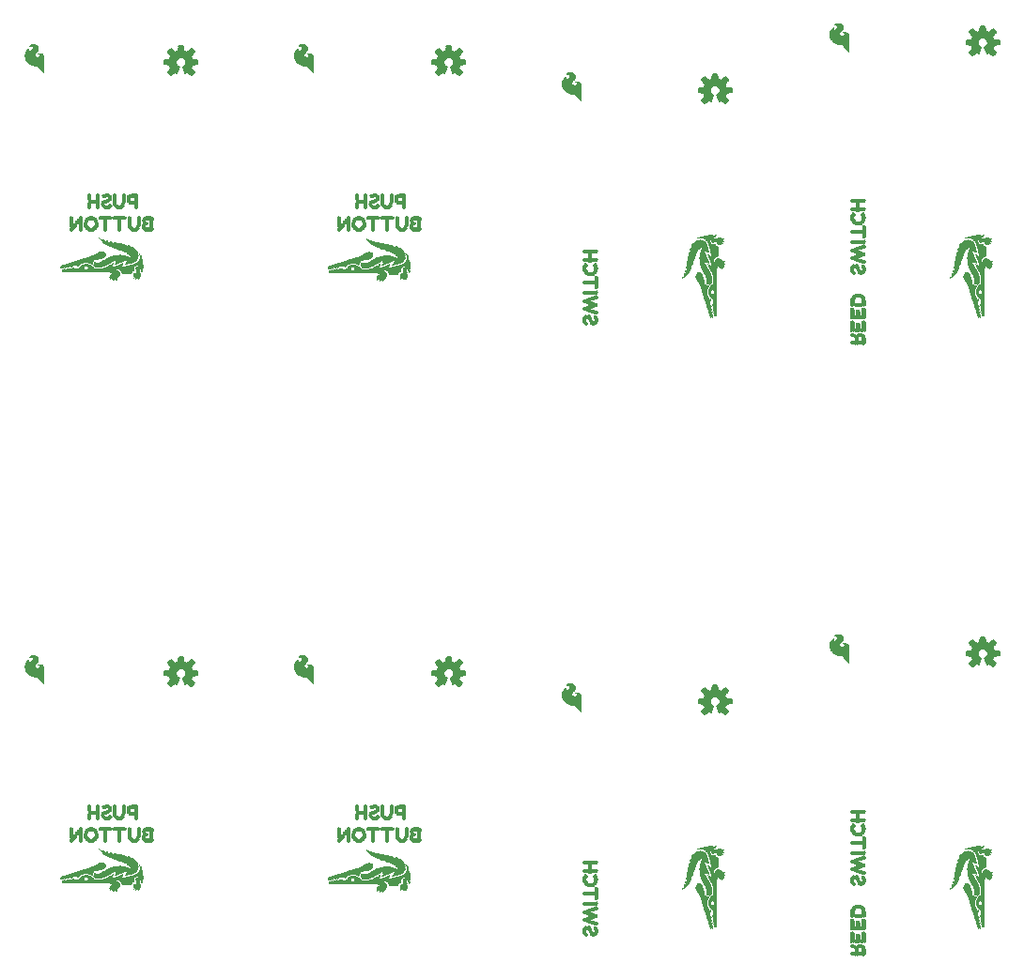
<source format=gbo>
G75*
%MOIN*%
%OFA0B0*%
%FSLAX25Y25*%
%IPPOS*%
%LPD*%
%AMOC8*
5,1,8,0,0,1.08239X$1,22.5*
%
%ADD10R,0.00079X0.00079*%
%ADD11R,0.00118X0.00079*%
%ADD12R,0.00315X0.00118*%
%ADD13R,0.00276X0.00079*%
%ADD14R,0.00709X0.00079*%
%ADD15R,0.01063X0.00118*%
%ADD16R,0.01063X0.00079*%
%ADD17R,0.01181X0.00118*%
%ADD18R,0.00669X0.00079*%
%ADD19R,0.01260X0.00079*%
%ADD20R,0.02047X0.00118*%
%ADD21R,0.02008X0.00079*%
%ADD22R,0.00709X0.00118*%
%ADD23R,0.03189X0.00079*%
%ADD24R,0.00394X0.00079*%
%ADD25R,0.03228X0.00079*%
%ADD26R,0.00866X0.00118*%
%ADD27R,0.03189X0.00118*%
%ADD28R,0.04488X0.00079*%
%ADD29R,0.00512X0.00118*%
%ADD30R,0.04449X0.00118*%
%ADD31R,0.00984X0.00079*%
%ADD32R,0.04449X0.00079*%
%ADD33R,0.05748X0.00118*%
%ADD34R,0.05827X0.00079*%
%ADD35R,0.00591X0.00118*%
%ADD36R,0.05709X0.00118*%
%ADD37R,0.06614X0.00079*%
%ADD38R,0.06496X0.00118*%
%ADD39R,0.06496X0.00079*%
%ADD40R,0.00591X0.00079*%
%ADD41R,0.06417X0.00079*%
%ADD42R,0.07480X0.00118*%
%ADD43R,0.07362X0.00079*%
%ADD44R,0.07205X0.00118*%
%ADD45R,0.06969X0.00079*%
%ADD46R,0.06811X0.00079*%
%ADD47R,0.06929X0.00118*%
%ADD48R,0.07205X0.00079*%
%ADD49R,0.07008X0.00118*%
%ADD50R,0.06575X0.00118*%
%ADD51R,0.06299X0.00118*%
%ADD52R,0.06142X0.00079*%
%ADD53R,0.05906X0.00118*%
%ADD54R,0.05748X0.00079*%
%ADD55R,0.05512X0.00118*%
%ADD56R,0.05433X0.00079*%
%ADD57R,0.05236X0.00118*%
%ADD58R,0.04961X0.00079*%
%ADD59R,0.04764X0.00118*%
%ADD60R,0.04646X0.00079*%
%ADD61R,0.04370X0.00079*%
%ADD62R,0.01535X0.00079*%
%ADD63R,0.04291X0.00118*%
%ADD64R,0.01850X0.00118*%
%ADD65R,0.04094X0.00079*%
%ADD66R,0.02244X0.00079*%
%ADD67R,0.03976X0.00118*%
%ADD68R,0.02402X0.00118*%
%ADD69R,0.03780X0.00079*%
%ADD70R,0.02598X0.00079*%
%ADD71R,0.03701X0.00118*%
%ADD72R,0.02913X0.00118*%
%ADD73R,0.03701X0.00079*%
%ADD74R,0.03031X0.00079*%
%ADD75R,0.00197X0.00118*%
%ADD76R,0.03504X0.00118*%
%ADD77R,0.03307X0.00118*%
%ADD78R,0.03425X0.00079*%
%ADD79R,0.03504X0.00079*%
%ADD80R,0.03583X0.00118*%
%ADD81R,0.00197X0.00079*%
%ADD82R,0.00276X0.00118*%
%ADD83R,0.00866X0.00079*%
%ADD84R,0.04055X0.00079*%
%ADD85R,0.00394X0.00118*%
%ADD86R,0.03110X0.00118*%
%ADD87R,0.02717X0.00118*%
%ADD88R,0.04173X0.00118*%
%ADD89R,0.02992X0.00079*%
%ADD90R,0.02913X0.00079*%
%ADD91R,0.04685X0.00079*%
%ADD92R,0.02835X0.00118*%
%ADD93R,0.04961X0.00118*%
%ADD94R,0.02717X0.00079*%
%ADD95R,0.05551X0.00079*%
%ADD96R,0.05157X0.00079*%
%ADD97R,0.02559X0.00118*%
%ADD98R,0.06102X0.00118*%
%ADD99R,0.05433X0.00118*%
%ADD100R,0.02559X0.00079*%
%ADD101R,0.05630X0.00079*%
%ADD102R,0.02441X0.00118*%
%ADD103R,0.05827X0.00118*%
%ADD104R,0.02441X0.00079*%
%ADD105R,0.07402X0.00079*%
%ADD106R,0.05945X0.00079*%
%ADD107R,0.00669X0.00118*%
%ADD108R,0.07795X0.00118*%
%ADD109R,0.10787X0.00079*%
%ADD110R,0.06102X0.00079*%
%ADD111R,0.00906X0.00118*%
%ADD112R,0.10984X0.00118*%
%ADD113R,0.00906X0.00079*%
%ADD114R,0.11181X0.00079*%
%ADD115R,0.06339X0.00079*%
%ADD116R,0.11181X0.00118*%
%ADD117R,0.11378X0.00079*%
%ADD118R,0.11457X0.00118*%
%ADD119R,0.01181X0.00079*%
%ADD120R,0.11575X0.00079*%
%ADD121R,0.05118X0.00079*%
%ADD122R,0.07402X0.00118*%
%ADD123R,0.04016X0.00118*%
%ADD124R,0.05276X0.00118*%
%ADD125R,0.03307X0.00079*%
%ADD126R,0.03583X0.00079*%
%ADD127R,0.04016X0.00079*%
%ADD128R,0.01378X0.00079*%
%ADD129R,0.03976X0.00079*%
%ADD130R,0.01457X0.00118*%
%ADD131R,0.03228X0.00118*%
%ADD132R,0.03031X0.00118*%
%ADD133R,0.03858X0.00118*%
%ADD134R,0.01457X0.00079*%
%ADD135R,0.03110X0.00079*%
%ADD136R,0.02835X0.00079*%
%ADD137R,0.03858X0.00079*%
%ADD138R,0.01575X0.00118*%
%ADD139R,0.02992X0.00118*%
%ADD140R,0.02520X0.00118*%
%ADD141R,0.03780X0.00118*%
%ADD142R,0.06417X0.00118*%
%ADD143R,0.01654X0.00079*%
%ADD144R,0.02402X0.00079*%
%ADD145R,0.01772X0.00118*%
%ADD146R,0.02126X0.00118*%
%ADD147R,0.03898X0.00118*%
%ADD148R,0.06890X0.00118*%
%ADD149R,0.01929X0.00079*%
%ADD150R,0.02638X0.00079*%
%ADD151R,0.03898X0.00079*%
%ADD152R,0.01654X0.00118*%
%ADD153R,0.00472X0.00118*%
%ADD154R,0.02126X0.00079*%
%ADD155R,0.01575X0.00079*%
%ADD156R,0.02323X0.00118*%
%ADD157R,0.01260X0.00118*%
%ADD158R,0.04646X0.00118*%
%ADD159R,0.02520X0.00079*%
%ADD160R,0.00787X0.00079*%
%ADD161R,0.01299X0.00118*%
%ADD162R,0.00118X0.00118*%
%ADD163R,0.00787X0.00118*%
%ADD164R,0.00079X0.00118*%
%ADD165R,0.05354X0.00118*%
%ADD166R,0.00315X0.00079*%
%ADD167R,0.00551X0.00079*%
%ADD168R,0.04843X0.00079*%
%ADD169R,0.03622X0.00079*%
%ADD170R,0.00748X0.00079*%
%ADD171R,0.05039X0.00079*%
%ADD172R,0.04764X0.00079*%
%ADD173R,0.02047X0.00079*%
%ADD174R,0.05354X0.00079*%
%ADD175R,0.04409X0.00118*%
%ADD176R,0.04567X0.00118*%
%ADD177R,0.02638X0.00118*%
%ADD178R,0.05551X0.00118*%
%ADD179R,0.01535X0.00118*%
%ADD180R,0.01850X0.00079*%
%ADD181R,0.01811X0.00118*%
%ADD182R,0.01732X0.00118*%
%ADD183R,0.04055X0.00118*%
%ADD184R,0.01969X0.00118*%
%ADD185R,0.02244X0.00118*%
%ADD186R,0.02165X0.00079*%
%ADD187R,0.02362X0.00079*%
%ADD188R,0.01772X0.00079*%
%ADD189R,0.00512X0.00079*%
%ADD190R,0.02362X0.00118*%
%ADD191R,0.04094X0.00118*%
%ADD192R,0.02795X0.00118*%
%ADD193R,0.01339X0.00118*%
%ADD194R,0.10039X0.00079*%
%ADD195R,0.10236X0.00118*%
%ADD196R,0.10394X0.00079*%
%ADD197R,0.10709X0.00118*%
%ADD198R,0.11063X0.00079*%
%ADD199R,0.11378X0.00118*%
%ADD200R,0.00157X0.00118*%
%ADD201R,0.12087X0.00079*%
%ADD202R,0.05276X0.00079*%
%ADD203R,0.00472X0.00079*%
%ADD204R,0.05866X0.00079*%
%ADD205R,0.10591X0.00079*%
%ADD206R,0.06220X0.00079*%
%ADD207R,0.10591X0.00118*%
%ADD208R,0.06614X0.00118*%
%ADD209R,0.18583X0.00079*%
%ADD210R,0.01378X0.00118*%
%ADD211R,0.19331X0.00118*%
%ADD212R,0.19528X0.00079*%
%ADD213R,0.04843X0.00118*%
%ADD214R,0.19606X0.00118*%
%ADD215R,0.04567X0.00079*%
%ADD216R,0.19803X0.00079*%
%ADD217R,0.04252X0.00118*%
%ADD218R,0.19921X0.00118*%
%ADD219R,0.04173X0.00079*%
%ADD220R,0.20000X0.00079*%
%ADD221R,0.08583X0.00118*%
%ADD222R,0.01339X0.00079*%
%ADD223R,0.03819X0.00079*%
%ADD224R,0.03386X0.00118*%
%ADD225R,0.02323X0.00079*%
%ADD226R,0.02756X0.00079*%
%ADD227R,0.03386X0.00079*%
%ADD228R,0.03425X0.00118*%
%ADD229R,0.02598X0.00118*%
%ADD230R,0.00157X0.00079*%
%ADD231R,0.00118X0.00315*%
%ADD232R,0.00079X0.00276*%
%ADD233R,0.00079X0.00709*%
%ADD234R,0.00118X0.01063*%
%ADD235R,0.00079X0.01063*%
%ADD236R,0.00118X0.01181*%
%ADD237R,0.00079X0.00669*%
%ADD238R,0.00079X0.01260*%
%ADD239R,0.00118X0.02047*%
%ADD240R,0.00079X0.02008*%
%ADD241R,0.00118X0.00709*%
%ADD242R,0.00079X0.03189*%
%ADD243R,0.00079X0.00394*%
%ADD244R,0.00079X0.03228*%
%ADD245R,0.00118X0.00866*%
%ADD246R,0.00118X0.03189*%
%ADD247R,0.00079X0.04488*%
%ADD248R,0.00118X0.00512*%
%ADD249R,0.00118X0.04449*%
%ADD250R,0.00079X0.00984*%
%ADD251R,0.00079X0.04449*%
%ADD252R,0.00118X0.05748*%
%ADD253R,0.00079X0.05827*%
%ADD254R,0.00118X0.00591*%
%ADD255R,0.00118X0.05709*%
%ADD256R,0.00079X0.06614*%
%ADD257R,0.00118X0.06496*%
%ADD258R,0.00079X0.06496*%
%ADD259R,0.00079X0.00591*%
%ADD260R,0.00079X0.06417*%
%ADD261R,0.00118X0.07480*%
%ADD262R,0.00079X0.07362*%
%ADD263R,0.00118X0.07205*%
%ADD264R,0.00079X0.06969*%
%ADD265R,0.00079X0.06811*%
%ADD266R,0.00118X0.06929*%
%ADD267R,0.00079X0.07205*%
%ADD268R,0.00118X0.07008*%
%ADD269R,0.00118X0.06575*%
%ADD270R,0.00118X0.06299*%
%ADD271R,0.00079X0.06142*%
%ADD272R,0.00118X0.05906*%
%ADD273R,0.00079X0.05748*%
%ADD274R,0.00118X0.05512*%
%ADD275R,0.00079X0.05433*%
%ADD276R,0.00118X0.05236*%
%ADD277R,0.00079X0.04961*%
%ADD278R,0.00118X0.04764*%
%ADD279R,0.00079X0.04646*%
%ADD280R,0.00079X0.04370*%
%ADD281R,0.00079X0.01535*%
%ADD282R,0.00118X0.04291*%
%ADD283R,0.00118X0.01850*%
%ADD284R,0.00079X0.04094*%
%ADD285R,0.00079X0.02244*%
%ADD286R,0.00118X0.03976*%
%ADD287R,0.00118X0.02402*%
%ADD288R,0.00079X0.03780*%
%ADD289R,0.00079X0.02598*%
%ADD290R,0.00118X0.03701*%
%ADD291R,0.00118X0.02913*%
%ADD292R,0.00079X0.03701*%
%ADD293R,0.00079X0.03031*%
%ADD294R,0.00118X0.00197*%
%ADD295R,0.00118X0.03504*%
%ADD296R,0.00118X0.03307*%
%ADD297R,0.00079X0.03425*%
%ADD298R,0.00079X0.03504*%
%ADD299R,0.00118X0.03583*%
%ADD300R,0.00079X0.00197*%
%ADD301R,0.00118X0.00276*%
%ADD302R,0.00079X0.00866*%
%ADD303R,0.00079X0.04055*%
%ADD304R,0.00118X0.00394*%
%ADD305R,0.00118X0.03110*%
%ADD306R,0.00118X0.02717*%
%ADD307R,0.00118X0.04173*%
%ADD308R,0.00079X0.02992*%
%ADD309R,0.00079X0.02913*%
%ADD310R,0.00079X0.04685*%
%ADD311R,0.00118X0.02835*%
%ADD312R,0.00118X0.04961*%
%ADD313R,0.00079X0.02717*%
%ADD314R,0.00079X0.05551*%
%ADD315R,0.00079X0.05157*%
%ADD316R,0.00118X0.02559*%
%ADD317R,0.00118X0.06102*%
%ADD318R,0.00118X0.05433*%
%ADD319R,0.00079X0.02559*%
%ADD320R,0.00079X0.05630*%
%ADD321R,0.00118X0.02441*%
%ADD322R,0.00118X0.05827*%
%ADD323R,0.00079X0.02441*%
%ADD324R,0.00079X0.07402*%
%ADD325R,0.00079X0.05945*%
%ADD326R,0.00118X0.00669*%
%ADD327R,0.00118X0.07795*%
%ADD328R,0.00079X0.10787*%
%ADD329R,0.00079X0.06102*%
%ADD330R,0.00118X0.00906*%
%ADD331R,0.00118X0.10984*%
%ADD332R,0.00079X0.00906*%
%ADD333R,0.00079X0.11181*%
%ADD334R,0.00079X0.06339*%
%ADD335R,0.00118X0.11181*%
%ADD336R,0.00079X0.11378*%
%ADD337R,0.00118X0.11457*%
%ADD338R,0.00079X0.01181*%
%ADD339R,0.00079X0.11575*%
%ADD340R,0.00079X0.05118*%
%ADD341R,0.00118X0.07402*%
%ADD342R,0.00118X0.04016*%
%ADD343R,0.00118X0.05276*%
%ADD344R,0.00079X0.03307*%
%ADD345R,0.00079X0.03583*%
%ADD346R,0.00079X0.04016*%
%ADD347R,0.00079X0.01378*%
%ADD348R,0.00079X0.03976*%
%ADD349R,0.00118X0.01457*%
%ADD350R,0.00118X0.03228*%
%ADD351R,0.00118X0.03031*%
%ADD352R,0.00118X0.03858*%
%ADD353R,0.00079X0.01457*%
%ADD354R,0.00079X0.03110*%
%ADD355R,0.00079X0.02835*%
%ADD356R,0.00079X0.03858*%
%ADD357R,0.00118X0.01575*%
%ADD358R,0.00118X0.02992*%
%ADD359R,0.00118X0.02520*%
%ADD360R,0.00118X0.03780*%
%ADD361R,0.00118X0.06417*%
%ADD362R,0.00079X0.01654*%
%ADD363R,0.00079X0.02402*%
%ADD364R,0.00118X0.01772*%
%ADD365R,0.00118X0.02126*%
%ADD366R,0.00118X0.03898*%
%ADD367R,0.00118X0.06890*%
%ADD368R,0.00079X0.01929*%
%ADD369R,0.00079X0.02638*%
%ADD370R,0.00079X0.03898*%
%ADD371R,0.00118X0.01654*%
%ADD372R,0.00118X0.00472*%
%ADD373R,0.00079X0.02126*%
%ADD374R,0.00079X0.01575*%
%ADD375R,0.00118X0.02323*%
%ADD376R,0.00118X0.01260*%
%ADD377R,0.00118X0.04646*%
%ADD378R,0.00079X0.02520*%
%ADD379R,0.00079X0.00787*%
%ADD380R,0.00118X0.01299*%
%ADD381R,0.00118X0.00787*%
%ADD382R,0.00118X0.05354*%
%ADD383R,0.00079X0.00315*%
%ADD384R,0.00079X0.00551*%
%ADD385R,0.00079X0.04843*%
%ADD386R,0.00079X0.03622*%
%ADD387R,0.00079X0.00748*%
%ADD388R,0.00079X0.05039*%
%ADD389R,0.00079X0.04764*%
%ADD390R,0.00079X0.02047*%
%ADD391R,0.00079X0.05354*%
%ADD392R,0.00118X0.04409*%
%ADD393R,0.00118X0.04567*%
%ADD394R,0.00118X0.02638*%
%ADD395R,0.00118X0.05551*%
%ADD396R,0.00118X0.01535*%
%ADD397R,0.00079X0.01850*%
%ADD398R,0.00118X0.01811*%
%ADD399R,0.00118X0.01732*%
%ADD400R,0.00118X0.04055*%
%ADD401R,0.00118X0.01969*%
%ADD402R,0.00118X0.02244*%
%ADD403R,0.00079X0.02165*%
%ADD404R,0.00079X0.02362*%
%ADD405R,0.00079X0.01772*%
%ADD406R,0.00079X0.00512*%
%ADD407R,0.00118X0.02362*%
%ADD408R,0.00118X0.04094*%
%ADD409R,0.00118X0.02795*%
%ADD410R,0.00118X0.01339*%
%ADD411R,0.00079X0.10039*%
%ADD412R,0.00118X0.10236*%
%ADD413R,0.00079X0.10394*%
%ADD414R,0.00118X0.10709*%
%ADD415R,0.00079X0.11063*%
%ADD416R,0.00118X0.11378*%
%ADD417R,0.00118X0.00157*%
%ADD418R,0.00079X0.12087*%
%ADD419R,0.00079X0.05276*%
%ADD420R,0.00079X0.00472*%
%ADD421R,0.00079X0.05866*%
%ADD422R,0.00079X0.10591*%
%ADD423R,0.00079X0.06220*%
%ADD424R,0.00118X0.10591*%
%ADD425R,0.00118X0.06614*%
%ADD426R,0.00079X0.18583*%
%ADD427R,0.00118X0.01378*%
%ADD428R,0.00118X0.19331*%
%ADD429R,0.00079X0.19528*%
%ADD430R,0.00118X0.04843*%
%ADD431R,0.00118X0.19606*%
%ADD432R,0.00079X0.04567*%
%ADD433R,0.00079X0.19803*%
%ADD434R,0.00118X0.04252*%
%ADD435R,0.00118X0.19921*%
%ADD436R,0.00079X0.04173*%
%ADD437R,0.00079X0.20000*%
%ADD438R,0.00118X0.08583*%
%ADD439R,0.00079X0.01339*%
%ADD440R,0.00079X0.03819*%
%ADD441R,0.00118X0.03386*%
%ADD442R,0.00079X0.02323*%
%ADD443R,0.00079X0.02756*%
%ADD444R,0.00079X0.03386*%
%ADD445R,0.00118X0.03425*%
%ADD446R,0.00118X0.02598*%
%ADD447R,0.00079X0.00157*%
%ADD448C,0.00300*%
%ADD449C,0.00591*%
%ADD450R,0.02165X0.00197*%
%ADD451R,0.00394X0.00197*%
%ADD452R,0.00197X0.00197*%
%ADD453R,0.04331X0.00197*%
%ADD454R,0.04134X0.00197*%
%ADD455R,0.01181X0.00197*%
%ADD456R,0.03150X0.00197*%
%ADD457R,0.00984X0.00197*%
%ADD458R,0.04921X0.00197*%
%ADD459R,0.03543X0.00197*%
%ADD460R,0.01378X0.00197*%
%ADD461R,0.05118X0.00197*%
%ADD462R,0.02953X0.00197*%
%ADD463R,0.03740X0.00197*%
%ADD464R,0.03346X0.00197*%
%ADD465R,0.01575X0.00197*%
%ADD466R,0.03937X0.00197*%
%ADD467R,0.04724X0.00197*%
%ADD468R,0.04528X0.00197*%
%ADD469R,0.01772X0.00197*%
%ADD470R,0.01969X0.00197*%
%ADD471R,0.02362X0.00197*%
%ADD472R,0.02559X0.00197*%
%ADD473R,0.02756X0.00197*%
%ADD474R,0.01378X0.00236*%
%ADD475R,0.02165X0.00236*%
%ADD476R,0.02756X0.00236*%
%ADD477R,0.04134X0.00236*%
%ADD478R,0.01575X0.00236*%
%ADD479R,0.01772X0.00236*%
%ADD480R,0.03543X0.00236*%
%ADD481R,0.01181X0.00236*%
%ADD482R,0.02953X0.00236*%
%ADD483R,0.00591X0.00197*%
%ADD484R,0.03740X0.00236*%
%ADD485R,0.02559X0.00236*%
%ADD486R,0.04331X0.00236*%
%ADD487R,0.00787X0.00197*%
%ADD488R,0.00197X0.01378*%
%ADD489R,0.00197X0.00394*%
%ADD490R,0.00197X0.00591*%
%ADD491R,0.00197X0.04134*%
%ADD492R,0.00197X0.00984*%
%ADD493R,0.00197X0.02165*%
%ADD494R,0.00197X0.01181*%
%ADD495R,0.00197X0.00787*%
%ADD496R,0.00197X0.04921*%
%ADD497R,0.00197X0.02756*%
%ADD498R,0.00197X0.02953*%
%ADD499R,0.00197X0.03543*%
%ADD500R,0.00197X0.03346*%
%ADD501R,0.00197X0.01575*%
%ADD502R,0.00197X0.03740*%
%ADD503R,0.00197X0.03150*%
%ADD504R,0.00197X0.04528*%
%ADD505R,0.00197X0.03937*%
%ADD506R,0.00197X0.01772*%
%ADD507R,0.00197X0.01969*%
%ADD508R,0.00197X0.02362*%
%ADD509R,0.00197X0.02559*%
%ADD510R,0.00197X0.05512*%
%ADD511R,0.00236X0.02559*%
%ADD512R,0.00236X0.02362*%
%ADD513R,0.00236X0.01378*%
%ADD514R,0.00236X0.04528*%
%ADD515R,0.00236X0.01969*%
%ADD516R,0.00236X0.01181*%
%ADD517R,0.00236X0.02756*%
%ADD518R,0.00236X0.03740*%
%ADD519R,0.00236X0.03150*%
%ADD520R,0.00236X0.03543*%
%ADD521R,0.00236X0.04134*%
%ADD522R,0.00236X0.03937*%
D10*
X0083350Y0134020D03*
X0085398Y0133626D03*
X0085004Y0139256D03*
X0091697Y0134413D03*
X0094531Y0136736D03*
X0093744Y0142957D03*
X0079453Y0148587D03*
X0174203Y0148337D03*
X0179754Y0139006D03*
X0178100Y0133770D03*
X0180148Y0133376D03*
X0186447Y0134163D03*
X0189281Y0136486D03*
X0188494Y0142707D03*
X0286413Y0134453D03*
X0295744Y0140004D03*
X0300980Y0138350D03*
X0301374Y0140398D03*
X0300587Y0146697D03*
X0298264Y0149531D03*
X0292043Y0148744D03*
X0381413Y0134453D03*
X0390744Y0140004D03*
X0395980Y0138350D03*
X0396374Y0140398D03*
X0395587Y0146697D03*
X0393264Y0149531D03*
X0387043Y0148744D03*
X0381413Y0351453D03*
X0390744Y0357004D03*
X0395980Y0355350D03*
X0396374Y0357398D03*
X0395587Y0363697D03*
X0393264Y0366531D03*
X0387043Y0365744D03*
X0301374Y0357398D03*
X0300980Y0355350D03*
X0295744Y0357004D03*
X0300587Y0363697D03*
X0298264Y0366531D03*
X0292043Y0365744D03*
X0286413Y0351453D03*
X0189281Y0353486D03*
X0186447Y0351163D03*
X0180148Y0350376D03*
X0178100Y0350770D03*
X0179754Y0356006D03*
X0188494Y0359707D03*
X0174203Y0365337D03*
X0094531Y0353736D03*
X0091697Y0351413D03*
X0085398Y0350626D03*
X0083350Y0351020D03*
X0085004Y0356256D03*
X0093744Y0359957D03*
X0079453Y0365587D03*
D11*
X0079551Y0365508D03*
X0068961Y0354799D03*
X0093646Y0360154D03*
X0163711Y0354549D03*
X0174301Y0365258D03*
X0188396Y0359904D03*
X0295449Y0356217D03*
X0300882Y0364484D03*
X0300882Y0365350D03*
X0298362Y0366531D03*
X0390449Y0356217D03*
X0395882Y0364484D03*
X0395882Y0365350D03*
X0393362Y0366531D03*
X0393362Y0149531D03*
X0395882Y0148350D03*
X0395882Y0147484D03*
X0390449Y0139217D03*
X0300882Y0147484D03*
X0300882Y0148350D03*
X0298362Y0149531D03*
X0295449Y0139217D03*
X0188396Y0142904D03*
X0174301Y0148258D03*
X0163711Y0137549D03*
X0093646Y0143154D03*
X0079551Y0148508D03*
X0068961Y0137799D03*
D12*
X0083350Y0134118D03*
X0082091Y0147622D03*
X0079846Y0148213D03*
X0079650Y0148409D03*
X0174400Y0148159D03*
X0174596Y0147963D03*
X0176841Y0147372D03*
X0178100Y0133868D03*
X0178100Y0350868D03*
X0176841Y0364372D03*
X0174596Y0364963D03*
X0174400Y0365159D03*
X0083350Y0351118D03*
X0082091Y0364622D03*
X0079846Y0365213D03*
X0079650Y0365409D03*
D13*
X0079748Y0365311D03*
X0083449Y0364327D03*
X0088685Y0356256D03*
X0091717Y0351492D03*
X0093843Y0359563D03*
X0069354Y0355390D03*
X0066520Y0354996D03*
X0161270Y0354746D03*
X0164104Y0355140D03*
X0174498Y0365061D03*
X0178199Y0364077D03*
X0183435Y0356006D03*
X0186467Y0351242D03*
X0188593Y0359313D03*
X0079748Y0148311D03*
X0083449Y0147327D03*
X0088685Y0139256D03*
X0091717Y0134492D03*
X0093843Y0142563D03*
X0069354Y0138390D03*
X0066520Y0137996D03*
X0161270Y0137746D03*
X0164104Y0138140D03*
X0174498Y0148061D03*
X0178199Y0147077D03*
X0183435Y0139006D03*
X0186467Y0134242D03*
X0188593Y0142313D03*
D14*
X0174793Y0147864D03*
X0080043Y0148114D03*
X0080043Y0365114D03*
X0174793Y0364864D03*
D15*
X0175089Y0364766D03*
X0175285Y0364569D03*
X0188789Y0357758D03*
X0094039Y0358008D03*
X0080535Y0364819D03*
X0080339Y0365016D03*
X0080339Y0148016D03*
X0080535Y0147819D03*
X0094039Y0141008D03*
X0175089Y0147766D03*
X0175285Y0147569D03*
X0188789Y0140758D03*
D16*
X0067031Y0136539D03*
X0083528Y0138980D03*
X0085575Y0139650D03*
X0080614Y0147720D03*
X0080417Y0147917D03*
X0161781Y0136289D03*
X0178278Y0138730D03*
X0180325Y0139400D03*
X0175364Y0147470D03*
X0175167Y0147667D03*
X0161781Y0353289D03*
X0178278Y0355730D03*
X0180325Y0356400D03*
X0175364Y0364470D03*
X0175167Y0364667D03*
X0085575Y0356650D03*
X0083528Y0355980D03*
X0080614Y0364720D03*
X0080417Y0364917D03*
X0067031Y0353539D03*
D17*
X0066185Y0355094D03*
X0076303Y0356748D03*
X0080673Y0364622D03*
X0086894Y0356079D03*
X0093980Y0357811D03*
X0160935Y0354844D03*
X0171053Y0356498D03*
X0175423Y0364372D03*
X0181644Y0355829D03*
X0188730Y0357561D03*
X0175423Y0147372D03*
X0171053Y0139498D03*
X0160935Y0137844D03*
X0181644Y0138829D03*
X0188730Y0140561D03*
X0093980Y0140811D03*
X0086894Y0139079D03*
X0080673Y0147622D03*
X0076303Y0139748D03*
X0066185Y0138094D03*
D18*
X0078882Y0138193D03*
X0081992Y0147524D03*
X0094039Y0141697D03*
X0094039Y0141500D03*
X0094433Y0137602D03*
X0094433Y0137524D03*
X0173632Y0137943D03*
X0176742Y0147274D03*
X0188789Y0141447D03*
X0188789Y0141250D03*
X0189183Y0137352D03*
X0189183Y0137274D03*
X0189183Y0354274D03*
X0189183Y0354352D03*
X0188789Y0358250D03*
X0188789Y0358447D03*
X0176742Y0364274D03*
X0173632Y0354943D03*
X0094433Y0354602D03*
X0094433Y0354524D03*
X0094039Y0358500D03*
X0094039Y0358697D03*
X0081992Y0364524D03*
X0078882Y0355193D03*
D19*
X0078114Y0356846D03*
X0080831Y0364524D03*
X0086736Y0355980D03*
X0093075Y0353736D03*
X0093941Y0357713D03*
X0066224Y0355193D03*
X0160974Y0354943D03*
X0172864Y0356596D03*
X0175581Y0364274D03*
X0181486Y0355730D03*
X0187825Y0353486D03*
X0188691Y0357463D03*
X0175581Y0147274D03*
X0172864Y0139596D03*
X0181486Y0138730D03*
X0187825Y0136486D03*
X0188691Y0140463D03*
X0160974Y0137943D03*
X0093941Y0140713D03*
X0093075Y0136736D03*
X0086736Y0138980D03*
X0080831Y0147524D03*
X0078114Y0139846D03*
X0066224Y0138193D03*
D20*
X0066618Y0138291D03*
X0076264Y0138094D03*
X0081500Y0147228D03*
X0081303Y0147425D03*
X0093744Y0139945D03*
X0161368Y0138041D03*
X0171014Y0137844D03*
X0176250Y0146978D03*
X0176053Y0147175D03*
X0188494Y0139695D03*
X0171014Y0354844D03*
X0176250Y0363978D03*
X0176053Y0364175D03*
X0188494Y0356695D03*
X0161368Y0355041D03*
X0093744Y0356945D03*
X0081500Y0364228D03*
X0081303Y0364425D03*
X0076264Y0355094D03*
X0066618Y0355291D03*
D21*
X0081402Y0364327D03*
X0086165Y0355587D03*
X0176152Y0364077D03*
X0180915Y0355337D03*
X0176152Y0147077D03*
X0180915Y0138337D03*
X0086165Y0138587D03*
X0081402Y0147327D03*
D22*
X0083350Y0147228D03*
X0178100Y0146978D03*
X0178100Y0363978D03*
X0083350Y0364228D03*
D23*
X0082189Y0364130D03*
X0079157Y0355587D03*
X0084906Y0352476D03*
X0091520Y0359563D03*
X0173907Y0355337D03*
X0179656Y0352226D03*
X0186270Y0359313D03*
X0176939Y0363880D03*
X0176939Y0146880D03*
X0173907Y0138337D03*
X0179656Y0135226D03*
X0186270Y0142313D03*
X0091520Y0142563D03*
X0084906Y0135476D03*
X0079157Y0138587D03*
X0082189Y0147130D03*
D24*
X0084965Y0147051D03*
X0093902Y0142366D03*
X0093980Y0142287D03*
X0093980Y0142091D03*
X0094492Y0137130D03*
X0084256Y0133823D03*
X0076579Y0139453D03*
X0071815Y0138783D03*
X0166565Y0138533D03*
X0171329Y0139203D03*
X0179006Y0133573D03*
X0189242Y0136880D03*
X0188730Y0141841D03*
X0188730Y0142037D03*
X0188652Y0142116D03*
X0179715Y0146801D03*
X0179006Y0350573D03*
X0171329Y0356203D03*
X0166565Y0355533D03*
X0179715Y0363801D03*
X0188652Y0359116D03*
X0188730Y0359037D03*
X0188730Y0358841D03*
X0189242Y0353880D03*
X0094492Y0354130D03*
X0093980Y0359091D03*
X0093980Y0359287D03*
X0093902Y0359366D03*
X0084965Y0364051D03*
X0076579Y0356453D03*
X0071815Y0355783D03*
X0084256Y0350823D03*
D25*
X0090831Y0357634D03*
X0091421Y0359760D03*
X0082366Y0364051D03*
X0177116Y0363801D03*
X0186171Y0359510D03*
X0185581Y0357384D03*
X0177116Y0146801D03*
X0186171Y0142510D03*
X0185581Y0140384D03*
X0091421Y0142760D03*
X0090831Y0140634D03*
X0082366Y0147051D03*
D26*
X0084807Y0146953D03*
X0083626Y0139079D03*
X0178376Y0138829D03*
X0179557Y0146703D03*
X0178376Y0355829D03*
X0179557Y0363703D03*
X0084807Y0363953D03*
X0083626Y0356079D03*
D27*
X0084512Y0351787D03*
X0093173Y0356354D03*
X0091520Y0359661D03*
X0082465Y0363953D03*
X0177215Y0363703D03*
X0186270Y0359411D03*
X0187923Y0356104D03*
X0179262Y0351537D03*
X0177215Y0146703D03*
X0186270Y0142411D03*
X0187923Y0139104D03*
X0179262Y0134537D03*
X0093173Y0139354D03*
X0091520Y0142661D03*
X0084512Y0134787D03*
X0082465Y0146953D03*
D28*
X0083193Y0146854D03*
X0177943Y0146604D03*
X0177943Y0363604D03*
X0083193Y0363854D03*
D29*
X0086559Y0363756D03*
X0094433Y0354228D03*
X0181309Y0363506D03*
X0189183Y0353978D03*
X0181309Y0146506D03*
X0189183Y0136978D03*
X0094433Y0137228D03*
X0086559Y0146756D03*
D30*
X0083291Y0146756D03*
X0178041Y0146506D03*
X0178041Y0363506D03*
X0083291Y0363756D03*
D31*
X0086520Y0363657D03*
X0080181Y0360823D03*
X0089118Y0356453D03*
X0094000Y0358106D03*
X0174931Y0360573D03*
X0181270Y0363407D03*
X0183868Y0356203D03*
X0188750Y0357856D03*
X0181270Y0146407D03*
X0174931Y0143573D03*
X0183868Y0139203D03*
X0188750Y0140856D03*
X0094000Y0141106D03*
X0089118Y0139453D03*
X0086520Y0146657D03*
X0080181Y0143823D03*
D32*
X0083488Y0146657D03*
X0178238Y0146407D03*
X0178238Y0363407D03*
X0083488Y0363657D03*
D33*
X0084217Y0363559D03*
X0178967Y0363309D03*
X0178967Y0146309D03*
X0084217Y0146559D03*
D34*
X0084374Y0146461D03*
X0179124Y0146211D03*
X0179124Y0363211D03*
X0084374Y0363461D03*
D35*
X0088055Y0363362D03*
X0094000Y0358992D03*
X0094000Y0358795D03*
X0094472Y0354425D03*
X0084276Y0350921D03*
X0076480Y0356551D03*
X0071717Y0355882D03*
X0069315Y0355488D03*
X0164065Y0355238D03*
X0166467Y0355632D03*
X0171230Y0356301D03*
X0179026Y0350671D03*
X0189222Y0354175D03*
X0188750Y0358545D03*
X0188750Y0358742D03*
X0182805Y0363112D03*
X0182805Y0146112D03*
X0188750Y0141742D03*
X0188750Y0141545D03*
X0189222Y0137175D03*
X0179026Y0133671D03*
X0171230Y0139301D03*
X0166467Y0138632D03*
X0164065Y0138238D03*
X0094472Y0137425D03*
X0094000Y0141795D03*
X0094000Y0141992D03*
X0088055Y0146362D03*
X0084276Y0133921D03*
X0076480Y0139551D03*
X0071717Y0138882D03*
X0069315Y0138488D03*
D36*
X0084512Y0146362D03*
X0179262Y0146112D03*
X0179262Y0363112D03*
X0084512Y0363362D03*
D37*
X0085161Y0363264D03*
X0073665Y0357240D03*
X0168415Y0356990D03*
X0179911Y0363014D03*
X0179911Y0146014D03*
X0168415Y0139990D03*
X0085161Y0146264D03*
X0073665Y0140240D03*
D38*
X0085299Y0146165D03*
X0085575Y0145969D03*
X0180049Y0145915D03*
X0180325Y0145719D03*
X0180325Y0362719D03*
X0180049Y0362915D03*
X0085575Y0362969D03*
X0085299Y0363165D03*
D39*
X0085496Y0363067D03*
X0086362Y0358894D03*
X0180246Y0362817D03*
X0181112Y0358644D03*
X0180246Y0145817D03*
X0181112Y0141644D03*
X0086362Y0141894D03*
X0085496Y0146067D03*
D40*
X0089827Y0145870D03*
X0094000Y0141894D03*
X0094472Y0137327D03*
X0083882Y0139256D03*
X0178632Y0139006D03*
X0184577Y0145620D03*
X0188750Y0141644D03*
X0189222Y0137077D03*
X0189222Y0354077D03*
X0188750Y0358644D03*
X0184577Y0362620D03*
X0178632Y0356006D03*
X0094472Y0354327D03*
X0094000Y0358894D03*
X0089827Y0362870D03*
X0083882Y0356256D03*
D41*
X0085732Y0362870D03*
X0088646Y0361807D03*
X0180482Y0362620D03*
X0183396Y0361557D03*
X0180482Y0145620D03*
X0183396Y0144557D03*
X0088646Y0144807D03*
X0085732Y0145870D03*
D42*
X0086461Y0145772D03*
X0181211Y0145522D03*
X0181211Y0362522D03*
X0086461Y0362772D03*
D43*
X0086598Y0362673D03*
X0181348Y0362423D03*
X0181348Y0145423D03*
X0086598Y0145673D03*
D44*
X0086795Y0145575D03*
X0181545Y0145325D03*
X0181545Y0362325D03*
X0086795Y0362575D03*
D45*
X0086992Y0362476D03*
X0181742Y0362226D03*
X0181742Y0145226D03*
X0086992Y0145476D03*
D46*
X0087189Y0145398D03*
X0088252Y0145004D03*
X0181939Y0145148D03*
X0183002Y0144754D03*
X0183002Y0361754D03*
X0181939Y0362148D03*
X0088252Y0362004D03*
X0087189Y0362398D03*
D47*
X0087524Y0362299D03*
X0182274Y0362049D03*
X0182274Y0145049D03*
X0087524Y0145299D03*
D48*
X0087858Y0145201D03*
X0073370Y0140043D03*
X0168120Y0139793D03*
X0182608Y0144951D03*
X0168120Y0356793D03*
X0182608Y0361951D03*
X0087858Y0362201D03*
X0073370Y0357043D03*
D49*
X0086303Y0358795D03*
X0088075Y0362102D03*
X0181053Y0358545D03*
X0182825Y0361852D03*
X0182825Y0144852D03*
X0181053Y0141545D03*
X0088075Y0145102D03*
X0086303Y0141795D03*
D50*
X0088449Y0144906D03*
X0183199Y0144656D03*
X0183199Y0361656D03*
X0088449Y0361906D03*
D51*
X0088783Y0361709D03*
X0077130Y0358402D03*
X0171880Y0358152D03*
X0183533Y0361459D03*
X0183533Y0144459D03*
X0171880Y0141152D03*
X0088783Y0144709D03*
X0077130Y0141402D03*
D52*
X0074020Y0140437D03*
X0088980Y0144610D03*
X0168770Y0140187D03*
X0183730Y0144360D03*
X0168770Y0357187D03*
X0183730Y0361360D03*
X0088980Y0361610D03*
X0074020Y0357437D03*
D53*
X0074217Y0357535D03*
X0089177Y0361512D03*
X0168967Y0357285D03*
X0183927Y0361262D03*
X0183927Y0144262D03*
X0168967Y0140285D03*
X0089177Y0144512D03*
X0074217Y0140535D03*
D54*
X0074413Y0140634D03*
X0089374Y0144413D03*
X0169163Y0140384D03*
X0184124Y0144163D03*
X0169163Y0357384D03*
X0184124Y0361163D03*
X0089374Y0361413D03*
X0074413Y0357634D03*
D55*
X0080240Y0356748D03*
X0089571Y0361315D03*
X0174990Y0356498D03*
X0184321Y0361065D03*
X0184321Y0144065D03*
X0174990Y0139498D03*
X0089571Y0144315D03*
X0080240Y0139748D03*
D56*
X0080201Y0139650D03*
X0074650Y0140713D03*
X0089728Y0144217D03*
X0169400Y0140463D03*
X0174951Y0139400D03*
X0184478Y0143967D03*
X0174951Y0356400D03*
X0169400Y0357463D03*
X0184478Y0360967D03*
X0089728Y0361217D03*
X0080201Y0356650D03*
X0074650Y0357713D03*
D57*
X0089906Y0361118D03*
X0184656Y0360868D03*
X0184656Y0143868D03*
X0089906Y0144118D03*
D58*
X0090043Y0144020D03*
X0089177Y0137130D03*
X0183927Y0136880D03*
X0184793Y0143770D03*
X0183927Y0353880D03*
X0184793Y0360770D03*
X0090043Y0361020D03*
X0089177Y0354130D03*
D59*
X0090260Y0360921D03*
X0070614Y0356551D03*
X0165364Y0356301D03*
X0185010Y0360671D03*
X0185010Y0143671D03*
X0165364Y0139301D03*
X0090260Y0143921D03*
X0070614Y0139551D03*
D60*
X0090398Y0143823D03*
X0185148Y0143573D03*
X0185148Y0360573D03*
X0090398Y0360823D03*
D61*
X0090535Y0360744D03*
X0086441Y0359287D03*
X0081008Y0356846D03*
X0079472Y0355980D03*
X0079276Y0359366D03*
X0174026Y0359116D03*
X0175758Y0356596D03*
X0174222Y0355730D03*
X0181191Y0359037D03*
X0185285Y0360494D03*
X0185285Y0143494D03*
X0181191Y0142037D03*
X0175758Y0139596D03*
X0174222Y0138730D03*
X0174026Y0142116D03*
X0090535Y0143744D03*
X0086441Y0142287D03*
X0081008Y0139846D03*
X0079472Y0138980D03*
X0079276Y0142366D03*
D62*
X0080181Y0143744D03*
X0089512Y0139650D03*
X0084748Y0134020D03*
X0174931Y0143494D03*
X0184262Y0139400D03*
X0179498Y0133770D03*
X0179498Y0350770D03*
X0184262Y0356400D03*
X0174931Y0360494D03*
X0089512Y0356650D03*
X0084748Y0351020D03*
X0080181Y0360744D03*
D63*
X0090693Y0360646D03*
X0185443Y0360396D03*
X0185443Y0143396D03*
X0090693Y0143646D03*
D64*
X0089748Y0139748D03*
X0093961Y0138882D03*
X0083055Y0138488D03*
X0080142Y0143646D03*
X0076047Y0138291D03*
X0075575Y0138685D03*
X0170325Y0138435D03*
X0170797Y0138041D03*
X0174892Y0143396D03*
X0177805Y0138238D03*
X0184498Y0139498D03*
X0188711Y0138632D03*
X0177805Y0355238D03*
X0174892Y0360396D03*
X0170797Y0355041D03*
X0170325Y0355435D03*
X0184498Y0356498D03*
X0188711Y0355632D03*
X0093961Y0355882D03*
X0089748Y0356748D03*
X0083055Y0355488D03*
X0080142Y0360646D03*
X0076047Y0355291D03*
X0075575Y0355685D03*
D65*
X0067642Y0355587D03*
X0090791Y0360547D03*
X0162392Y0355337D03*
X0185541Y0360297D03*
X0185541Y0143297D03*
X0162392Y0138337D03*
X0090791Y0143547D03*
X0067642Y0138587D03*
D66*
X0066638Y0138390D03*
X0080142Y0143547D03*
X0089945Y0139846D03*
X0161388Y0138140D03*
X0174892Y0143297D03*
X0184695Y0139596D03*
X0161388Y0355140D03*
X0174892Y0360297D03*
X0184695Y0356596D03*
X0089945Y0356846D03*
X0080142Y0360547D03*
X0066638Y0355390D03*
D67*
X0068094Y0355882D03*
X0079551Y0359661D03*
X0081402Y0356945D03*
X0089079Y0353638D03*
X0090929Y0360449D03*
X0162844Y0355632D03*
X0174301Y0359411D03*
X0176152Y0356695D03*
X0183829Y0353388D03*
X0185679Y0360199D03*
X0185679Y0143199D03*
X0183829Y0136388D03*
X0176152Y0139695D03*
X0174301Y0142411D03*
X0162844Y0138632D03*
X0090929Y0143449D03*
X0089079Y0136638D03*
X0081402Y0139945D03*
X0079551Y0142661D03*
X0068094Y0138882D03*
D68*
X0080142Y0143449D03*
X0174892Y0143199D03*
X0174892Y0360199D03*
X0080142Y0360449D03*
D69*
X0079650Y0359760D03*
X0081972Y0357240D03*
X0089846Y0355390D03*
X0091028Y0360350D03*
X0174400Y0359510D03*
X0176722Y0356990D03*
X0184596Y0355140D03*
X0185778Y0360100D03*
X0185778Y0143100D03*
X0184596Y0138140D03*
X0176722Y0139990D03*
X0174400Y0142510D03*
X0091028Y0143350D03*
X0089846Y0138390D03*
X0081972Y0140240D03*
X0079650Y0142760D03*
D70*
X0080043Y0143350D03*
X0092681Y0135870D03*
X0174793Y0143100D03*
X0187431Y0135620D03*
X0187431Y0352620D03*
X0174793Y0360100D03*
X0092681Y0352870D03*
X0080043Y0360350D03*
D71*
X0091067Y0360252D03*
X0089020Y0353441D03*
X0183770Y0353191D03*
X0185817Y0360002D03*
X0185817Y0143002D03*
X0183770Y0136191D03*
X0091067Y0143252D03*
X0089020Y0136441D03*
D72*
X0085161Y0135772D03*
X0084453Y0134591D03*
X0080004Y0143252D03*
X0174754Y0143002D03*
X0179911Y0135522D03*
X0179203Y0134341D03*
X0179203Y0351341D03*
X0179911Y0352522D03*
X0174754Y0360002D03*
X0085161Y0352772D03*
X0084453Y0351591D03*
X0080004Y0360252D03*
D73*
X0086421Y0359366D03*
X0091185Y0360154D03*
X0181171Y0359116D03*
X0185935Y0359904D03*
X0091185Y0143154D03*
X0086421Y0142366D03*
X0181171Y0142116D03*
X0185935Y0142904D03*
D74*
X0183829Y0135699D03*
X0174695Y0142904D03*
X0169341Y0138730D03*
X0089079Y0135949D03*
X0079945Y0143154D03*
X0074591Y0138980D03*
X0089079Y0352949D03*
X0079945Y0360154D03*
X0074591Y0355980D03*
X0169341Y0355730D03*
X0174695Y0359904D03*
X0183829Y0352699D03*
D75*
X0189222Y0353585D03*
X0188553Y0359608D03*
X0188435Y0359805D03*
X0163159Y0355041D03*
X0162215Y0354844D03*
X0160561Y0354648D03*
X0094472Y0353835D03*
X0093803Y0359858D03*
X0093685Y0360055D03*
X0068409Y0355291D03*
X0067465Y0355094D03*
X0065811Y0354898D03*
X0093685Y0143055D03*
X0093803Y0142858D03*
X0094472Y0136835D03*
X0068409Y0138291D03*
X0067465Y0138094D03*
X0065811Y0137898D03*
X0160561Y0137648D03*
X0162215Y0137844D03*
X0163159Y0138041D03*
X0188435Y0142805D03*
X0188553Y0142608D03*
X0189222Y0136585D03*
D76*
X0183789Y0135994D03*
X0186033Y0142805D03*
X0091283Y0143055D03*
X0089039Y0136244D03*
X0089039Y0353244D03*
X0091283Y0360055D03*
X0183789Y0352994D03*
X0186033Y0359805D03*
D77*
X0186132Y0359608D03*
X0183770Y0352797D03*
X0179596Y0352128D03*
X0174636Y0359805D03*
X0169400Y0355632D03*
X0161919Y0355238D03*
X0091382Y0359858D03*
X0089020Y0353047D03*
X0084846Y0352378D03*
X0079886Y0360055D03*
X0074650Y0355882D03*
X0067169Y0355488D03*
X0079886Y0143055D03*
X0074650Y0138882D03*
X0067169Y0138488D03*
X0084846Y0135378D03*
X0089020Y0136047D03*
X0091382Y0142858D03*
X0161919Y0138238D03*
X0169400Y0138632D03*
X0174636Y0142805D03*
X0179596Y0135128D03*
X0183770Y0135797D03*
X0186132Y0142608D03*
D78*
X0186073Y0142707D03*
X0091323Y0142957D03*
X0186073Y0359707D03*
X0091323Y0359957D03*
D79*
X0089039Y0353343D03*
X0079787Y0359957D03*
X0074630Y0355783D03*
X0169380Y0355533D03*
X0174537Y0359707D03*
X0183789Y0353093D03*
X0079787Y0142957D03*
X0074630Y0138783D03*
X0089039Y0136343D03*
X0169380Y0138533D03*
X0174537Y0142707D03*
X0183789Y0136093D03*
D80*
X0184813Y0138238D03*
X0174026Y0138435D03*
X0174498Y0142608D03*
X0090063Y0138488D03*
X0079276Y0138685D03*
X0079748Y0142858D03*
X0079276Y0355685D03*
X0079748Y0359858D03*
X0090063Y0355488D03*
X0174026Y0355435D03*
X0174498Y0359608D03*
X0184813Y0355238D03*
D81*
X0187293Y0350967D03*
X0188553Y0359510D03*
X0178829Y0356203D03*
X0179104Y0350376D03*
X0172411Y0356793D03*
X0161900Y0354274D03*
X0161033Y0354077D03*
X0160561Y0354746D03*
X0093803Y0359760D03*
X0092543Y0351217D03*
X0084354Y0350626D03*
X0084079Y0356453D03*
X0077661Y0357043D03*
X0067150Y0354524D03*
X0066283Y0354327D03*
X0065811Y0354996D03*
X0093803Y0142760D03*
X0092543Y0134217D03*
X0084354Y0133626D03*
X0084079Y0139453D03*
X0077661Y0140043D03*
X0067150Y0137524D03*
X0066283Y0137327D03*
X0065811Y0137996D03*
X0160561Y0137746D03*
X0161033Y0137077D03*
X0161900Y0137274D03*
X0172411Y0139793D03*
X0178829Y0139203D03*
X0179104Y0133376D03*
X0187293Y0133967D03*
X0188553Y0142510D03*
D82*
X0188593Y0142411D03*
X0188120Y0134065D03*
X0180049Y0133474D03*
X0179065Y0133474D03*
X0093370Y0134315D03*
X0085299Y0133724D03*
X0084315Y0133724D03*
X0093843Y0142661D03*
X0085299Y0350724D03*
X0084315Y0350724D03*
X0093370Y0351315D03*
X0093843Y0359661D03*
X0179065Y0350474D03*
X0180049Y0350474D03*
X0188120Y0351065D03*
X0188593Y0359411D03*
D83*
X0181407Y0359313D03*
X0181801Y0355927D03*
X0166447Y0355730D03*
X0087051Y0356177D03*
X0086657Y0359563D03*
X0071697Y0355980D03*
X0086657Y0142563D03*
X0087051Y0139177D03*
X0071697Y0138980D03*
X0166447Y0138730D03*
X0181801Y0138927D03*
X0181407Y0142313D03*
D84*
X0174262Y0142313D03*
X0079512Y0142563D03*
X0079512Y0359563D03*
X0174262Y0359313D03*
D85*
X0178730Y0356104D03*
X0179911Y0356104D03*
X0187274Y0351065D03*
X0189242Y0353781D03*
X0188730Y0358939D03*
X0188652Y0359215D03*
X0164833Y0354648D03*
X0163770Y0354451D03*
X0094492Y0354031D03*
X0092524Y0351315D03*
X0093980Y0359189D03*
X0093902Y0359465D03*
X0085161Y0356354D03*
X0083980Y0356354D03*
X0070083Y0354898D03*
X0069020Y0354701D03*
X0093902Y0142465D03*
X0093980Y0142189D03*
X0094492Y0137031D03*
X0092524Y0134315D03*
X0085161Y0139354D03*
X0083980Y0139354D03*
X0070083Y0137898D03*
X0069020Y0137701D03*
X0163770Y0137451D03*
X0164833Y0137648D03*
X0178730Y0139104D03*
X0179911Y0139104D03*
X0187274Y0134065D03*
X0189242Y0136781D03*
X0188730Y0141939D03*
X0188652Y0142215D03*
D86*
X0186309Y0142215D03*
X0185325Y0138435D03*
X0091559Y0142465D03*
X0090575Y0138685D03*
X0090575Y0355685D03*
X0091559Y0359465D03*
X0185325Y0355435D03*
X0186309Y0359215D03*
D87*
X0188159Y0356301D03*
X0187372Y0352522D03*
X0187372Y0352325D03*
X0187372Y0351931D03*
X0181270Y0359215D03*
X0171230Y0354451D03*
X0093409Y0356551D03*
X0092622Y0352772D03*
X0092622Y0352575D03*
X0092622Y0352181D03*
X0086520Y0359465D03*
X0076480Y0354701D03*
X0086520Y0142465D03*
X0093409Y0139551D03*
X0092622Y0135772D03*
X0092622Y0135575D03*
X0092622Y0135181D03*
X0076480Y0137701D03*
X0171230Y0137451D03*
X0181270Y0142215D03*
X0188159Y0139301D03*
X0187372Y0135522D03*
X0187372Y0135325D03*
X0187372Y0134931D03*
D88*
X0174124Y0138632D03*
X0174124Y0142215D03*
X0166526Y0137451D03*
X0079374Y0138882D03*
X0079374Y0142465D03*
X0071776Y0137701D03*
X0166526Y0354451D03*
X0174124Y0355632D03*
X0174124Y0359215D03*
X0079374Y0359465D03*
X0079374Y0355882D03*
X0071776Y0354701D03*
D89*
X0091618Y0359366D03*
X0186368Y0359116D03*
X0186368Y0142116D03*
X0091618Y0142366D03*
D90*
X0091657Y0142287D03*
X0090476Y0140240D03*
X0090870Y0138783D03*
X0093311Y0139453D03*
X0084453Y0134492D03*
X0179203Y0134242D03*
X0185620Y0138533D03*
X0185226Y0139990D03*
X0186407Y0142037D03*
X0188061Y0139203D03*
X0179203Y0351242D03*
X0185620Y0355533D03*
X0185226Y0356990D03*
X0186407Y0359037D03*
X0188061Y0356203D03*
X0093311Y0356453D03*
X0090870Y0355783D03*
X0090476Y0357240D03*
X0091657Y0359287D03*
X0084453Y0351492D03*
D91*
X0079118Y0359287D03*
X0071441Y0356846D03*
X0070850Y0356650D03*
X0165600Y0356400D03*
X0166191Y0356596D03*
X0173868Y0359037D03*
X0173868Y0142037D03*
X0166191Y0139596D03*
X0165600Y0139400D03*
X0079118Y0142287D03*
X0071441Y0139846D03*
X0070850Y0139650D03*
D92*
X0079059Y0138488D03*
X0085004Y0136244D03*
X0090437Y0140142D03*
X0091224Y0138882D03*
X0091697Y0142189D03*
X0092681Y0135378D03*
X0173809Y0138238D03*
X0179754Y0135994D03*
X0185187Y0139892D03*
X0185974Y0138632D03*
X0186447Y0141939D03*
X0187431Y0135128D03*
X0187431Y0352128D03*
X0185974Y0355632D03*
X0185187Y0356892D03*
X0186447Y0358939D03*
X0179754Y0352994D03*
X0173809Y0355238D03*
X0092681Y0352378D03*
X0091224Y0355882D03*
X0090437Y0357142D03*
X0091697Y0359189D03*
X0085004Y0353244D03*
X0079059Y0355488D03*
D93*
X0079846Y0356354D03*
X0078862Y0359189D03*
X0070122Y0356354D03*
X0086461Y0359189D03*
X0089098Y0354228D03*
X0164872Y0356104D03*
X0173612Y0358939D03*
X0174596Y0356104D03*
X0181211Y0358939D03*
X0183848Y0353978D03*
X0181211Y0141939D03*
X0183848Y0136978D03*
X0174596Y0139104D03*
X0173612Y0141939D03*
X0164872Y0139104D03*
X0089098Y0137228D03*
X0086461Y0142189D03*
X0079846Y0139354D03*
X0078862Y0142189D03*
X0070122Y0139354D03*
D94*
X0084472Y0134413D03*
X0092622Y0135083D03*
X0092622Y0135280D03*
X0092622Y0135673D03*
X0091756Y0142091D03*
X0179222Y0134163D03*
X0187372Y0134833D03*
X0187372Y0135030D03*
X0187372Y0135423D03*
X0186506Y0141841D03*
X0179222Y0351163D03*
X0187372Y0351833D03*
X0187372Y0352030D03*
X0187372Y0352423D03*
X0186506Y0358841D03*
X0092622Y0352673D03*
X0092622Y0352280D03*
X0092622Y0352083D03*
X0091756Y0359091D03*
X0084472Y0351413D03*
D95*
X0086362Y0359091D03*
X0181112Y0358841D03*
X0181112Y0141841D03*
X0086362Y0142091D03*
D96*
X0089000Y0137327D03*
X0079945Y0139453D03*
X0078685Y0142091D03*
X0173435Y0141841D03*
X0174695Y0139203D03*
X0183750Y0137077D03*
X0183750Y0354077D03*
X0174695Y0356203D03*
X0173435Y0358841D03*
X0089000Y0354327D03*
X0079945Y0356453D03*
X0078685Y0359091D03*
D97*
X0091756Y0358992D03*
X0091756Y0358598D03*
X0093606Y0355094D03*
X0186506Y0358348D03*
X0186506Y0358742D03*
X0188356Y0354844D03*
X0186506Y0141742D03*
X0186506Y0141348D03*
X0188356Y0137844D03*
X0093606Y0138094D03*
X0091756Y0141598D03*
X0091756Y0141992D03*
D98*
X0086362Y0141992D03*
X0077701Y0141598D03*
X0076441Y0141205D03*
X0171191Y0140955D03*
X0172451Y0141348D03*
X0181112Y0141742D03*
X0171191Y0357955D03*
X0172451Y0358348D03*
X0181112Y0358742D03*
X0086362Y0358992D03*
X0077701Y0358598D03*
X0076441Y0358205D03*
D99*
X0075516Y0358008D03*
X0078547Y0358992D03*
X0170266Y0357758D03*
X0173297Y0358742D03*
X0173297Y0141742D03*
X0170266Y0140758D03*
X0078547Y0141992D03*
X0075516Y0141008D03*
D100*
X0091756Y0141894D03*
X0186506Y0141644D03*
X0186506Y0358644D03*
X0091756Y0358894D03*
D101*
X0078331Y0358894D03*
X0173081Y0358644D03*
X0173081Y0141644D03*
X0078331Y0141894D03*
D102*
X0090161Y0139945D03*
X0091815Y0141795D03*
X0092681Y0136047D03*
X0184911Y0139695D03*
X0186565Y0141545D03*
X0187431Y0135797D03*
X0187431Y0352797D03*
X0184911Y0356695D03*
X0186565Y0358545D03*
X0092681Y0353047D03*
X0090161Y0356945D03*
X0091815Y0358795D03*
D103*
X0078154Y0358795D03*
X0172904Y0358545D03*
X0172904Y0141545D03*
X0078154Y0141795D03*
D104*
X0085870Y0138390D03*
X0091815Y0141697D03*
X0093665Y0138193D03*
X0180620Y0138140D03*
X0186565Y0141447D03*
X0188415Y0137943D03*
X0188415Y0354943D03*
X0186565Y0358447D03*
X0180620Y0355140D03*
X0093665Y0355193D03*
X0091815Y0358697D03*
X0085870Y0355390D03*
D105*
X0086303Y0358697D03*
X0181053Y0358447D03*
X0181053Y0141447D03*
X0086303Y0141697D03*
D106*
X0077898Y0141697D03*
X0076047Y0141106D03*
X0170797Y0140856D03*
X0172648Y0141447D03*
X0170797Y0357856D03*
X0172648Y0358447D03*
X0077898Y0358697D03*
X0076047Y0358106D03*
D107*
X0085181Y0350921D03*
X0088882Y0356354D03*
X0094039Y0358598D03*
X0179931Y0350671D03*
X0183632Y0356104D03*
X0188789Y0358348D03*
X0188789Y0141348D03*
X0183632Y0139104D03*
X0179931Y0133671D03*
X0094039Y0141598D03*
X0088882Y0139354D03*
X0085181Y0133921D03*
D108*
X0086303Y0141598D03*
X0181053Y0141348D03*
X0181053Y0358348D03*
X0086303Y0358598D03*
D109*
X0087524Y0358500D03*
X0182274Y0358250D03*
X0182274Y0141250D03*
X0087524Y0141500D03*
D110*
X0077425Y0141500D03*
X0172175Y0141250D03*
X0172175Y0358250D03*
X0077425Y0358500D03*
D111*
X0094039Y0358402D03*
X0094039Y0358205D03*
X0188789Y0358152D03*
X0188789Y0357955D03*
X0188789Y0141152D03*
X0188789Y0140955D03*
X0094039Y0141205D03*
X0094039Y0141402D03*
D112*
X0087425Y0141402D03*
X0182175Y0141152D03*
X0182175Y0358152D03*
X0087425Y0358402D03*
D113*
X0094039Y0358303D03*
X0188789Y0358053D03*
X0188789Y0141053D03*
X0094039Y0141303D03*
D114*
X0087327Y0141303D03*
X0182077Y0141053D03*
X0182077Y0358053D03*
X0087327Y0358303D03*
D115*
X0076835Y0358303D03*
X0171585Y0358053D03*
X0171585Y0141053D03*
X0076835Y0141303D03*
D116*
X0087248Y0141205D03*
X0181998Y0140955D03*
X0181998Y0357955D03*
X0087248Y0358205D03*
D117*
X0087150Y0358106D03*
X0181900Y0357856D03*
X0181900Y0140856D03*
X0087150Y0141106D03*
D118*
X0086992Y0141008D03*
X0181742Y0140758D03*
X0181742Y0357758D03*
X0086992Y0358008D03*
D119*
X0093980Y0357909D03*
X0070358Y0354799D03*
X0165108Y0354549D03*
X0188730Y0357659D03*
X0188730Y0140659D03*
X0165108Y0137549D03*
X0093980Y0140909D03*
X0070358Y0137799D03*
D120*
X0086933Y0140909D03*
X0181683Y0140659D03*
X0181683Y0357659D03*
X0086933Y0357909D03*
D121*
X0075083Y0357909D03*
X0169833Y0357659D03*
X0169833Y0140659D03*
X0075083Y0140909D03*
D122*
X0073193Y0139945D03*
X0088941Y0140811D03*
X0167943Y0139695D03*
X0183691Y0140561D03*
X0167943Y0356695D03*
X0183691Y0357561D03*
X0088941Y0357811D03*
X0073193Y0356945D03*
D123*
X0082957Y0357811D03*
X0177707Y0357561D03*
X0177707Y0140561D03*
X0082957Y0140811D03*
D124*
X0074846Y0140811D03*
X0169596Y0140561D03*
X0169596Y0357561D03*
X0074846Y0357811D03*
D125*
X0084650Y0352083D03*
X0084571Y0351886D03*
X0089020Y0353146D03*
X0090280Y0355587D03*
X0090870Y0357713D03*
X0086894Y0357634D03*
X0179321Y0351636D03*
X0179400Y0351833D03*
X0183770Y0352896D03*
X0185030Y0355337D03*
X0185620Y0357463D03*
X0181644Y0357384D03*
X0185620Y0140463D03*
X0185030Y0138337D03*
X0183770Y0135896D03*
X0179400Y0134833D03*
X0179321Y0134636D03*
X0181644Y0140384D03*
X0090870Y0140713D03*
X0090280Y0138587D03*
X0089020Y0136146D03*
X0084650Y0135083D03*
X0084571Y0134886D03*
X0086894Y0140634D03*
D126*
X0087031Y0140713D03*
X0181781Y0140463D03*
X0181781Y0357463D03*
X0087031Y0357713D03*
D127*
X0082760Y0357713D03*
X0092878Y0356177D03*
X0177510Y0357463D03*
X0187628Y0355927D03*
X0177510Y0140463D03*
X0187628Y0138927D03*
X0092878Y0139177D03*
X0082760Y0140713D03*
D128*
X0074551Y0139256D03*
X0093016Y0137130D03*
X0093016Y0136933D03*
X0094000Y0140634D03*
X0169301Y0139006D03*
X0187766Y0136880D03*
X0187766Y0136683D03*
X0188750Y0140384D03*
X0187766Y0353683D03*
X0187766Y0353880D03*
X0188750Y0357384D03*
X0169301Y0356006D03*
X0094000Y0357634D03*
X0093016Y0354130D03*
X0093016Y0353933D03*
X0074551Y0356256D03*
D129*
X0082661Y0357634D03*
X0084315Y0353539D03*
X0067898Y0355783D03*
X0162648Y0355533D03*
X0177411Y0357384D03*
X0179065Y0353289D03*
X0177411Y0140384D03*
X0179065Y0136289D03*
X0162648Y0138533D03*
X0084315Y0136539D03*
X0082661Y0140634D03*
X0067898Y0138783D03*
D130*
X0073331Y0138488D03*
X0083252Y0138685D03*
X0092976Y0137425D03*
X0093961Y0140535D03*
X0168081Y0138238D03*
X0178002Y0138435D03*
X0187726Y0137175D03*
X0188711Y0140285D03*
X0187726Y0354175D03*
X0188711Y0357285D03*
X0178002Y0355435D03*
X0168081Y0355238D03*
X0093961Y0357535D03*
X0092976Y0354425D03*
X0083252Y0355685D03*
X0073331Y0355488D03*
D131*
X0085004Y0352575D03*
X0090831Y0357535D03*
X0179754Y0352325D03*
X0185581Y0357285D03*
X0185581Y0140285D03*
X0179754Y0135325D03*
X0090831Y0140535D03*
X0085004Y0135575D03*
D132*
X0086756Y0140535D03*
X0181506Y0140285D03*
X0181506Y0357285D03*
X0086756Y0357535D03*
D133*
X0082524Y0357535D03*
X0177274Y0357285D03*
X0177274Y0140285D03*
X0082524Y0140535D03*
D134*
X0083331Y0138783D03*
X0092976Y0137524D03*
X0092976Y0137327D03*
X0093055Y0136343D03*
X0093961Y0140437D03*
X0073449Y0138587D03*
X0073252Y0138390D03*
X0073134Y0138193D03*
X0167884Y0137943D03*
X0168002Y0138140D03*
X0168199Y0138337D03*
X0178081Y0138533D03*
X0187726Y0137274D03*
X0187726Y0137077D03*
X0187805Y0136093D03*
X0188711Y0140187D03*
X0187805Y0353093D03*
X0187726Y0354077D03*
X0187726Y0354274D03*
X0188711Y0357187D03*
X0178081Y0355533D03*
X0168199Y0355337D03*
X0168002Y0355140D03*
X0167884Y0354943D03*
X0093961Y0357437D03*
X0092976Y0354524D03*
X0092976Y0354327D03*
X0093055Y0353343D03*
X0083331Y0355783D03*
X0073449Y0355587D03*
X0073252Y0355390D03*
X0073134Y0355193D03*
D135*
X0076677Y0354602D03*
X0084866Y0353343D03*
X0085063Y0352673D03*
X0084472Y0351689D03*
X0090693Y0357437D03*
X0171427Y0354352D03*
X0179616Y0353093D03*
X0179813Y0352423D03*
X0179222Y0351439D03*
X0185443Y0357187D03*
X0185443Y0140187D03*
X0179616Y0136093D03*
X0179813Y0135423D03*
X0179222Y0134439D03*
X0171427Y0137352D03*
X0090693Y0140437D03*
X0084866Y0136343D03*
X0085063Y0135673D03*
X0084472Y0134689D03*
X0076677Y0137602D03*
D136*
X0086657Y0140437D03*
X0092681Y0135476D03*
X0181407Y0140187D03*
X0187431Y0135226D03*
X0187431Y0352226D03*
X0181407Y0357187D03*
X0092681Y0352476D03*
X0086657Y0357437D03*
D137*
X0082327Y0357437D03*
X0177077Y0357187D03*
X0177077Y0140187D03*
X0082327Y0140437D03*
D138*
X0093902Y0140339D03*
X0188652Y0140089D03*
X0188652Y0357089D03*
X0093902Y0357339D03*
D139*
X0090634Y0357339D03*
X0185384Y0357089D03*
X0185384Y0140089D03*
X0090634Y0140339D03*
D140*
X0093508Y0137898D03*
X0092642Y0134984D03*
X0086500Y0140339D03*
X0181250Y0140089D03*
X0188258Y0137648D03*
X0187392Y0134734D03*
X0187392Y0351734D03*
X0188258Y0354648D03*
X0181250Y0357089D03*
X0093508Y0354898D03*
X0092642Y0351984D03*
X0086500Y0357339D03*
D141*
X0082169Y0357339D03*
X0176919Y0357089D03*
X0176919Y0140089D03*
X0082169Y0140339D03*
D142*
X0073882Y0140339D03*
X0069394Y0136638D03*
X0164144Y0136388D03*
X0168632Y0140089D03*
X0164144Y0353388D03*
X0168632Y0357089D03*
X0073882Y0357339D03*
X0069394Y0353638D03*
D143*
X0073035Y0354996D03*
X0075752Y0355587D03*
X0083154Y0355587D03*
X0086461Y0355783D03*
X0093862Y0357240D03*
X0167785Y0354746D03*
X0170502Y0355337D03*
X0177904Y0355337D03*
X0181211Y0355533D03*
X0188612Y0356990D03*
X0188612Y0139990D03*
X0181211Y0138533D03*
X0177904Y0138337D03*
X0170502Y0138337D03*
X0167785Y0137746D03*
X0093862Y0140240D03*
X0086461Y0138783D03*
X0083154Y0138587D03*
X0075752Y0138587D03*
X0073035Y0137996D03*
D144*
X0076441Y0137799D03*
X0086362Y0140240D03*
X0171191Y0137549D03*
X0181112Y0139990D03*
X0171191Y0354549D03*
X0181112Y0356990D03*
X0086362Y0357240D03*
X0076441Y0354799D03*
D145*
X0078921Y0355291D03*
X0084748Y0351118D03*
X0094000Y0355685D03*
X0093803Y0357142D03*
X0173671Y0355041D03*
X0179498Y0350868D03*
X0188750Y0355435D03*
X0188553Y0356892D03*
X0188553Y0139892D03*
X0188750Y0138435D03*
X0179498Y0133868D03*
X0173671Y0138041D03*
X0094000Y0138685D03*
X0093803Y0140142D03*
X0084748Y0134118D03*
X0078921Y0138291D03*
D146*
X0086224Y0140142D03*
X0092642Y0134591D03*
X0180974Y0139892D03*
X0187392Y0134341D03*
X0187392Y0351341D03*
X0180974Y0356892D03*
X0092642Y0351591D03*
X0086224Y0357142D03*
D147*
X0081835Y0357142D03*
X0176585Y0356892D03*
X0176585Y0139892D03*
X0081835Y0140142D03*
D148*
X0073528Y0140142D03*
X0168278Y0139892D03*
X0168278Y0356892D03*
X0073528Y0357142D03*
D149*
X0072898Y0354799D03*
X0076205Y0355193D03*
X0086126Y0357043D03*
X0093803Y0357043D03*
X0167648Y0354549D03*
X0170955Y0354943D03*
X0180876Y0356793D03*
X0188553Y0356793D03*
X0188553Y0139793D03*
X0180876Y0139793D03*
X0170955Y0137943D03*
X0167648Y0137549D03*
X0093803Y0140043D03*
X0086126Y0140043D03*
X0076205Y0138193D03*
X0072898Y0137799D03*
D150*
X0085181Y0136146D03*
X0085299Y0135949D03*
X0090260Y0140043D03*
X0093567Y0137996D03*
X0093449Y0137799D03*
X0179931Y0135896D03*
X0180049Y0135699D03*
X0185010Y0139793D03*
X0188317Y0137746D03*
X0188199Y0137549D03*
X0180049Y0352699D03*
X0179931Y0352896D03*
X0185010Y0356793D03*
X0188317Y0354746D03*
X0188199Y0354549D03*
X0093567Y0354996D03*
X0093449Y0354799D03*
X0090260Y0357043D03*
X0085181Y0353146D03*
X0085299Y0352949D03*
D151*
X0081638Y0357043D03*
X0079315Y0355783D03*
X0068331Y0355980D03*
X0163081Y0355730D03*
X0174065Y0355533D03*
X0176388Y0356793D03*
X0176388Y0139793D03*
X0174065Y0138533D03*
X0163081Y0138730D03*
X0081638Y0140043D03*
X0079315Y0138783D03*
X0068331Y0138980D03*
D152*
X0085988Y0139945D03*
X0092957Y0137701D03*
X0093075Y0136244D03*
X0180738Y0139695D03*
X0187707Y0137451D03*
X0187825Y0135994D03*
X0187825Y0352994D03*
X0187707Y0354451D03*
X0180738Y0356695D03*
X0093075Y0353244D03*
X0092957Y0354701D03*
X0085988Y0356945D03*
D153*
X0087327Y0356354D03*
X0077799Y0356945D03*
X0067209Y0354425D03*
X0161959Y0354175D03*
X0172549Y0356695D03*
X0182077Y0356104D03*
X0172549Y0139695D03*
X0182077Y0139104D03*
X0161959Y0137175D03*
X0087327Y0139354D03*
X0077799Y0139945D03*
X0067209Y0137425D03*
D154*
X0076303Y0137996D03*
X0093705Y0139846D03*
X0171053Y0137746D03*
X0188455Y0139596D03*
X0171053Y0354746D03*
X0188455Y0356596D03*
X0093705Y0356846D03*
X0076303Y0354996D03*
D155*
X0076106Y0356846D03*
X0085831Y0356846D03*
X0092917Y0354602D03*
X0170856Y0356596D03*
X0180581Y0356596D03*
X0187667Y0354352D03*
X0180581Y0139596D03*
X0187667Y0137352D03*
X0170856Y0139596D03*
X0092917Y0137602D03*
X0085831Y0139846D03*
X0076106Y0139846D03*
D156*
X0076402Y0137898D03*
X0092622Y0134787D03*
X0093606Y0139748D03*
X0171152Y0137648D03*
X0187372Y0134537D03*
X0188356Y0139498D03*
X0187372Y0351537D03*
X0188356Y0356498D03*
X0171152Y0354648D03*
X0093606Y0356748D03*
X0092622Y0351787D03*
X0076402Y0354898D03*
D157*
X0083429Y0355882D03*
X0085673Y0356748D03*
X0093075Y0353835D03*
X0093075Y0353638D03*
X0178179Y0355632D03*
X0180423Y0356498D03*
X0187825Y0353585D03*
X0187825Y0353388D03*
X0180423Y0139498D03*
X0178179Y0138632D03*
X0187825Y0136585D03*
X0187825Y0136388D03*
X0093075Y0136638D03*
X0093075Y0136835D03*
X0085673Y0139748D03*
X0083429Y0138882D03*
D158*
X0071146Y0139748D03*
X0165896Y0139498D03*
X0165896Y0356498D03*
X0071146Y0356748D03*
D159*
X0092642Y0352949D03*
X0092642Y0351886D03*
X0093508Y0356650D03*
X0187392Y0352699D03*
X0187392Y0351636D03*
X0188258Y0356400D03*
X0188258Y0139400D03*
X0187392Y0135699D03*
X0187392Y0134636D03*
X0093508Y0139650D03*
X0092642Y0135949D03*
X0092642Y0134886D03*
D160*
X0083783Y0139177D03*
X0076382Y0139650D03*
X0171132Y0139400D03*
X0178533Y0138927D03*
X0178533Y0355927D03*
X0171132Y0356400D03*
X0083783Y0356177D03*
X0076382Y0356650D03*
D161*
X0089276Y0356551D03*
X0184026Y0356301D03*
X0184026Y0139301D03*
X0089276Y0139551D03*
D162*
X0087622Y0139551D03*
X0076638Y0139354D03*
X0071874Y0138685D03*
X0166624Y0138435D03*
X0171388Y0139104D03*
X0182372Y0139301D03*
X0295449Y0142622D03*
X0295646Y0131638D03*
X0296315Y0126874D03*
X0390646Y0131638D03*
X0391315Y0126874D03*
X0390449Y0142622D03*
X0391315Y0343874D03*
X0390646Y0348638D03*
X0390449Y0359622D03*
X0295449Y0359622D03*
X0295646Y0348638D03*
X0296315Y0343874D03*
X0182372Y0356301D03*
X0171388Y0356104D03*
X0166624Y0355435D03*
X0087622Y0356551D03*
X0076638Y0356354D03*
X0071874Y0355685D03*
D163*
X0085437Y0356551D03*
X0094374Y0354701D03*
X0180187Y0356301D03*
X0189124Y0354451D03*
X0180187Y0139301D03*
X0189124Y0137451D03*
X0094374Y0137701D03*
X0085437Y0139551D03*
D164*
X0084217Y0139551D03*
X0092484Y0134118D03*
X0093350Y0134118D03*
X0094531Y0136638D03*
X0178967Y0139301D03*
X0187234Y0133868D03*
X0188100Y0133868D03*
X0189281Y0136388D03*
X0286492Y0134551D03*
X0297201Y0123961D03*
X0291846Y0148646D03*
X0381492Y0134551D03*
X0392201Y0123961D03*
X0386846Y0148646D03*
X0392201Y0340961D03*
X0381492Y0351551D03*
X0386846Y0365646D03*
X0297201Y0340961D03*
X0286492Y0351551D03*
X0291846Y0365646D03*
X0189281Y0353388D03*
X0188100Y0350868D03*
X0187234Y0350868D03*
X0178967Y0356301D03*
X0094531Y0353638D03*
X0093350Y0351118D03*
X0092484Y0351118D03*
X0084217Y0356551D03*
D165*
X0080043Y0356551D03*
X0088902Y0354425D03*
X0174793Y0356301D03*
X0183652Y0354175D03*
X0174793Y0139301D03*
X0183652Y0137175D03*
X0088902Y0137425D03*
X0080043Y0139551D03*
D166*
X0083350Y0134217D03*
X0087524Y0139453D03*
X0094531Y0136933D03*
X0067406Y0138193D03*
X0162156Y0137943D03*
X0178100Y0133967D03*
X0182274Y0139203D03*
X0189281Y0136683D03*
X0178100Y0350967D03*
X0182274Y0356203D03*
X0189281Y0353683D03*
X0162156Y0354943D03*
X0094531Y0353933D03*
X0087524Y0356453D03*
X0083350Y0351217D03*
X0067406Y0355193D03*
D167*
X0085240Y0356453D03*
X0179990Y0356203D03*
X0179990Y0139203D03*
X0085240Y0139453D03*
D168*
X0079709Y0139256D03*
X0070378Y0139453D03*
X0165128Y0139203D03*
X0174459Y0139006D03*
X0174459Y0356006D03*
X0165128Y0356203D03*
X0079709Y0356256D03*
X0070378Y0356453D03*
D169*
X0093075Y0356256D03*
X0187825Y0356006D03*
X0187825Y0139006D03*
X0093075Y0139256D03*
D170*
X0087189Y0139256D03*
X0181939Y0139006D03*
X0181939Y0356006D03*
X0087189Y0356256D03*
D171*
X0069886Y0356256D03*
X0164636Y0356006D03*
X0164636Y0139006D03*
X0069886Y0139256D03*
D172*
X0079669Y0139177D03*
X0092504Y0138980D03*
X0174419Y0138927D03*
X0187254Y0138730D03*
X0187254Y0355730D03*
X0174419Y0355927D03*
X0092504Y0355980D03*
X0079669Y0356177D03*
D173*
X0082957Y0355390D03*
X0074610Y0356177D03*
X0169360Y0355927D03*
X0177707Y0355140D03*
X0169360Y0138927D03*
X0177707Y0138140D03*
X0082957Y0138390D03*
X0074610Y0139177D03*
D174*
X0069650Y0139177D03*
X0164400Y0138927D03*
X0164400Y0355927D03*
X0069650Y0356177D03*
D175*
X0092681Y0356079D03*
X0187431Y0355829D03*
X0187431Y0138829D03*
X0092681Y0139079D03*
D176*
X0079571Y0139079D03*
X0174321Y0138829D03*
X0174321Y0355829D03*
X0079571Y0356079D03*
D177*
X0074591Y0356079D03*
X0085181Y0353047D03*
X0169341Y0355829D03*
X0179931Y0352797D03*
X0169341Y0138829D03*
X0179931Y0135797D03*
X0085181Y0136047D03*
X0074591Y0139079D03*
D178*
X0069433Y0139079D03*
X0164183Y0138829D03*
X0164183Y0355829D03*
X0069433Y0356079D03*
D179*
X0073094Y0355094D03*
X0086598Y0355882D03*
X0167844Y0354844D03*
X0181348Y0355632D03*
X0181348Y0138632D03*
X0167844Y0137844D03*
X0086598Y0138882D03*
X0073094Y0138094D03*
D180*
X0093961Y0138587D03*
X0093961Y0138783D03*
X0188711Y0138533D03*
X0188711Y0138337D03*
X0188711Y0355337D03*
X0188711Y0355533D03*
X0093961Y0355587D03*
X0093961Y0355783D03*
D181*
X0086264Y0355685D03*
X0181014Y0355435D03*
X0181014Y0138435D03*
X0086264Y0138685D03*
D182*
X0075909Y0138488D03*
X0073665Y0138685D03*
X0072996Y0137898D03*
X0167746Y0137648D03*
X0168415Y0138435D03*
X0170659Y0138238D03*
X0167746Y0354648D03*
X0168415Y0355435D03*
X0170659Y0355238D03*
X0075909Y0355488D03*
X0073665Y0355685D03*
X0072996Y0354898D03*
D183*
X0067740Y0355685D03*
X0162490Y0355435D03*
X0162490Y0138435D03*
X0067740Y0138685D03*
D184*
X0093902Y0138488D03*
X0188652Y0138238D03*
X0188652Y0355238D03*
X0093902Y0355488D03*
D185*
X0085969Y0355488D03*
X0082858Y0355291D03*
X0177608Y0355041D03*
X0180719Y0355238D03*
X0180719Y0138238D03*
X0177608Y0138041D03*
X0085969Y0138488D03*
X0082858Y0138291D03*
D186*
X0093803Y0138390D03*
X0188553Y0138140D03*
X0188553Y0355140D03*
X0093803Y0355390D03*
D187*
X0079020Y0355390D03*
X0173770Y0355140D03*
X0173770Y0138140D03*
X0079020Y0138390D03*
D188*
X0076008Y0138390D03*
X0084748Y0134217D03*
X0170758Y0138140D03*
X0179498Y0133967D03*
X0179498Y0350967D03*
X0170758Y0355140D03*
X0084748Y0351217D03*
X0076008Y0355390D03*
D189*
X0068370Y0355390D03*
X0092583Y0351413D03*
X0163120Y0355140D03*
X0187333Y0351163D03*
X0163120Y0138140D03*
X0187333Y0134163D03*
X0092583Y0134413D03*
X0068370Y0138390D03*
D190*
X0093705Y0138291D03*
X0188455Y0138041D03*
X0188455Y0355041D03*
X0093705Y0355291D03*
D191*
X0089610Y0355291D03*
X0184360Y0355041D03*
X0184360Y0138041D03*
X0089610Y0138291D03*
D192*
X0085772Y0138291D03*
X0180522Y0138041D03*
X0180522Y0355041D03*
X0085772Y0355291D03*
D193*
X0093114Y0353441D03*
X0073193Y0355291D03*
X0167943Y0355041D03*
X0187864Y0353191D03*
X0167943Y0138041D03*
X0187864Y0136191D03*
X0093114Y0136441D03*
X0073193Y0138291D03*
D194*
X0086559Y0138193D03*
X0181309Y0137943D03*
X0181309Y0354943D03*
X0086559Y0355193D03*
D195*
X0086461Y0355094D03*
X0181211Y0354844D03*
X0181211Y0137844D03*
X0086461Y0138094D03*
D196*
X0086264Y0137996D03*
X0181014Y0137746D03*
X0181014Y0354746D03*
X0086264Y0354996D03*
D197*
X0086106Y0354898D03*
X0180856Y0354648D03*
X0180856Y0137648D03*
X0086106Y0137898D03*
D198*
X0085929Y0137799D03*
X0180679Y0137549D03*
X0180679Y0354549D03*
X0085929Y0354799D03*
D199*
X0085772Y0354701D03*
X0180522Y0354451D03*
X0085772Y0137701D03*
X0180522Y0137451D03*
D200*
X0162785Y0137451D03*
X0068035Y0137701D03*
X0162785Y0354451D03*
X0068035Y0354701D03*
D201*
X0085535Y0354602D03*
X0180285Y0354352D03*
X0180285Y0137352D03*
X0085535Y0137602D03*
D202*
X0071343Y0137602D03*
X0166093Y0137352D03*
X0166093Y0354352D03*
X0071343Y0354602D03*
D203*
X0068075Y0354602D03*
X0085280Y0350823D03*
X0093350Y0351413D03*
X0162825Y0354352D03*
X0180030Y0350573D03*
X0188100Y0351163D03*
X0162825Y0137352D03*
X0180030Y0133573D03*
X0188100Y0134163D03*
X0093350Y0134413D03*
X0085280Y0133823D03*
X0068075Y0137602D03*
D204*
X0088646Y0137524D03*
X0183396Y0137274D03*
X0183396Y0354274D03*
X0088646Y0354524D03*
D205*
X0080339Y0354524D03*
X0175089Y0354274D03*
X0175089Y0137274D03*
X0080339Y0137524D03*
D206*
X0070870Y0137524D03*
X0165620Y0137274D03*
X0165620Y0354274D03*
X0070870Y0354524D03*
D207*
X0080142Y0354425D03*
X0174892Y0354175D03*
X0174892Y0137175D03*
X0080142Y0137425D03*
D208*
X0070870Y0137425D03*
X0165620Y0137175D03*
X0165620Y0354175D03*
X0070870Y0354425D03*
D209*
X0076146Y0354327D03*
X0170896Y0354077D03*
X0170896Y0137077D03*
X0076146Y0137327D03*
D210*
X0093016Y0137228D03*
X0093016Y0137031D03*
X0187766Y0136978D03*
X0187766Y0136781D03*
X0187766Y0353781D03*
X0187766Y0353978D03*
X0093016Y0354031D03*
X0093016Y0354228D03*
D211*
X0075772Y0354228D03*
X0170522Y0353978D03*
X0170522Y0136978D03*
X0075772Y0137228D03*
D212*
X0075870Y0137130D03*
X0170620Y0136880D03*
X0170620Y0353880D03*
X0075870Y0354130D03*
D213*
X0089236Y0354031D03*
X0183986Y0353781D03*
X0183986Y0136781D03*
X0089236Y0137031D03*
D214*
X0075909Y0137031D03*
X0170659Y0136781D03*
X0170659Y0353781D03*
X0075909Y0354031D03*
D215*
X0089177Y0353933D03*
X0183927Y0353683D03*
X0183927Y0136683D03*
X0089177Y0136933D03*
D216*
X0076008Y0136933D03*
X0170758Y0136683D03*
X0170758Y0353683D03*
X0076008Y0353933D03*
D217*
X0089138Y0353835D03*
X0183888Y0353585D03*
X0183888Y0136585D03*
X0089138Y0136835D03*
D218*
X0076067Y0136835D03*
X0170817Y0136585D03*
X0170817Y0353585D03*
X0076067Y0353835D03*
D219*
X0089098Y0353736D03*
X0183848Y0353486D03*
X0183848Y0136486D03*
X0089098Y0136736D03*
D220*
X0076106Y0136736D03*
X0170856Y0136486D03*
X0170856Y0353486D03*
X0076106Y0353736D03*
D221*
X0081933Y0353638D03*
X0176683Y0353388D03*
X0176683Y0136388D03*
X0081933Y0136638D03*
D222*
X0093114Y0136539D03*
X0092917Y0134492D03*
X0187667Y0134242D03*
X0187864Y0136289D03*
X0187667Y0351242D03*
X0187864Y0353289D03*
X0093114Y0353539D03*
X0092917Y0351492D03*
D223*
X0089079Y0353539D03*
X0183829Y0353289D03*
X0183829Y0136289D03*
X0089079Y0136539D03*
D224*
X0084610Y0136441D03*
X0084610Y0134984D03*
X0179360Y0134734D03*
X0179360Y0136191D03*
X0179360Y0351734D03*
X0179360Y0353191D03*
X0084610Y0353441D03*
X0084610Y0351984D03*
D225*
X0092622Y0351689D03*
X0092740Y0353146D03*
X0187372Y0351439D03*
X0187490Y0352896D03*
X0187490Y0135896D03*
X0187372Y0134439D03*
X0092740Y0136146D03*
X0092622Y0134689D03*
D226*
X0085240Y0135870D03*
X0179990Y0135620D03*
X0179990Y0352620D03*
X0085240Y0352870D03*
D227*
X0084807Y0352280D03*
X0179557Y0352030D03*
X0179557Y0135030D03*
X0084807Y0135280D03*
D228*
X0084709Y0135181D03*
X0179459Y0134931D03*
X0179459Y0351931D03*
X0084709Y0352181D03*
D229*
X0084413Y0351315D03*
X0179163Y0351065D03*
X0179163Y0134065D03*
X0084413Y0134315D03*
D230*
X0093311Y0134217D03*
X0188061Y0133967D03*
X0188061Y0350967D03*
X0093311Y0351217D03*
D231*
X0286591Y0351650D03*
X0286787Y0351846D03*
X0287378Y0354091D03*
X0300882Y0355350D03*
X0381591Y0351650D03*
X0381787Y0351846D03*
X0382378Y0354091D03*
X0395882Y0355350D03*
X0395882Y0138350D03*
X0382378Y0137091D03*
X0381787Y0134846D03*
X0381591Y0134650D03*
X0300882Y0138350D03*
X0287378Y0137091D03*
X0286787Y0134846D03*
X0286591Y0134650D03*
D232*
X0286689Y0134748D03*
X0287673Y0138449D03*
X0295744Y0143685D03*
X0300508Y0146717D03*
X0292437Y0148843D03*
X0296610Y0124354D03*
X0297004Y0121520D03*
X0381689Y0134748D03*
X0382673Y0138449D03*
X0390744Y0143685D03*
X0395508Y0146717D03*
X0387437Y0148843D03*
X0391610Y0124354D03*
X0392004Y0121520D03*
X0392004Y0338520D03*
X0391610Y0341354D03*
X0381689Y0351748D03*
X0382673Y0355449D03*
X0390744Y0360685D03*
X0395508Y0363717D03*
X0387437Y0365843D03*
X0300508Y0363717D03*
X0295744Y0360685D03*
X0292437Y0365843D03*
X0287673Y0355449D03*
X0286689Y0351748D03*
X0296610Y0341354D03*
X0297004Y0338520D03*
D233*
X0286886Y0352043D03*
X0381886Y0352043D03*
X0381886Y0135043D03*
X0286886Y0135043D03*
D234*
X0286984Y0135339D03*
X0287181Y0135535D03*
X0293992Y0149039D03*
X0381984Y0135339D03*
X0382181Y0135535D03*
X0388992Y0149039D03*
X0381984Y0352339D03*
X0382181Y0352535D03*
X0388992Y0366039D03*
X0293992Y0366039D03*
X0287181Y0352535D03*
X0286984Y0352339D03*
D235*
X0287083Y0352417D03*
X0287280Y0352614D03*
X0296020Y0355528D03*
X0295350Y0357575D03*
X0298461Y0339031D03*
X0382083Y0352417D03*
X0382280Y0352614D03*
X0391020Y0355528D03*
X0390350Y0357575D03*
X0393461Y0339031D03*
X0390350Y0140575D03*
X0391020Y0138528D03*
X0382280Y0135614D03*
X0382083Y0135417D03*
X0393461Y0122031D03*
X0298461Y0122031D03*
X0287083Y0135417D03*
X0287280Y0135614D03*
X0296020Y0138528D03*
X0295350Y0140575D03*
D236*
X0295921Y0141894D03*
X0294189Y0148980D03*
X0287378Y0135673D03*
X0295252Y0131303D03*
X0296906Y0121185D03*
X0382378Y0135673D03*
X0390252Y0131303D03*
X0391906Y0121185D03*
X0390921Y0141894D03*
X0389189Y0148980D03*
X0391906Y0338185D03*
X0390252Y0348303D03*
X0382378Y0352673D03*
X0390921Y0358894D03*
X0389189Y0365980D03*
X0295921Y0358894D03*
X0294189Y0365980D03*
X0287378Y0352673D03*
X0295252Y0348303D03*
X0296906Y0338185D03*
D237*
X0296807Y0350882D03*
X0287476Y0353992D03*
X0293303Y0366039D03*
X0293500Y0366039D03*
X0297398Y0366433D03*
X0297476Y0366433D03*
X0382476Y0353992D03*
X0391807Y0350882D03*
X0388500Y0366039D03*
X0388303Y0366039D03*
X0392398Y0366433D03*
X0392476Y0366433D03*
X0392476Y0149433D03*
X0392398Y0149433D03*
X0388500Y0149039D03*
X0388303Y0149039D03*
X0382476Y0136992D03*
X0391807Y0133882D03*
X0296807Y0133882D03*
X0287476Y0136992D03*
X0293303Y0149039D03*
X0293500Y0149039D03*
X0297398Y0149433D03*
X0297476Y0149433D03*
D238*
X0298264Y0148075D03*
X0294287Y0148941D03*
X0296020Y0141736D03*
X0295154Y0133114D03*
X0287476Y0135831D03*
X0296807Y0121224D03*
X0382476Y0135831D03*
X0390154Y0133114D03*
X0391020Y0141736D03*
X0393264Y0148075D03*
X0389287Y0148941D03*
X0391807Y0121224D03*
X0391807Y0338224D03*
X0390154Y0350114D03*
X0391020Y0358736D03*
X0393264Y0365075D03*
X0389287Y0365941D03*
X0382476Y0352831D03*
X0298264Y0365075D03*
X0294287Y0365941D03*
X0296020Y0358736D03*
X0295154Y0350114D03*
X0287476Y0352831D03*
X0296807Y0338224D03*
D239*
X0296709Y0338618D03*
X0296906Y0348264D03*
X0287772Y0353500D03*
X0287575Y0353303D03*
X0295055Y0365744D03*
X0382575Y0353303D03*
X0382772Y0353500D03*
X0391906Y0348264D03*
X0391709Y0338618D03*
X0390055Y0365744D03*
X0390055Y0148744D03*
X0382772Y0136500D03*
X0382575Y0136303D03*
X0391906Y0131264D03*
X0391709Y0121618D03*
X0296709Y0121618D03*
X0296906Y0131264D03*
X0287772Y0136500D03*
X0287575Y0136303D03*
X0295055Y0148744D03*
D240*
X0296413Y0141165D03*
X0287673Y0136402D03*
X0382673Y0136402D03*
X0391413Y0141165D03*
X0382673Y0353402D03*
X0391413Y0358165D03*
X0296413Y0358165D03*
X0287673Y0353402D03*
D241*
X0287772Y0355350D03*
X0382772Y0355350D03*
X0382772Y0138350D03*
X0287772Y0138350D03*
D242*
X0287870Y0137189D03*
X0296413Y0134157D03*
X0299524Y0139906D03*
X0292437Y0146520D03*
X0382870Y0137189D03*
X0391413Y0134157D03*
X0394524Y0139906D03*
X0387437Y0146520D03*
X0391413Y0351157D03*
X0394524Y0356906D03*
X0387437Y0363520D03*
X0382870Y0354189D03*
X0299524Y0356906D03*
X0296413Y0351157D03*
X0287870Y0354189D03*
X0292437Y0363520D03*
D243*
X0292634Y0365902D03*
X0292713Y0365980D03*
X0292909Y0365980D03*
X0297870Y0366492D03*
X0301177Y0356256D03*
X0295547Y0348579D03*
X0296217Y0343815D03*
X0287949Y0356965D03*
X0382949Y0356965D03*
X0387634Y0365902D03*
X0387713Y0365980D03*
X0387909Y0365980D03*
X0392870Y0366492D03*
X0396177Y0356256D03*
X0390547Y0348579D03*
X0391217Y0343815D03*
X0392870Y0149492D03*
X0387909Y0148980D03*
X0387713Y0148980D03*
X0387634Y0148902D03*
X0382949Y0139965D03*
X0390547Y0131579D03*
X0391217Y0126815D03*
X0396177Y0139256D03*
X0301177Y0139256D03*
X0295547Y0131579D03*
X0296217Y0126815D03*
X0287949Y0139965D03*
X0292634Y0148902D03*
X0292713Y0148980D03*
X0292909Y0148980D03*
X0297870Y0149492D03*
D244*
X0294366Y0145831D03*
X0292240Y0146421D03*
X0287949Y0137366D03*
X0382949Y0137366D03*
X0387240Y0146421D03*
X0389366Y0145831D03*
X0382949Y0354366D03*
X0387240Y0363421D03*
X0389366Y0362831D03*
X0294366Y0362831D03*
X0292240Y0363421D03*
X0287949Y0354366D03*
D245*
X0288047Y0356807D03*
X0295921Y0355626D03*
X0383047Y0356807D03*
X0390921Y0355626D03*
X0383047Y0139807D03*
X0390921Y0138626D03*
X0295921Y0138626D03*
X0288047Y0139807D03*
D246*
X0288047Y0137465D03*
X0292339Y0146520D03*
X0295646Y0148173D03*
X0300213Y0139512D03*
X0383047Y0137465D03*
X0387339Y0146520D03*
X0390646Y0148173D03*
X0395213Y0139512D03*
X0383047Y0354465D03*
X0387339Y0363520D03*
X0390646Y0365173D03*
X0395213Y0356512D03*
X0300213Y0356512D03*
X0295646Y0365173D03*
X0292339Y0363520D03*
X0288047Y0354465D03*
D247*
X0288146Y0355193D03*
X0383146Y0355193D03*
X0383146Y0138193D03*
X0288146Y0138193D03*
D248*
X0288244Y0141559D03*
X0297772Y0149433D03*
X0383244Y0141559D03*
X0392772Y0149433D03*
X0383244Y0358559D03*
X0392772Y0366433D03*
X0297772Y0366433D03*
X0288244Y0358559D03*
D249*
X0288244Y0355291D03*
X0383244Y0355291D03*
X0383244Y0138291D03*
X0288244Y0138291D03*
D250*
X0288343Y0141520D03*
X0291177Y0135181D03*
X0295547Y0144118D03*
X0293894Y0149000D03*
X0383343Y0141520D03*
X0386177Y0135181D03*
X0390547Y0144118D03*
X0388894Y0149000D03*
X0386177Y0352181D03*
X0383343Y0358520D03*
X0390547Y0361118D03*
X0388894Y0366000D03*
X0295547Y0361118D03*
X0293894Y0366000D03*
X0288343Y0358520D03*
X0291177Y0352181D03*
D251*
X0288343Y0355488D03*
X0383343Y0355488D03*
X0383343Y0138488D03*
X0288343Y0138488D03*
D252*
X0288441Y0139217D03*
X0383441Y0139217D03*
X0383441Y0356217D03*
X0288441Y0356217D03*
D253*
X0288539Y0356374D03*
X0383539Y0356374D03*
X0383539Y0139374D03*
X0288539Y0139374D03*
D254*
X0288638Y0143055D03*
X0293008Y0149000D03*
X0293205Y0149000D03*
X0297575Y0149472D03*
X0301079Y0139276D03*
X0295449Y0131480D03*
X0296118Y0126717D03*
X0296512Y0124315D03*
X0383638Y0143055D03*
X0388008Y0149000D03*
X0388205Y0149000D03*
X0392575Y0149472D03*
X0396079Y0139276D03*
X0390449Y0131480D03*
X0391118Y0126717D03*
X0391512Y0124315D03*
X0391512Y0341315D03*
X0391118Y0343717D03*
X0390449Y0348480D03*
X0396079Y0356276D03*
X0392575Y0366472D03*
X0388205Y0366000D03*
X0388008Y0366000D03*
X0383638Y0360055D03*
X0301079Y0356276D03*
X0295449Y0348480D03*
X0296118Y0343717D03*
X0296512Y0341315D03*
X0288638Y0360055D03*
X0293008Y0366000D03*
X0293205Y0366000D03*
X0297575Y0366472D03*
D255*
X0288638Y0356512D03*
X0383638Y0356512D03*
X0383638Y0139512D03*
X0288638Y0139512D03*
D256*
X0288736Y0140161D03*
X0294760Y0128665D03*
X0383736Y0140161D03*
X0389760Y0128665D03*
X0389760Y0345665D03*
X0383736Y0357161D03*
X0294760Y0345665D03*
X0288736Y0357161D03*
D257*
X0288835Y0357299D03*
X0289031Y0357575D03*
X0383835Y0357299D03*
X0384031Y0357575D03*
X0384031Y0140575D03*
X0383835Y0140299D03*
X0289031Y0140575D03*
X0288835Y0140299D03*
D258*
X0288933Y0140496D03*
X0293106Y0141362D03*
X0383933Y0140496D03*
X0388106Y0141362D03*
X0383933Y0357496D03*
X0388106Y0358362D03*
X0293106Y0358362D03*
X0288933Y0357496D03*
D259*
X0289130Y0361827D03*
X0293106Y0366000D03*
X0297673Y0366472D03*
X0295744Y0355882D03*
X0384130Y0361827D03*
X0388106Y0366000D03*
X0392673Y0366472D03*
X0390744Y0355882D03*
X0392673Y0149472D03*
X0388106Y0149000D03*
X0384130Y0144827D03*
X0390744Y0138882D03*
X0297673Y0149472D03*
X0293106Y0149000D03*
X0289130Y0144827D03*
X0295744Y0138882D03*
D260*
X0290193Y0143646D03*
X0289130Y0140732D03*
X0384130Y0140732D03*
X0385193Y0143646D03*
X0384130Y0357732D03*
X0385193Y0360646D03*
X0290193Y0360646D03*
X0289130Y0357732D03*
D261*
X0289228Y0358461D03*
X0384228Y0358461D03*
X0384228Y0141461D03*
X0289228Y0141461D03*
D262*
X0289327Y0141598D03*
X0384327Y0141598D03*
X0384327Y0358598D03*
X0289327Y0358598D03*
D263*
X0289425Y0358795D03*
X0384425Y0358795D03*
X0384425Y0141795D03*
X0289425Y0141795D03*
D264*
X0289524Y0141992D03*
X0384524Y0141992D03*
X0384524Y0358992D03*
X0289524Y0358992D03*
D265*
X0289602Y0359189D03*
X0289996Y0360252D03*
X0384602Y0359189D03*
X0384996Y0360252D03*
X0384996Y0143252D03*
X0384602Y0142189D03*
X0289996Y0143252D03*
X0289602Y0142189D03*
D266*
X0289701Y0142524D03*
X0384701Y0142524D03*
X0384701Y0359524D03*
X0289701Y0359524D03*
D267*
X0289799Y0359858D03*
X0294957Y0345370D03*
X0384799Y0359858D03*
X0389957Y0345370D03*
X0384799Y0142858D03*
X0389957Y0128370D03*
X0294957Y0128370D03*
X0289799Y0142858D03*
D268*
X0289898Y0143075D03*
X0293205Y0141303D03*
X0384898Y0143075D03*
X0388205Y0141303D03*
X0388205Y0358303D03*
X0384898Y0360075D03*
X0293205Y0358303D03*
X0289898Y0360075D03*
D269*
X0290094Y0360449D03*
X0385094Y0360449D03*
X0385094Y0143449D03*
X0290094Y0143449D03*
D270*
X0290291Y0143783D03*
X0293598Y0132130D03*
X0385291Y0143783D03*
X0388598Y0132130D03*
X0388598Y0349130D03*
X0385291Y0360783D03*
X0293598Y0349130D03*
X0290291Y0360783D03*
D271*
X0290390Y0360980D03*
X0294563Y0346020D03*
X0385390Y0360980D03*
X0389563Y0346020D03*
X0385390Y0143980D03*
X0389563Y0129020D03*
X0294563Y0129020D03*
X0290390Y0143980D03*
D272*
X0290488Y0144177D03*
X0294465Y0129217D03*
X0385488Y0144177D03*
X0389465Y0129217D03*
X0389465Y0346217D03*
X0385488Y0361177D03*
X0294465Y0346217D03*
X0290488Y0361177D03*
D273*
X0290587Y0361374D03*
X0294366Y0346413D03*
X0385587Y0361374D03*
X0389366Y0346413D03*
X0385587Y0144374D03*
X0389366Y0129413D03*
X0294366Y0129413D03*
X0290587Y0144374D03*
D274*
X0290685Y0144571D03*
X0295252Y0135240D03*
X0385685Y0144571D03*
X0390252Y0135240D03*
X0390252Y0352240D03*
X0385685Y0361571D03*
X0295252Y0352240D03*
X0290685Y0361571D03*
D275*
X0290783Y0361728D03*
X0295350Y0352201D03*
X0294287Y0346650D03*
X0385783Y0361728D03*
X0390350Y0352201D03*
X0389287Y0346650D03*
X0385783Y0144728D03*
X0390350Y0135201D03*
X0389287Y0129650D03*
X0295350Y0135201D03*
X0294287Y0129650D03*
X0290783Y0144728D03*
D276*
X0290882Y0144906D03*
X0385882Y0144906D03*
X0385882Y0361906D03*
X0290882Y0361906D03*
D277*
X0290980Y0362043D03*
X0297870Y0361177D03*
X0385980Y0362043D03*
X0392870Y0361177D03*
X0385980Y0145043D03*
X0392870Y0144177D03*
X0297870Y0144177D03*
X0290980Y0145043D03*
D278*
X0291079Y0145260D03*
X0295449Y0125614D03*
X0386079Y0145260D03*
X0390449Y0125614D03*
X0390449Y0342614D03*
X0386079Y0362260D03*
X0295449Y0342614D03*
X0291079Y0362260D03*
D279*
X0291177Y0362398D03*
X0386177Y0362398D03*
X0386177Y0145398D03*
X0291177Y0145398D03*
D280*
X0291256Y0145535D03*
X0292713Y0141441D03*
X0295154Y0136008D03*
X0296020Y0134472D03*
X0292634Y0134276D03*
X0386256Y0145535D03*
X0387713Y0141441D03*
X0390154Y0136008D03*
X0391020Y0134472D03*
X0387634Y0134276D03*
X0387634Y0351276D03*
X0390154Y0353008D03*
X0391020Y0351472D03*
X0387713Y0358441D03*
X0386256Y0362535D03*
X0296020Y0351472D03*
X0295154Y0353008D03*
X0292634Y0351276D03*
X0292713Y0358441D03*
X0291256Y0362535D03*
D281*
X0295350Y0361512D03*
X0300980Y0356748D03*
X0291256Y0352181D03*
X0386256Y0352181D03*
X0390350Y0361512D03*
X0395980Y0356748D03*
X0390350Y0144512D03*
X0395980Y0139748D03*
X0386256Y0135181D03*
X0300980Y0139748D03*
X0295350Y0144512D03*
X0291256Y0135181D03*
D282*
X0291354Y0145693D03*
X0386354Y0145693D03*
X0386354Y0362693D03*
X0291354Y0362693D03*
D283*
X0295252Y0361748D03*
X0296118Y0365961D03*
X0296512Y0355055D03*
X0291354Y0352142D03*
X0296709Y0348047D03*
X0296315Y0347575D03*
X0386354Y0352142D03*
X0391512Y0355055D03*
X0390252Y0361748D03*
X0391118Y0365961D03*
X0391709Y0348047D03*
X0391315Y0347575D03*
X0391118Y0148961D03*
X0390252Y0144748D03*
X0391512Y0138055D03*
X0386354Y0135142D03*
X0391709Y0131047D03*
X0391315Y0130575D03*
X0296709Y0131047D03*
X0296315Y0130575D03*
X0291354Y0135142D03*
X0296512Y0138055D03*
X0295252Y0144748D03*
X0296118Y0148961D03*
D284*
X0291453Y0145791D03*
X0296413Y0122642D03*
X0386453Y0145791D03*
X0391413Y0122642D03*
X0391413Y0339642D03*
X0386453Y0362791D03*
X0296413Y0339642D03*
X0291453Y0362791D03*
D285*
X0295154Y0361945D03*
X0291453Y0352142D03*
X0296610Y0338638D03*
X0386453Y0352142D03*
X0390154Y0361945D03*
X0391610Y0338638D03*
X0390154Y0144945D03*
X0386453Y0135142D03*
X0391610Y0121638D03*
X0296610Y0121638D03*
X0291453Y0135142D03*
X0295154Y0144945D03*
D286*
X0298362Y0144079D03*
X0291551Y0145929D03*
X0295055Y0136402D03*
X0292339Y0134551D03*
X0296118Y0123094D03*
X0387339Y0134551D03*
X0390055Y0136402D03*
X0393362Y0144079D03*
X0386551Y0145929D03*
X0391118Y0123094D03*
X0391118Y0340094D03*
X0387339Y0351551D03*
X0390055Y0353402D03*
X0393362Y0361079D03*
X0386551Y0362929D03*
X0298362Y0361079D03*
X0291551Y0362929D03*
X0295055Y0353402D03*
X0292339Y0351551D03*
X0296118Y0340094D03*
D287*
X0291551Y0352142D03*
X0386551Y0352142D03*
X0386551Y0135142D03*
X0291551Y0135142D03*
D288*
X0292240Y0134650D03*
X0294760Y0136972D03*
X0296610Y0144846D03*
X0291650Y0146028D03*
X0386650Y0146028D03*
X0391610Y0144846D03*
X0389760Y0136972D03*
X0387240Y0134650D03*
X0387240Y0351650D03*
X0389760Y0353972D03*
X0391610Y0361846D03*
X0386650Y0363028D03*
X0296610Y0361846D03*
X0291650Y0363028D03*
X0294760Y0353972D03*
X0292240Y0351650D03*
D289*
X0291650Y0352043D03*
X0299130Y0364681D03*
X0386650Y0352043D03*
X0394130Y0364681D03*
X0394130Y0147681D03*
X0386650Y0135043D03*
X0299130Y0147681D03*
X0291650Y0135043D03*
D290*
X0291748Y0146067D03*
X0298559Y0144020D03*
X0386748Y0146067D03*
X0393559Y0144020D03*
X0393559Y0361020D03*
X0386748Y0363067D03*
X0298559Y0361020D03*
X0291748Y0363067D03*
D291*
X0299228Y0357161D03*
X0300409Y0356453D03*
X0291748Y0352004D03*
X0386748Y0352004D03*
X0394228Y0357161D03*
X0395409Y0356453D03*
X0394228Y0140161D03*
X0395409Y0139453D03*
X0386748Y0135004D03*
X0300409Y0139453D03*
X0299228Y0140161D03*
X0291748Y0135004D03*
D292*
X0292634Y0141421D03*
X0291846Y0146185D03*
X0386846Y0146185D03*
X0387634Y0141421D03*
X0387634Y0358421D03*
X0386846Y0363185D03*
X0292634Y0358421D03*
X0291846Y0363185D03*
D293*
X0299051Y0361079D03*
X0291846Y0351945D03*
X0296020Y0346591D03*
X0386846Y0351945D03*
X0391020Y0346591D03*
X0394051Y0361079D03*
X0394051Y0144079D03*
X0386846Y0134945D03*
X0391020Y0129591D03*
X0299051Y0144079D03*
X0291846Y0134945D03*
X0296020Y0129591D03*
D294*
X0296709Y0123409D03*
X0296906Y0122465D03*
X0297102Y0120811D03*
X0291945Y0148685D03*
X0292142Y0148803D03*
X0298165Y0149472D03*
X0386945Y0148685D03*
X0387142Y0148803D03*
X0393165Y0149472D03*
X0391709Y0123409D03*
X0391906Y0122465D03*
X0392102Y0120811D03*
X0392102Y0337811D03*
X0391906Y0339465D03*
X0391709Y0340409D03*
X0386945Y0365685D03*
X0387142Y0365803D03*
X0393165Y0366472D03*
X0298165Y0366472D03*
X0292142Y0365803D03*
X0291945Y0365685D03*
X0296709Y0340409D03*
X0296906Y0339465D03*
X0297102Y0337811D03*
D295*
X0298756Y0361039D03*
X0291945Y0363283D03*
X0386945Y0363283D03*
X0393756Y0361039D03*
X0386945Y0146283D03*
X0393756Y0144039D03*
X0298756Y0144039D03*
X0291945Y0146283D03*
D296*
X0292142Y0146382D03*
X0298953Y0144020D03*
X0299622Y0139846D03*
X0291945Y0134886D03*
X0296118Y0129650D03*
X0296512Y0122169D03*
X0386945Y0134886D03*
X0391118Y0129650D03*
X0391512Y0122169D03*
X0394622Y0139846D03*
X0393953Y0144020D03*
X0387142Y0146382D03*
X0391512Y0339169D03*
X0391118Y0346650D03*
X0386945Y0351886D03*
X0394622Y0356846D03*
X0393953Y0361020D03*
X0387142Y0363382D03*
X0299622Y0356846D03*
X0298953Y0361020D03*
X0292142Y0363382D03*
X0291945Y0351886D03*
X0296118Y0346650D03*
X0296512Y0339169D03*
D297*
X0292043Y0363323D03*
X0387043Y0363323D03*
X0387043Y0146323D03*
X0292043Y0146323D03*
D298*
X0298657Y0144039D03*
X0292043Y0134787D03*
X0296217Y0129630D03*
X0387043Y0134787D03*
X0391217Y0129630D03*
X0393657Y0144039D03*
X0391217Y0346630D03*
X0387043Y0351787D03*
X0393657Y0361039D03*
X0298657Y0361039D03*
X0292043Y0351787D03*
X0296217Y0346630D03*
D299*
X0296315Y0351276D03*
X0292142Y0351748D03*
X0296512Y0362063D03*
X0387142Y0351748D03*
X0391315Y0351276D03*
X0391512Y0362063D03*
X0391512Y0145063D03*
X0391315Y0134276D03*
X0387142Y0134748D03*
X0296315Y0134276D03*
X0292142Y0134748D03*
X0296512Y0145063D03*
D300*
X0300783Y0147543D03*
X0301374Y0139354D03*
X0295547Y0139079D03*
X0294957Y0132661D03*
X0297476Y0122150D03*
X0297673Y0121283D03*
X0297004Y0120811D03*
X0292240Y0148803D03*
X0387240Y0148803D03*
X0395783Y0147543D03*
X0396374Y0139354D03*
X0390547Y0139079D03*
X0389957Y0132661D03*
X0392476Y0122150D03*
X0392673Y0121283D03*
X0392004Y0120811D03*
X0392004Y0337811D03*
X0392673Y0338283D03*
X0392476Y0339150D03*
X0389957Y0349661D03*
X0390547Y0356079D03*
X0396374Y0356354D03*
X0395783Y0364543D03*
X0387240Y0365803D03*
X0301374Y0356354D03*
X0295547Y0356079D03*
X0294957Y0349661D03*
X0297476Y0339150D03*
X0297673Y0338283D03*
X0297004Y0337811D03*
X0300783Y0364543D03*
X0292240Y0365803D03*
D301*
X0292339Y0365843D03*
X0300685Y0365370D03*
X0301276Y0357299D03*
X0301276Y0356315D03*
X0387339Y0365843D03*
X0395685Y0365370D03*
X0396276Y0357299D03*
X0396276Y0356315D03*
X0387339Y0148843D03*
X0395685Y0148370D03*
X0396276Y0140299D03*
X0396276Y0139315D03*
X0301276Y0139315D03*
X0301276Y0140299D03*
X0300685Y0148370D03*
X0292339Y0148843D03*
D302*
X0292437Y0141657D03*
X0295823Y0142051D03*
X0296020Y0126697D03*
X0387437Y0141657D03*
X0390823Y0142051D03*
X0391020Y0126697D03*
X0391020Y0343697D03*
X0390823Y0359051D03*
X0387437Y0358657D03*
X0295823Y0359051D03*
X0292437Y0358657D03*
X0296020Y0343697D03*
D303*
X0292437Y0351512D03*
X0387437Y0351512D03*
X0387437Y0134512D03*
X0292437Y0134512D03*
D304*
X0295646Y0138980D03*
X0295646Y0140161D03*
X0300685Y0147524D03*
X0297969Y0149492D03*
X0292811Y0148980D03*
X0292535Y0148902D03*
X0297102Y0125083D03*
X0297299Y0124020D03*
X0387535Y0148902D03*
X0387811Y0148980D03*
X0392969Y0149492D03*
X0395685Y0147524D03*
X0390646Y0140161D03*
X0390646Y0138980D03*
X0392102Y0125083D03*
X0392299Y0124020D03*
X0392299Y0341020D03*
X0392102Y0342083D03*
X0390646Y0355980D03*
X0390646Y0357161D03*
X0395685Y0364524D03*
X0392969Y0366492D03*
X0387811Y0365980D03*
X0387535Y0365902D03*
X0300685Y0364524D03*
X0297969Y0366492D03*
X0292811Y0365980D03*
X0292535Y0365902D03*
X0295646Y0357161D03*
X0295646Y0355980D03*
X0297102Y0342083D03*
X0297299Y0341020D03*
D305*
X0296315Y0362575D03*
X0292535Y0363559D03*
X0387535Y0363559D03*
X0391315Y0362575D03*
X0387535Y0146559D03*
X0391315Y0145575D03*
X0296315Y0145575D03*
X0292535Y0146559D03*
D306*
X0295449Y0148409D03*
X0299228Y0147622D03*
X0299425Y0147622D03*
X0299819Y0147622D03*
X0292535Y0141520D03*
X0297299Y0131480D03*
X0387535Y0141520D03*
X0394228Y0147622D03*
X0394425Y0147622D03*
X0394819Y0147622D03*
X0390449Y0148409D03*
X0392299Y0131480D03*
X0392299Y0348480D03*
X0387535Y0358520D03*
X0394228Y0364622D03*
X0394425Y0364622D03*
X0394819Y0364622D03*
X0390449Y0365409D03*
X0299819Y0364622D03*
X0299425Y0364622D03*
X0299228Y0364622D03*
X0295449Y0365409D03*
X0292535Y0358520D03*
X0297299Y0348480D03*
D307*
X0296118Y0351374D03*
X0292535Y0351374D03*
X0297299Y0343776D03*
X0387535Y0351374D03*
X0391118Y0351374D03*
X0392299Y0343776D03*
X0391118Y0134374D03*
X0387535Y0134374D03*
X0392299Y0126776D03*
X0297299Y0126776D03*
X0296118Y0134374D03*
X0292535Y0134374D03*
D308*
X0292634Y0146618D03*
X0387634Y0146618D03*
X0387634Y0363618D03*
X0292634Y0363618D03*
D309*
X0292713Y0363657D03*
X0294760Y0362476D03*
X0296217Y0362870D03*
X0295547Y0365311D03*
X0300508Y0356453D03*
X0387713Y0363657D03*
X0389760Y0362476D03*
X0391217Y0362870D03*
X0390547Y0365311D03*
X0395508Y0356453D03*
X0390547Y0148311D03*
X0391217Y0145870D03*
X0389760Y0145476D03*
X0387713Y0146657D03*
X0395508Y0139453D03*
X0300508Y0139453D03*
X0296217Y0145870D03*
X0294760Y0145476D03*
X0292713Y0146657D03*
X0295547Y0148311D03*
D310*
X0292713Y0134118D03*
X0295154Y0126441D03*
X0295350Y0125850D03*
X0387713Y0134118D03*
X0390154Y0126441D03*
X0390350Y0125850D03*
X0390350Y0342850D03*
X0390154Y0343441D03*
X0387713Y0351118D03*
X0295350Y0342850D03*
X0295154Y0343441D03*
X0292713Y0351118D03*
D311*
X0296512Y0351059D03*
X0298756Y0357004D03*
X0294858Y0362437D03*
X0296118Y0363224D03*
X0292811Y0363697D03*
X0299622Y0364681D03*
X0387811Y0363697D03*
X0389858Y0362437D03*
X0391118Y0363224D03*
X0394622Y0364681D03*
X0393756Y0357004D03*
X0391512Y0351059D03*
X0394622Y0147681D03*
X0391118Y0146224D03*
X0389858Y0145437D03*
X0387811Y0146697D03*
X0393756Y0140004D03*
X0391512Y0134059D03*
X0299622Y0147681D03*
X0296118Y0146224D03*
X0294858Y0145437D03*
X0292811Y0146697D03*
X0298756Y0140004D03*
X0296512Y0134059D03*
D312*
X0295646Y0134846D03*
X0292811Y0133862D03*
X0292811Y0141461D03*
X0297772Y0144098D03*
X0295646Y0125122D03*
X0387811Y0133862D03*
X0390646Y0134846D03*
X0387811Y0141461D03*
X0392772Y0144098D03*
X0390646Y0125122D03*
X0390646Y0342122D03*
X0387811Y0350862D03*
X0390646Y0351846D03*
X0387811Y0358461D03*
X0392772Y0361098D03*
X0297772Y0361098D03*
X0292811Y0358461D03*
X0295646Y0351846D03*
X0292811Y0350862D03*
X0295646Y0342122D03*
D313*
X0300587Y0356472D03*
X0299917Y0364622D03*
X0299720Y0364622D03*
X0299327Y0364622D03*
X0292909Y0363756D03*
X0387909Y0363756D03*
X0394327Y0364622D03*
X0394720Y0364622D03*
X0394917Y0364622D03*
X0395587Y0356472D03*
X0394917Y0147622D03*
X0394720Y0147622D03*
X0394327Y0147622D03*
X0387909Y0146756D03*
X0395587Y0139472D03*
X0300587Y0139472D03*
X0299917Y0147622D03*
X0299720Y0147622D03*
X0299327Y0147622D03*
X0292909Y0146756D03*
D314*
X0292909Y0141362D03*
X0387909Y0141362D03*
X0387909Y0358362D03*
X0292909Y0358362D03*
D315*
X0297673Y0361000D03*
X0295547Y0351945D03*
X0292909Y0350685D03*
X0387909Y0350685D03*
X0390547Y0351945D03*
X0392673Y0361000D03*
X0392673Y0144000D03*
X0390547Y0134945D03*
X0387909Y0133685D03*
X0297673Y0144000D03*
X0295547Y0134945D03*
X0292909Y0133685D03*
D316*
X0293008Y0146756D03*
X0293402Y0146756D03*
X0296906Y0148606D03*
X0388008Y0146756D03*
X0388402Y0146756D03*
X0391906Y0148606D03*
X0388402Y0363756D03*
X0388008Y0363756D03*
X0391906Y0365606D03*
X0296906Y0365606D03*
X0293402Y0363756D03*
X0293008Y0363756D03*
D317*
X0293008Y0358362D03*
X0293402Y0349701D03*
X0293795Y0348441D03*
X0388402Y0349701D03*
X0388795Y0348441D03*
X0388008Y0358362D03*
X0388008Y0141362D03*
X0388402Y0132701D03*
X0388795Y0131441D03*
X0293795Y0131441D03*
X0293402Y0132701D03*
X0293008Y0141362D03*
D318*
X0293008Y0133547D03*
X0293992Y0130516D03*
X0388008Y0133547D03*
X0388992Y0130516D03*
X0388992Y0347516D03*
X0388008Y0350547D03*
X0293992Y0347516D03*
X0293008Y0350547D03*
D319*
X0293106Y0363756D03*
X0388106Y0363756D03*
X0388106Y0146756D03*
X0293106Y0146756D03*
D320*
X0293106Y0133331D03*
X0388106Y0133331D03*
X0388106Y0350331D03*
X0293106Y0350331D03*
D321*
X0295055Y0362161D03*
X0293205Y0363815D03*
X0298953Y0364681D03*
X0388205Y0363815D03*
X0390055Y0362161D03*
X0393953Y0364681D03*
X0393953Y0147681D03*
X0390055Y0145161D03*
X0388205Y0146815D03*
X0298953Y0147681D03*
X0295055Y0145161D03*
X0293205Y0146815D03*
D322*
X0293205Y0133154D03*
X0388205Y0133154D03*
X0388205Y0350154D03*
X0293205Y0350154D03*
D323*
X0296610Y0357870D03*
X0293303Y0363815D03*
X0296807Y0365665D03*
X0388303Y0363815D03*
X0391807Y0365665D03*
X0391610Y0357870D03*
X0391807Y0148665D03*
X0388303Y0146815D03*
X0391610Y0140870D03*
X0296610Y0140870D03*
X0293303Y0146815D03*
X0296807Y0148665D03*
D324*
X0293303Y0141303D03*
X0388303Y0141303D03*
X0388303Y0358303D03*
X0293303Y0358303D03*
D325*
X0293303Y0349898D03*
X0293894Y0348047D03*
X0388303Y0349898D03*
X0388894Y0348047D03*
X0388303Y0132898D03*
X0388894Y0131047D03*
X0293894Y0131047D03*
X0293303Y0132898D03*
D326*
X0301079Y0140181D03*
X0295646Y0143882D03*
X0293402Y0149039D03*
X0388402Y0149039D03*
X0390646Y0143882D03*
X0396079Y0140181D03*
X0396079Y0357181D03*
X0390646Y0360882D03*
X0388402Y0366039D03*
X0301079Y0357181D03*
X0295646Y0360882D03*
X0293402Y0366039D03*
D327*
X0293402Y0358303D03*
X0388402Y0358303D03*
X0388402Y0141303D03*
X0293402Y0141303D03*
D328*
X0293500Y0142524D03*
X0388500Y0142524D03*
X0388500Y0359524D03*
X0293500Y0359524D03*
D329*
X0293500Y0349425D03*
X0388500Y0349425D03*
X0388500Y0132425D03*
X0293500Y0132425D03*
D330*
X0293598Y0149039D03*
X0293795Y0149039D03*
X0388598Y0149039D03*
X0388795Y0149039D03*
X0388795Y0366039D03*
X0388598Y0366039D03*
X0293795Y0366039D03*
X0293598Y0366039D03*
D331*
X0293598Y0359425D03*
X0388598Y0359425D03*
X0388598Y0142425D03*
X0293598Y0142425D03*
D332*
X0293697Y0149039D03*
X0388697Y0149039D03*
X0388697Y0366039D03*
X0293697Y0366039D03*
D333*
X0293697Y0359327D03*
X0388697Y0359327D03*
X0388697Y0142327D03*
X0293697Y0142327D03*
D334*
X0293697Y0131835D03*
X0388697Y0131835D03*
X0388697Y0348835D03*
X0293697Y0348835D03*
D335*
X0293795Y0359248D03*
X0388795Y0359248D03*
X0388795Y0142248D03*
X0293795Y0142248D03*
D336*
X0293894Y0142150D03*
X0388894Y0142150D03*
X0388894Y0359150D03*
X0293894Y0359150D03*
D337*
X0293992Y0358992D03*
X0388992Y0358992D03*
X0388992Y0141992D03*
X0293992Y0141992D03*
D338*
X0294091Y0148980D03*
X0297201Y0125358D03*
X0389091Y0148980D03*
X0392201Y0125358D03*
X0392201Y0342358D03*
X0389091Y0365980D03*
X0297201Y0342358D03*
X0294091Y0365980D03*
D339*
X0294091Y0358933D03*
X0389091Y0358933D03*
X0389091Y0141933D03*
X0294091Y0141933D03*
D340*
X0294091Y0130083D03*
X0389091Y0130083D03*
X0389091Y0347083D03*
X0294091Y0347083D03*
D341*
X0295055Y0345193D03*
X0294189Y0360941D03*
X0389189Y0360941D03*
X0390055Y0345193D03*
X0389189Y0143941D03*
X0390055Y0128193D03*
X0295055Y0128193D03*
X0294189Y0143941D03*
D342*
X0294189Y0137957D03*
X0389189Y0137957D03*
X0389189Y0354957D03*
X0294189Y0354957D03*
D343*
X0294189Y0346846D03*
X0389189Y0346846D03*
X0389189Y0129846D03*
X0294189Y0129846D03*
D344*
X0299917Y0139650D03*
X0300114Y0139571D03*
X0298854Y0144020D03*
X0296413Y0145280D03*
X0294287Y0145870D03*
X0294366Y0141894D03*
X0389366Y0141894D03*
X0391413Y0145280D03*
X0389287Y0145870D03*
X0393854Y0144020D03*
X0394917Y0139650D03*
X0395114Y0139571D03*
X0395114Y0356571D03*
X0394917Y0356650D03*
X0393854Y0361020D03*
X0391413Y0362280D03*
X0389287Y0362870D03*
X0389366Y0358894D03*
X0300114Y0356571D03*
X0299917Y0356650D03*
X0298854Y0361020D03*
X0296413Y0362280D03*
X0294287Y0362870D03*
X0294366Y0358894D03*
D345*
X0294287Y0359031D03*
X0389287Y0359031D03*
X0389287Y0142031D03*
X0294287Y0142031D03*
D346*
X0294287Y0137760D03*
X0295823Y0147878D03*
X0389287Y0137760D03*
X0390823Y0147878D03*
X0389287Y0354760D03*
X0390823Y0364878D03*
X0295823Y0364878D03*
X0294287Y0354760D03*
D347*
X0297870Y0365016D03*
X0298067Y0365016D03*
X0294366Y0366000D03*
X0295744Y0346551D03*
X0389366Y0366000D03*
X0392870Y0365016D03*
X0393067Y0365016D03*
X0390744Y0346551D03*
X0389366Y0149000D03*
X0392870Y0148016D03*
X0393067Y0148016D03*
X0390744Y0129551D03*
X0298067Y0148016D03*
X0297870Y0148016D03*
X0294366Y0149000D03*
X0295744Y0129551D03*
D348*
X0296217Y0122898D03*
X0294366Y0137661D03*
X0298461Y0139315D03*
X0389366Y0137661D03*
X0393461Y0139315D03*
X0391217Y0122898D03*
X0391217Y0339898D03*
X0389366Y0354661D03*
X0393461Y0356315D03*
X0298461Y0356315D03*
X0294366Y0354661D03*
X0296217Y0339898D03*
D349*
X0296512Y0345331D03*
X0296315Y0355252D03*
X0297575Y0364976D03*
X0294465Y0365961D03*
X0389465Y0365961D03*
X0392575Y0364976D03*
X0391315Y0355252D03*
X0391512Y0345331D03*
X0389465Y0148961D03*
X0392575Y0147976D03*
X0391315Y0138252D03*
X0391512Y0128331D03*
X0296512Y0128331D03*
X0296315Y0138252D03*
X0297575Y0147976D03*
X0294465Y0148961D03*
D350*
X0294465Y0145831D03*
X0299425Y0140004D03*
X0389465Y0145831D03*
X0394425Y0140004D03*
X0394425Y0357004D03*
X0389465Y0362831D03*
X0299425Y0357004D03*
X0294465Y0362831D03*
D351*
X0294465Y0358756D03*
X0389465Y0358756D03*
X0389465Y0141756D03*
X0294465Y0141756D03*
D352*
X0294465Y0137524D03*
X0389465Y0137524D03*
X0389465Y0354524D03*
X0294465Y0354524D03*
D353*
X0296217Y0355331D03*
X0297476Y0364976D03*
X0297673Y0364976D03*
X0298657Y0365055D03*
X0294563Y0365961D03*
X0296413Y0345449D03*
X0296610Y0345252D03*
X0296807Y0345134D03*
X0389563Y0365961D03*
X0392476Y0364976D03*
X0392673Y0364976D03*
X0393657Y0365055D03*
X0391217Y0355331D03*
X0391413Y0345449D03*
X0391610Y0345252D03*
X0391807Y0345134D03*
X0389563Y0148961D03*
X0392476Y0147976D03*
X0392673Y0147976D03*
X0393657Y0148055D03*
X0391217Y0138331D03*
X0391413Y0128449D03*
X0391610Y0128252D03*
X0391807Y0128134D03*
X0296807Y0128134D03*
X0296610Y0128252D03*
X0296413Y0128449D03*
X0296217Y0138331D03*
X0297476Y0147976D03*
X0297673Y0147976D03*
X0298657Y0148055D03*
X0294563Y0148961D03*
D354*
X0294563Y0145693D03*
X0298657Y0139866D03*
X0299327Y0140063D03*
X0300311Y0139472D03*
X0297398Y0131677D03*
X0389563Y0145693D03*
X0393657Y0139866D03*
X0394327Y0140063D03*
X0395311Y0139472D03*
X0392398Y0131677D03*
X0392398Y0348677D03*
X0393657Y0356866D03*
X0394327Y0357063D03*
X0395311Y0356472D03*
X0389563Y0362693D03*
X0300311Y0356472D03*
X0299327Y0357063D03*
X0298657Y0356866D03*
X0294563Y0362693D03*
X0297398Y0348677D03*
D355*
X0294563Y0358657D03*
X0299524Y0364681D03*
X0389563Y0358657D03*
X0394524Y0364681D03*
X0394524Y0147681D03*
X0389563Y0141657D03*
X0299524Y0147681D03*
X0294563Y0141657D03*
D356*
X0294563Y0137327D03*
X0389563Y0137327D03*
X0389563Y0354327D03*
X0294563Y0354327D03*
D357*
X0294661Y0365902D03*
X0389661Y0365902D03*
X0389661Y0148902D03*
X0294661Y0148902D03*
D358*
X0294661Y0145634D03*
X0389661Y0145634D03*
X0389661Y0362634D03*
X0294661Y0362634D03*
D359*
X0297102Y0365508D03*
X0300016Y0364642D03*
X0294661Y0358500D03*
X0389661Y0358500D03*
X0395016Y0364642D03*
X0392102Y0365508D03*
X0392102Y0148508D03*
X0395016Y0147642D03*
X0389661Y0141500D03*
X0300016Y0147642D03*
X0297102Y0148508D03*
X0294661Y0141500D03*
D360*
X0294661Y0137169D03*
X0389661Y0137169D03*
X0389661Y0354169D03*
X0294661Y0354169D03*
D361*
X0294661Y0345882D03*
X0298362Y0341394D03*
X0389661Y0345882D03*
X0393362Y0341394D03*
X0389661Y0128882D03*
X0393362Y0124394D03*
X0298362Y0124394D03*
X0294661Y0128882D03*
D362*
X0297004Y0128035D03*
X0296413Y0130752D03*
X0296413Y0138154D03*
X0296217Y0141461D03*
X0294760Y0148862D03*
X0389760Y0148862D03*
X0391217Y0141461D03*
X0391413Y0138154D03*
X0391413Y0130752D03*
X0392004Y0128035D03*
X0392004Y0345035D03*
X0391413Y0347752D03*
X0391413Y0355154D03*
X0391217Y0358461D03*
X0389760Y0365862D03*
X0296217Y0358461D03*
X0296413Y0355154D03*
X0296413Y0347752D03*
X0297004Y0345035D03*
X0294760Y0365862D03*
D363*
X0294760Y0358362D03*
X0297201Y0348441D03*
X0389760Y0358362D03*
X0392201Y0348441D03*
X0389760Y0141362D03*
X0392201Y0131441D03*
X0297201Y0131441D03*
X0294760Y0141362D03*
D364*
X0296709Y0133921D03*
X0300882Y0139748D03*
X0296315Y0149000D03*
X0294858Y0148803D03*
X0389858Y0148803D03*
X0391315Y0149000D03*
X0395882Y0139748D03*
X0391709Y0133921D03*
X0391709Y0350921D03*
X0395882Y0356748D03*
X0391315Y0366000D03*
X0389858Y0365803D03*
X0300882Y0356748D03*
X0296709Y0350921D03*
X0294858Y0365803D03*
X0296315Y0366000D03*
D365*
X0300409Y0364642D03*
X0294858Y0358224D03*
X0389858Y0358224D03*
X0395409Y0364642D03*
X0395409Y0147642D03*
X0389858Y0141224D03*
X0300409Y0147642D03*
X0294858Y0141224D03*
D366*
X0294858Y0136835D03*
X0389858Y0136835D03*
X0389858Y0353835D03*
X0294858Y0353835D03*
D367*
X0294858Y0345528D03*
X0389858Y0345528D03*
X0389858Y0128528D03*
X0294858Y0128528D03*
D368*
X0297201Y0127898D03*
X0296807Y0131205D03*
X0294957Y0141126D03*
X0294957Y0148803D03*
X0389957Y0148803D03*
X0389957Y0141126D03*
X0391807Y0131205D03*
X0392201Y0127898D03*
X0392201Y0344898D03*
X0391807Y0348205D03*
X0389957Y0358126D03*
X0389957Y0365803D03*
X0296807Y0348205D03*
X0297201Y0344898D03*
X0294957Y0358126D03*
X0294957Y0365803D03*
D369*
X0297004Y0365567D03*
X0297201Y0365449D03*
X0294957Y0362260D03*
X0298854Y0357181D03*
X0299051Y0357299D03*
X0389957Y0362260D03*
X0392004Y0365567D03*
X0392201Y0365449D03*
X0394051Y0357299D03*
X0393854Y0357181D03*
X0392004Y0148567D03*
X0392201Y0148449D03*
X0389957Y0145260D03*
X0393854Y0140181D03*
X0394051Y0140299D03*
X0299051Y0140299D03*
X0298854Y0140181D03*
X0294957Y0145260D03*
X0297004Y0148567D03*
X0297201Y0148449D03*
D370*
X0294957Y0136638D03*
X0296217Y0134315D03*
X0296020Y0123331D03*
X0389957Y0136638D03*
X0391217Y0134315D03*
X0391020Y0123331D03*
X0391020Y0340331D03*
X0391217Y0351315D03*
X0389957Y0353638D03*
X0296217Y0351315D03*
X0294957Y0353638D03*
X0296020Y0340331D03*
D371*
X0295055Y0357988D03*
X0297299Y0364957D03*
X0298756Y0365075D03*
X0390055Y0357988D03*
X0392299Y0364957D03*
X0393756Y0365075D03*
X0393756Y0148075D03*
X0392299Y0147957D03*
X0390055Y0140988D03*
X0298756Y0148075D03*
X0297299Y0147957D03*
X0295055Y0140988D03*
D372*
X0295646Y0142327D03*
X0295055Y0132799D03*
X0297575Y0122209D03*
X0390055Y0132799D03*
X0390646Y0142327D03*
X0392575Y0122209D03*
X0392575Y0339209D03*
X0390055Y0349799D03*
X0390646Y0359327D03*
X0295646Y0359327D03*
X0295055Y0349799D03*
X0297575Y0339209D03*
D373*
X0297004Y0348303D03*
X0295154Y0365705D03*
X0390154Y0365705D03*
X0392004Y0348303D03*
X0390154Y0148705D03*
X0392004Y0131303D03*
X0297004Y0131303D03*
X0295154Y0148705D03*
D374*
X0297398Y0147917D03*
X0295154Y0140831D03*
X0295154Y0131106D03*
X0390154Y0131106D03*
X0390154Y0140831D03*
X0392398Y0147917D03*
X0390154Y0348106D03*
X0390154Y0357831D03*
X0392398Y0364917D03*
X0297398Y0364917D03*
X0295154Y0357831D03*
X0295154Y0348106D03*
D375*
X0297102Y0348402D03*
X0300213Y0364622D03*
X0295252Y0365606D03*
X0390252Y0365606D03*
X0395213Y0364622D03*
X0392102Y0348402D03*
X0390252Y0148606D03*
X0395213Y0147622D03*
X0392102Y0131402D03*
X0300213Y0147622D03*
X0295252Y0148606D03*
X0297102Y0131402D03*
D376*
X0296118Y0138429D03*
X0295252Y0140673D03*
X0298165Y0148075D03*
X0298362Y0148075D03*
X0390252Y0140673D03*
X0391118Y0138429D03*
X0393165Y0148075D03*
X0393362Y0148075D03*
X0391118Y0355429D03*
X0390252Y0357673D03*
X0393165Y0365075D03*
X0393362Y0365075D03*
X0298362Y0365075D03*
X0298165Y0365075D03*
X0295252Y0357673D03*
X0296118Y0355429D03*
D377*
X0295252Y0343146D03*
X0390252Y0343146D03*
X0390252Y0126146D03*
X0295252Y0126146D03*
D378*
X0299051Y0147642D03*
X0300114Y0147642D03*
X0295350Y0148508D03*
X0390350Y0148508D03*
X0394051Y0147642D03*
X0395114Y0147642D03*
X0395114Y0364642D03*
X0394051Y0364642D03*
X0390350Y0365508D03*
X0300114Y0364642D03*
X0299051Y0364642D03*
X0295350Y0365508D03*
D379*
X0295823Y0355783D03*
X0295350Y0348382D03*
X0390350Y0348382D03*
X0390823Y0355783D03*
X0390823Y0138783D03*
X0390350Y0131382D03*
X0295823Y0138783D03*
X0295350Y0131382D03*
D380*
X0295449Y0144276D03*
X0390449Y0144276D03*
X0390449Y0361276D03*
X0295449Y0361276D03*
D381*
X0295449Y0357437D03*
X0297299Y0366374D03*
X0390449Y0357437D03*
X0392299Y0366374D03*
X0392299Y0149374D03*
X0390449Y0140437D03*
X0297299Y0149374D03*
X0295449Y0140437D03*
D382*
X0297575Y0143902D03*
X0295449Y0135043D03*
X0390449Y0135043D03*
X0392575Y0143902D03*
X0390449Y0352043D03*
X0392575Y0360902D03*
X0297575Y0360902D03*
X0295449Y0352043D03*
D383*
X0300783Y0355350D03*
X0295547Y0359524D03*
X0298067Y0366531D03*
X0296807Y0339406D03*
X0391807Y0339406D03*
X0395783Y0355350D03*
X0390547Y0359524D03*
X0393067Y0366531D03*
X0393067Y0149531D03*
X0390547Y0142524D03*
X0395783Y0138350D03*
X0391807Y0122406D03*
X0300783Y0138350D03*
X0295547Y0142524D03*
X0298067Y0149531D03*
X0296807Y0122406D03*
D384*
X0295547Y0140240D03*
X0390547Y0140240D03*
X0390547Y0357240D03*
X0295547Y0357240D03*
D385*
X0295744Y0351709D03*
X0295547Y0342378D03*
X0390547Y0342378D03*
X0390744Y0351709D03*
X0390744Y0134709D03*
X0390547Y0125378D03*
X0295547Y0125378D03*
X0295744Y0134709D03*
D386*
X0295744Y0148075D03*
X0390744Y0148075D03*
X0390744Y0365075D03*
X0295744Y0365075D03*
D387*
X0295744Y0359189D03*
X0390744Y0359189D03*
X0390744Y0142189D03*
X0295744Y0142189D03*
D388*
X0295744Y0124886D03*
X0390744Y0124886D03*
X0390744Y0341886D03*
X0295744Y0341886D03*
D389*
X0295823Y0351669D03*
X0296020Y0364504D03*
X0391020Y0364504D03*
X0390823Y0351669D03*
X0391020Y0147504D03*
X0390823Y0134669D03*
X0295823Y0134669D03*
X0296020Y0147504D03*
D390*
X0296610Y0137957D03*
X0295823Y0129610D03*
X0390823Y0129610D03*
X0391610Y0137957D03*
X0390823Y0346610D03*
X0391610Y0354957D03*
X0296610Y0354957D03*
X0295823Y0346610D03*
D391*
X0295823Y0341650D03*
X0390823Y0341650D03*
X0390823Y0124650D03*
X0295823Y0124650D03*
D392*
X0295921Y0147681D03*
X0390921Y0147681D03*
X0390921Y0364681D03*
X0295921Y0364681D03*
D393*
X0295921Y0351571D03*
X0390921Y0351571D03*
X0390921Y0134571D03*
X0295921Y0134571D03*
D394*
X0295921Y0129591D03*
X0298953Y0140181D03*
X0390921Y0129591D03*
X0393953Y0140181D03*
X0390921Y0346591D03*
X0393953Y0357181D03*
X0298953Y0357181D03*
X0295921Y0346591D03*
D395*
X0295921Y0341433D03*
X0390921Y0341433D03*
X0390921Y0124433D03*
X0295921Y0124433D03*
D396*
X0296906Y0128094D03*
X0296118Y0141598D03*
X0391118Y0141598D03*
X0391906Y0128094D03*
X0391906Y0345094D03*
X0391118Y0358598D03*
X0296118Y0358598D03*
X0296906Y0345094D03*
D397*
X0296413Y0365961D03*
X0296217Y0365961D03*
X0391217Y0365961D03*
X0391413Y0365961D03*
X0391413Y0148961D03*
X0391217Y0148961D03*
X0296413Y0148961D03*
X0296217Y0148961D03*
D398*
X0296315Y0141264D03*
X0391315Y0141264D03*
X0391315Y0358264D03*
X0296315Y0358264D03*
D399*
X0296512Y0347909D03*
X0296315Y0345665D03*
X0297102Y0344996D03*
X0391315Y0345665D03*
X0392102Y0344996D03*
X0391512Y0347909D03*
X0391512Y0130909D03*
X0391315Y0128665D03*
X0392102Y0127996D03*
X0297102Y0127996D03*
X0296315Y0128665D03*
X0296512Y0130909D03*
D400*
X0296315Y0122740D03*
X0391315Y0122740D03*
X0391315Y0339740D03*
X0296315Y0339740D03*
D401*
X0296512Y0365902D03*
X0391512Y0365902D03*
X0391512Y0148902D03*
X0296512Y0148902D03*
D402*
X0296512Y0140969D03*
X0296709Y0137858D03*
X0391512Y0140969D03*
X0391709Y0137858D03*
X0391709Y0354858D03*
X0391512Y0357969D03*
X0296709Y0354858D03*
X0296512Y0357969D03*
D403*
X0296610Y0365803D03*
X0391610Y0365803D03*
X0391610Y0148803D03*
X0296610Y0148803D03*
D404*
X0296610Y0134020D03*
X0391610Y0134020D03*
X0391610Y0351020D03*
X0296610Y0351020D03*
D405*
X0296610Y0348008D03*
X0300783Y0356748D03*
X0391610Y0348008D03*
X0395783Y0356748D03*
X0395783Y0139748D03*
X0391610Y0131008D03*
X0300783Y0139748D03*
X0296610Y0131008D03*
D406*
X0296610Y0123370D03*
X0300587Y0147583D03*
X0391610Y0123370D03*
X0395587Y0147583D03*
X0391610Y0340370D03*
X0395587Y0364583D03*
X0300587Y0364583D03*
X0296610Y0340370D03*
D407*
X0296709Y0365705D03*
X0391709Y0365705D03*
X0391709Y0148705D03*
X0296709Y0148705D03*
D408*
X0296709Y0144610D03*
X0391709Y0144610D03*
X0391709Y0361610D03*
X0296709Y0361610D03*
D409*
X0296709Y0357772D03*
X0391709Y0357772D03*
X0391709Y0140772D03*
X0296709Y0140772D03*
D410*
X0298559Y0148114D03*
X0296709Y0128193D03*
X0391709Y0128193D03*
X0393559Y0148114D03*
X0391709Y0345193D03*
X0393559Y0365114D03*
X0298559Y0365114D03*
X0296709Y0345193D03*
D411*
X0296807Y0358559D03*
X0391807Y0358559D03*
X0391807Y0141559D03*
X0296807Y0141559D03*
D412*
X0296906Y0141461D03*
X0391906Y0141461D03*
X0391906Y0358461D03*
X0296906Y0358461D03*
D413*
X0297004Y0358264D03*
X0392004Y0358264D03*
X0392004Y0141264D03*
X0297004Y0141264D03*
D414*
X0297102Y0141106D03*
X0392102Y0141106D03*
X0392102Y0358106D03*
X0297102Y0358106D03*
D415*
X0297201Y0357929D03*
X0392201Y0357929D03*
X0392201Y0140929D03*
X0297201Y0140929D03*
D416*
X0297299Y0140772D03*
X0392299Y0140772D03*
X0392299Y0357772D03*
X0297299Y0357772D03*
D417*
X0297299Y0340035D03*
X0392299Y0340035D03*
X0392299Y0123035D03*
X0297299Y0123035D03*
D418*
X0297398Y0140535D03*
X0392398Y0140535D03*
X0392398Y0357535D03*
X0297398Y0357535D03*
D419*
X0297398Y0343343D03*
X0392398Y0343343D03*
X0392398Y0126343D03*
X0297398Y0126343D03*
D420*
X0297398Y0123075D03*
X0301177Y0140280D03*
X0300587Y0148350D03*
X0392398Y0123075D03*
X0396177Y0140280D03*
X0395587Y0148350D03*
X0392398Y0340075D03*
X0396177Y0357280D03*
X0395587Y0365350D03*
X0301177Y0357280D03*
X0300587Y0365350D03*
X0297398Y0340075D03*
D421*
X0297476Y0360646D03*
X0392476Y0360646D03*
X0392476Y0143646D03*
X0297476Y0143646D03*
D422*
X0297476Y0135339D03*
X0392476Y0135339D03*
X0392476Y0352339D03*
X0297476Y0352339D03*
D423*
X0297476Y0342870D03*
X0392476Y0342870D03*
X0392476Y0125870D03*
X0297476Y0125870D03*
D424*
X0297575Y0135142D03*
X0392575Y0135142D03*
X0392575Y0352142D03*
X0297575Y0352142D03*
D425*
X0297575Y0342870D03*
X0392575Y0342870D03*
X0392575Y0125870D03*
X0297575Y0125870D03*
D426*
X0297673Y0131146D03*
X0392673Y0131146D03*
X0392673Y0348146D03*
X0297673Y0348146D03*
D427*
X0297772Y0365016D03*
X0297969Y0365016D03*
X0392772Y0365016D03*
X0392969Y0365016D03*
X0392969Y0148016D03*
X0392772Y0148016D03*
X0297969Y0148016D03*
X0297772Y0148016D03*
D428*
X0297772Y0130772D03*
X0392772Y0130772D03*
X0392772Y0347772D03*
X0297772Y0347772D03*
D429*
X0297870Y0347870D03*
X0392870Y0347870D03*
X0392870Y0130870D03*
X0297870Y0130870D03*
D430*
X0297969Y0144236D03*
X0392969Y0144236D03*
X0392969Y0361236D03*
X0297969Y0361236D03*
D431*
X0297969Y0347909D03*
X0392969Y0347909D03*
X0392969Y0130909D03*
X0297969Y0130909D03*
D432*
X0298067Y0144177D03*
X0393067Y0144177D03*
X0393067Y0361177D03*
X0298067Y0361177D03*
D433*
X0298067Y0348008D03*
X0393067Y0348008D03*
X0393067Y0131008D03*
X0298067Y0131008D03*
D434*
X0298165Y0144138D03*
X0393165Y0144138D03*
X0393165Y0361138D03*
X0298165Y0361138D03*
D435*
X0298165Y0348067D03*
X0393165Y0348067D03*
X0393165Y0131067D03*
X0298165Y0131067D03*
D436*
X0298264Y0144098D03*
X0393264Y0144098D03*
X0393264Y0361098D03*
X0298264Y0361098D03*
D437*
X0298264Y0348106D03*
X0393264Y0348106D03*
X0393264Y0131106D03*
X0298264Y0131106D03*
D438*
X0298362Y0136933D03*
X0393362Y0136933D03*
X0393362Y0353933D03*
X0298362Y0353933D03*
D439*
X0298461Y0365114D03*
X0300508Y0364917D03*
X0393461Y0365114D03*
X0395508Y0364917D03*
X0393461Y0148114D03*
X0395508Y0147917D03*
X0300508Y0147917D03*
X0298461Y0148114D03*
D440*
X0298461Y0144079D03*
X0393461Y0144079D03*
X0393461Y0361079D03*
X0298461Y0361079D03*
D441*
X0298559Y0356610D03*
X0300016Y0356610D03*
X0393559Y0356610D03*
X0395016Y0356610D03*
X0395016Y0139610D03*
X0393559Y0139610D03*
X0300016Y0139610D03*
X0298559Y0139610D03*
D442*
X0298854Y0147740D03*
X0300311Y0147622D03*
X0393854Y0147740D03*
X0395311Y0147622D03*
X0395311Y0364622D03*
X0393854Y0364740D03*
X0300311Y0364622D03*
X0298854Y0364740D03*
D443*
X0299130Y0357240D03*
X0394130Y0357240D03*
X0394130Y0140240D03*
X0299130Y0140240D03*
D444*
X0299720Y0139807D03*
X0394720Y0139807D03*
X0394720Y0356807D03*
X0299720Y0356807D03*
D445*
X0299819Y0356709D03*
X0394819Y0356709D03*
X0394819Y0139709D03*
X0299819Y0139709D03*
D446*
X0300685Y0139413D03*
X0395685Y0139413D03*
X0395685Y0356413D03*
X0300685Y0356413D03*
D447*
X0300783Y0365311D03*
X0395783Y0365311D03*
X0395783Y0148311D03*
X0300783Y0148311D03*
D448*
X0249990Y0197667D02*
X0249990Y0203061D01*
X0249951Y0203376D01*
X0249872Y0203652D01*
X0249636Y0204045D01*
X0249439Y0204203D01*
X0249281Y0204321D01*
X0249085Y0204400D01*
X0248888Y0204439D01*
X0248652Y0204478D01*
X0248179Y0204478D01*
X0248022Y0204400D01*
X0248061Y0204360D01*
X0248219Y0204281D01*
X0248337Y0204242D01*
X0248573Y0204006D01*
X0248612Y0203888D01*
X0248612Y0203730D01*
X0248573Y0203612D01*
X0248494Y0203494D01*
X0248258Y0203258D01*
X0248061Y0203179D01*
X0247864Y0203140D01*
X0247549Y0203140D01*
X0247234Y0203219D01*
X0246998Y0203376D01*
X0246841Y0203573D01*
X0246762Y0203809D01*
X0246762Y0204085D01*
X0246880Y0204400D01*
X0247156Y0204675D01*
X0247470Y0205030D01*
X0247746Y0205344D01*
X0247943Y0205699D01*
X0248022Y0206053D01*
X0248022Y0206368D01*
X0247904Y0206722D01*
X0247707Y0207037D01*
X0247352Y0207313D01*
X0246919Y0207549D01*
X0246486Y0207628D01*
X0246093Y0207628D01*
X0245738Y0207549D01*
X0245187Y0207274D01*
X0245030Y0207156D01*
X0244990Y0207116D01*
X0245030Y0207116D01*
X0245108Y0207156D01*
X0245344Y0207156D01*
X0245502Y0207116D01*
X0245699Y0207077D01*
X0245856Y0206998D01*
X0246014Y0206880D01*
X0246093Y0206762D01*
X0246132Y0206683D01*
X0246171Y0206565D01*
X0246171Y0206329D01*
X0246132Y0206171D01*
X0245974Y0205935D01*
X0245738Y0205699D01*
X0245581Y0205581D01*
X0245463Y0205502D01*
X0245305Y0205423D01*
X0244990Y0205344D01*
X0244872Y0205344D01*
X0244754Y0205384D01*
X0244636Y0205502D01*
X0244596Y0205581D01*
X0244557Y0205699D01*
X0244557Y0206053D01*
X0244242Y0205856D01*
X0243927Y0205502D01*
X0243652Y0205069D01*
X0243455Y0204478D01*
X0243337Y0203848D01*
X0243376Y0203179D01*
X0243573Y0202431D01*
X0243967Y0201722D01*
X0244242Y0201368D01*
X0244557Y0201053D01*
X0244872Y0200778D01*
X0245266Y0200541D01*
X0245659Y0200384D01*
X0246093Y0200266D01*
X0246565Y0200187D01*
X0247313Y0200187D01*
X0247549Y0200148D01*
X0247943Y0199911D01*
X0248337Y0199518D01*
X0248809Y0198967D01*
X0249281Y0198494D01*
X0249478Y0198258D01*
X0249675Y0198061D01*
X0249793Y0197864D01*
X0249990Y0197667D01*
X0249990Y0197707D02*
X0249950Y0197707D01*
X0249990Y0198006D02*
X0249708Y0198006D01*
X0249440Y0198304D02*
X0249990Y0198304D01*
X0249990Y0198603D02*
X0249173Y0198603D01*
X0248874Y0198901D02*
X0249990Y0198901D01*
X0249990Y0199200D02*
X0248609Y0199200D01*
X0248353Y0199498D02*
X0249990Y0199498D01*
X0249990Y0199797D02*
X0248057Y0199797D01*
X0247636Y0200095D02*
X0249990Y0200095D01*
X0249990Y0200394D02*
X0245634Y0200394D01*
X0245014Y0200693D02*
X0249990Y0200693D01*
X0249990Y0200991D02*
X0244628Y0200991D01*
X0244321Y0201290D02*
X0249990Y0201290D01*
X0249990Y0201588D02*
X0244071Y0201588D01*
X0243875Y0201887D02*
X0249990Y0201887D01*
X0249990Y0202185D02*
X0243710Y0202185D01*
X0243559Y0202484D02*
X0249990Y0202484D01*
X0249990Y0202782D02*
X0243480Y0202782D01*
X0243402Y0203081D02*
X0249988Y0203081D01*
X0249950Y0203379D02*
X0248379Y0203379D01*
X0248595Y0203678D02*
X0249856Y0203678D01*
X0249677Y0203976D02*
X0248583Y0203976D01*
X0248239Y0204275D02*
X0249343Y0204275D01*
X0247815Y0205469D02*
X0245396Y0205469D01*
X0245807Y0205767D02*
X0247958Y0205767D01*
X0248022Y0206066D02*
X0246062Y0206066D01*
X0246171Y0206364D02*
X0248022Y0206364D01*
X0247923Y0206663D02*
X0246139Y0206663D01*
X0245905Y0206961D02*
X0247754Y0206961D01*
X0247421Y0207260D02*
X0245169Y0207260D01*
X0245779Y0207558D02*
X0246869Y0207558D01*
X0247594Y0205170D02*
X0243716Y0205170D01*
X0243586Y0204872D02*
X0247330Y0204872D01*
X0247053Y0204573D02*
X0243486Y0204573D01*
X0243417Y0204275D02*
X0246833Y0204275D01*
X0246762Y0203976D02*
X0243361Y0203976D01*
X0243347Y0203678D02*
X0246806Y0203678D01*
X0246996Y0203379D02*
X0243364Y0203379D01*
X0243906Y0205469D02*
X0244669Y0205469D01*
X0244557Y0205767D02*
X0244163Y0205767D01*
X0154990Y0207667D02*
X0154793Y0207864D01*
X0154675Y0208061D01*
X0154478Y0208258D01*
X0154281Y0208494D01*
X0153809Y0208967D01*
X0153337Y0209518D01*
X0152943Y0209911D01*
X0152549Y0210148D01*
X0152313Y0210187D01*
X0151565Y0210187D01*
X0151093Y0210266D01*
X0150659Y0210384D01*
X0150266Y0210541D01*
X0149872Y0210778D01*
X0149557Y0211053D01*
X0149242Y0211368D01*
X0148967Y0211722D01*
X0148573Y0212431D01*
X0148376Y0213179D01*
X0148337Y0213848D01*
X0148455Y0214478D01*
X0148652Y0215069D01*
X0148927Y0215502D01*
X0149242Y0215856D01*
X0149557Y0216053D01*
X0149557Y0215699D01*
X0149596Y0215581D01*
X0149636Y0215502D01*
X0149754Y0215384D01*
X0149872Y0215344D01*
X0149990Y0215344D01*
X0150305Y0215423D01*
X0150463Y0215502D01*
X0150581Y0215581D01*
X0150738Y0215699D01*
X0150974Y0215935D01*
X0151132Y0216171D01*
X0151171Y0216329D01*
X0151171Y0216565D01*
X0151132Y0216683D01*
X0151093Y0216762D01*
X0151014Y0216880D01*
X0150856Y0216998D01*
X0150699Y0217077D01*
X0150502Y0217116D01*
X0150344Y0217156D01*
X0150108Y0217156D01*
X0150030Y0217116D01*
X0149990Y0217116D01*
X0150030Y0217156D01*
X0150187Y0217274D01*
X0150738Y0217549D01*
X0151093Y0217628D01*
X0151486Y0217628D01*
X0151919Y0217549D01*
X0152352Y0217313D01*
X0152707Y0217037D01*
X0152904Y0216722D01*
X0153022Y0216368D01*
X0153022Y0216053D01*
X0152943Y0215699D01*
X0152746Y0215344D01*
X0152470Y0215030D01*
X0152156Y0214675D01*
X0151880Y0214400D01*
X0151762Y0214085D01*
X0151762Y0213809D01*
X0151841Y0213573D01*
X0151998Y0213376D01*
X0152234Y0213219D01*
X0152549Y0213140D01*
X0152864Y0213140D01*
X0153061Y0213179D01*
X0153258Y0213258D01*
X0153494Y0213494D01*
X0153573Y0213612D01*
X0153612Y0213730D01*
X0153612Y0213888D01*
X0153573Y0214006D01*
X0153337Y0214242D01*
X0153219Y0214281D01*
X0153061Y0214360D01*
X0153022Y0214400D01*
X0153179Y0214478D01*
X0153652Y0214478D01*
X0153888Y0214439D01*
X0154085Y0214400D01*
X0154281Y0214321D01*
X0154439Y0214203D01*
X0154636Y0214045D01*
X0154872Y0213652D01*
X0154951Y0213376D01*
X0154990Y0213061D01*
X0154990Y0207667D01*
X0154990Y0207857D02*
X0154801Y0207857D01*
X0154990Y0208155D02*
X0154581Y0208155D01*
X0154315Y0208454D02*
X0154990Y0208454D01*
X0154990Y0208752D02*
X0154023Y0208752D01*
X0153737Y0209051D02*
X0154990Y0209051D01*
X0154990Y0209349D02*
X0153481Y0209349D01*
X0153206Y0209648D02*
X0154990Y0209648D01*
X0154990Y0209946D02*
X0152885Y0209946D01*
X0151218Y0210245D02*
X0154990Y0210245D01*
X0154990Y0210543D02*
X0150262Y0210543D01*
X0149799Y0210842D02*
X0154990Y0210842D01*
X0154990Y0211140D02*
X0149470Y0211140D01*
X0149187Y0211439D02*
X0154990Y0211439D01*
X0154990Y0211737D02*
X0148958Y0211737D01*
X0148792Y0212036D02*
X0154990Y0212036D01*
X0154990Y0212334D02*
X0148627Y0212334D01*
X0148520Y0212633D02*
X0154990Y0212633D01*
X0154990Y0212931D02*
X0148441Y0212931D01*
X0148373Y0213230D02*
X0152217Y0213230D01*
X0151876Y0213529D02*
X0148355Y0213529D01*
X0148338Y0213827D02*
X0151762Y0213827D01*
X0151777Y0214126D02*
X0148389Y0214126D01*
X0148445Y0214424D02*
X0151904Y0214424D01*
X0152198Y0214723D02*
X0148536Y0214723D01*
X0148636Y0215021D02*
X0152463Y0215021D01*
X0152724Y0215320D02*
X0148811Y0215320D01*
X0149030Y0215618D02*
X0149584Y0215618D01*
X0149557Y0215917D02*
X0149339Y0215917D01*
X0150631Y0215618D02*
X0152898Y0215618D01*
X0152991Y0215917D02*
X0150956Y0215917D01*
X0151143Y0216215D02*
X0153022Y0216215D01*
X0152973Y0216514D02*
X0151171Y0216514D01*
X0151059Y0216812D02*
X0152847Y0216812D01*
X0152613Y0217111D02*
X0150529Y0217111D01*
X0150458Y0217409D02*
X0152176Y0217409D01*
X0153071Y0214424D02*
X0153962Y0214424D01*
X0153453Y0214126D02*
X0154536Y0214126D01*
X0154767Y0213827D02*
X0153612Y0213827D01*
X0153517Y0213529D02*
X0154907Y0213529D01*
X0154969Y0213230D02*
X0153188Y0213230D01*
X0059490Y0213061D02*
X0059490Y0207667D01*
X0059293Y0207864D01*
X0059175Y0208061D01*
X0058978Y0208258D01*
X0058781Y0208494D01*
X0058309Y0208967D01*
X0057837Y0209518D01*
X0057443Y0209911D01*
X0057049Y0210148D01*
X0056813Y0210187D01*
X0056065Y0210187D01*
X0055593Y0210266D01*
X0055159Y0210384D01*
X0054766Y0210541D01*
X0054372Y0210778D01*
X0054057Y0211053D01*
X0053742Y0211368D01*
X0053467Y0211722D01*
X0053073Y0212431D01*
X0052876Y0213179D01*
X0052837Y0213848D01*
X0052955Y0214478D01*
X0053152Y0215069D01*
X0053427Y0215502D01*
X0053742Y0215856D01*
X0054057Y0216053D01*
X0054057Y0215699D01*
X0054096Y0215581D01*
X0054136Y0215502D01*
X0054254Y0215384D01*
X0054372Y0215344D01*
X0054490Y0215344D01*
X0054805Y0215423D01*
X0054963Y0215502D01*
X0055081Y0215581D01*
X0055238Y0215699D01*
X0055474Y0215935D01*
X0055632Y0216171D01*
X0055671Y0216329D01*
X0055671Y0216565D01*
X0055632Y0216683D01*
X0055593Y0216762D01*
X0055514Y0216880D01*
X0055356Y0216998D01*
X0055199Y0217077D01*
X0055002Y0217116D01*
X0054844Y0217156D01*
X0054608Y0217156D01*
X0054530Y0217116D01*
X0054490Y0217116D01*
X0054530Y0217156D01*
X0054687Y0217274D01*
X0055238Y0217549D01*
X0055593Y0217628D01*
X0055986Y0217628D01*
X0056419Y0217549D01*
X0056852Y0217313D01*
X0057207Y0217037D01*
X0057404Y0216722D01*
X0057522Y0216368D01*
X0057522Y0216053D01*
X0057443Y0215699D01*
X0057246Y0215344D01*
X0056970Y0215030D01*
X0056656Y0214675D01*
X0056380Y0214400D01*
X0056262Y0214085D01*
X0056262Y0213809D01*
X0056341Y0213573D01*
X0056498Y0213376D01*
X0056734Y0213219D01*
X0057049Y0213140D01*
X0057364Y0213140D01*
X0057561Y0213179D01*
X0057758Y0213258D01*
X0057994Y0213494D01*
X0058073Y0213612D01*
X0058112Y0213730D01*
X0058112Y0213888D01*
X0058073Y0214006D01*
X0057837Y0214242D01*
X0057719Y0214281D01*
X0057561Y0214360D01*
X0057522Y0214400D01*
X0057679Y0214478D01*
X0058152Y0214478D01*
X0058388Y0214439D01*
X0058585Y0214400D01*
X0058781Y0214321D01*
X0058939Y0214203D01*
X0059136Y0214045D01*
X0059372Y0213652D01*
X0059451Y0213376D01*
X0059490Y0213061D01*
X0059490Y0212931D02*
X0052941Y0212931D01*
X0052873Y0213230D02*
X0056717Y0213230D01*
X0056376Y0213529D02*
X0052855Y0213529D01*
X0052838Y0213827D02*
X0056262Y0213827D01*
X0056277Y0214126D02*
X0052889Y0214126D01*
X0052945Y0214424D02*
X0056404Y0214424D01*
X0056698Y0214723D02*
X0053036Y0214723D01*
X0053136Y0215021D02*
X0056963Y0215021D01*
X0057224Y0215320D02*
X0053311Y0215320D01*
X0053530Y0215618D02*
X0054084Y0215618D01*
X0054057Y0215917D02*
X0053839Y0215917D01*
X0055131Y0215618D02*
X0057398Y0215618D01*
X0057491Y0215917D02*
X0055456Y0215917D01*
X0055643Y0216215D02*
X0057522Y0216215D01*
X0057473Y0216514D02*
X0055671Y0216514D01*
X0055559Y0216812D02*
X0057347Y0216812D01*
X0057113Y0217111D02*
X0055029Y0217111D01*
X0054958Y0217409D02*
X0056676Y0217409D01*
X0057571Y0214424D02*
X0058462Y0214424D01*
X0057953Y0214126D02*
X0059036Y0214126D01*
X0059267Y0213827D02*
X0058112Y0213827D01*
X0058017Y0213529D02*
X0059407Y0213529D01*
X0059469Y0213230D02*
X0057688Y0213230D01*
X0059490Y0212633D02*
X0053020Y0212633D01*
X0053127Y0212334D02*
X0059490Y0212334D01*
X0059490Y0212036D02*
X0053292Y0212036D01*
X0053458Y0211737D02*
X0059490Y0211737D01*
X0059490Y0211439D02*
X0053687Y0211439D01*
X0053970Y0211140D02*
X0059490Y0211140D01*
X0059490Y0210842D02*
X0054299Y0210842D01*
X0054762Y0210543D02*
X0059490Y0210543D01*
X0059490Y0210245D02*
X0055718Y0210245D01*
X0057385Y0209946D02*
X0059490Y0209946D01*
X0059490Y0209648D02*
X0057706Y0209648D01*
X0057981Y0209349D02*
X0059490Y0209349D01*
X0059490Y0209051D02*
X0058237Y0209051D01*
X0058523Y0208752D02*
X0059490Y0208752D01*
X0059490Y0208454D02*
X0058815Y0208454D01*
X0059081Y0208155D02*
X0059490Y0208155D01*
X0059490Y0207857D02*
X0059301Y0207857D01*
X0244557Y0418053D02*
X0244242Y0418368D01*
X0243967Y0418722D01*
X0243573Y0419431D01*
X0243376Y0420179D01*
X0243337Y0420848D01*
X0243455Y0421478D01*
X0243652Y0422069D01*
X0243927Y0422502D01*
X0244242Y0422856D01*
X0244557Y0423053D01*
X0244557Y0422699D01*
X0244596Y0422581D01*
X0244636Y0422502D01*
X0244754Y0422384D01*
X0244872Y0422344D01*
X0244990Y0422344D01*
X0245305Y0422423D01*
X0245463Y0422502D01*
X0245581Y0422581D01*
X0245738Y0422699D01*
X0245974Y0422935D01*
X0246132Y0423171D01*
X0246171Y0423329D01*
X0246171Y0423565D01*
X0246132Y0423683D01*
X0246093Y0423762D01*
X0246014Y0423880D01*
X0245856Y0423998D01*
X0245699Y0424077D01*
X0245502Y0424116D01*
X0245344Y0424156D01*
X0245108Y0424156D01*
X0245030Y0424116D01*
X0244990Y0424116D01*
X0245030Y0424156D01*
X0245187Y0424274D01*
X0245738Y0424549D01*
X0246093Y0424628D01*
X0246486Y0424628D01*
X0246919Y0424549D01*
X0247352Y0424313D01*
X0247707Y0424037D01*
X0247904Y0423722D01*
X0248022Y0423368D01*
X0248022Y0423053D01*
X0247943Y0422699D01*
X0247746Y0422344D01*
X0247470Y0422030D01*
X0247156Y0421675D01*
X0246880Y0421400D01*
X0246762Y0421085D01*
X0246762Y0420809D01*
X0246841Y0420573D01*
X0246998Y0420376D01*
X0247234Y0420219D01*
X0247549Y0420140D01*
X0247864Y0420140D01*
X0248061Y0420179D01*
X0248258Y0420258D01*
X0248494Y0420494D01*
X0248573Y0420612D01*
X0248612Y0420730D01*
X0248612Y0420888D01*
X0248573Y0421006D01*
X0248337Y0421242D01*
X0248219Y0421281D01*
X0248061Y0421360D01*
X0248022Y0421400D01*
X0248179Y0421478D01*
X0248652Y0421478D01*
X0248888Y0421439D01*
X0249085Y0421400D01*
X0249281Y0421321D01*
X0249439Y0421203D01*
X0249636Y0421045D01*
X0249872Y0420652D01*
X0249951Y0420376D01*
X0249990Y0420061D01*
X0249990Y0414667D01*
X0249793Y0414864D01*
X0249675Y0415061D01*
X0249478Y0415258D01*
X0249281Y0415494D01*
X0248809Y0415967D01*
X0248337Y0416518D01*
X0247943Y0416911D01*
X0247549Y0417148D01*
X0247313Y0417187D01*
X0246565Y0417187D01*
X0246093Y0417266D01*
X0245659Y0417384D01*
X0245266Y0417541D01*
X0244872Y0417778D01*
X0244557Y0418053D01*
X0244608Y0418009D02*
X0249990Y0418009D01*
X0249990Y0418307D02*
X0244303Y0418307D01*
X0244057Y0418606D02*
X0249990Y0418606D01*
X0249990Y0418904D02*
X0243866Y0418904D01*
X0243700Y0419203D02*
X0249990Y0419203D01*
X0249990Y0419501D02*
X0243554Y0419501D01*
X0243476Y0419800D02*
X0249990Y0419800D01*
X0249985Y0420098D02*
X0243397Y0420098D01*
X0243363Y0420397D02*
X0246981Y0420397D01*
X0246800Y0420695D02*
X0243346Y0420695D01*
X0243364Y0420994D02*
X0246762Y0420994D01*
X0246840Y0421292D02*
X0243420Y0421292D01*
X0243492Y0421591D02*
X0247071Y0421591D01*
X0247346Y0421889D02*
X0243592Y0421889D01*
X0243727Y0422188D02*
X0247609Y0422188D01*
X0247825Y0422486D02*
X0245432Y0422486D01*
X0245824Y0422785D02*
X0247962Y0422785D01*
X0248022Y0423083D02*
X0246073Y0423083D01*
X0246171Y0423382D02*
X0248017Y0423382D01*
X0247918Y0423680D02*
X0246133Y0423680D01*
X0245882Y0423979D02*
X0247743Y0423979D01*
X0247398Y0424277D02*
X0245195Y0424277D01*
X0245859Y0424576D02*
X0246772Y0424576D01*
X0244557Y0422785D02*
X0244179Y0422785D01*
X0243917Y0422486D02*
X0244651Y0422486D01*
X0248197Y0421292D02*
X0249319Y0421292D01*
X0249667Y0420994D02*
X0248577Y0420994D01*
X0248601Y0420695D02*
X0249846Y0420695D01*
X0249945Y0420397D02*
X0248397Y0420397D01*
X0249990Y0417710D02*
X0244984Y0417710D01*
X0245590Y0417412D02*
X0249990Y0417412D01*
X0249990Y0417113D02*
X0247607Y0417113D01*
X0248040Y0416815D02*
X0249990Y0416815D01*
X0249990Y0416516D02*
X0248338Y0416516D01*
X0248594Y0416218D02*
X0249990Y0416218D01*
X0249990Y0415919D02*
X0248856Y0415919D01*
X0249155Y0415621D02*
X0249990Y0415621D01*
X0249990Y0415322D02*
X0249425Y0415322D01*
X0249698Y0415024D02*
X0249990Y0415024D01*
X0249990Y0414725D02*
X0249932Y0414725D01*
X0338376Y0437679D02*
X0338337Y0438348D01*
X0338455Y0438978D01*
X0338652Y0439569D01*
X0338927Y0440002D01*
X0339242Y0440356D01*
X0339557Y0440553D01*
X0339557Y0440199D01*
X0339596Y0440081D01*
X0339636Y0440002D01*
X0339754Y0439884D01*
X0339872Y0439844D01*
X0339990Y0439844D01*
X0340305Y0439923D01*
X0340463Y0440002D01*
X0340581Y0440081D01*
X0340738Y0440199D01*
X0340974Y0440435D01*
X0341132Y0440671D01*
X0341171Y0440829D01*
X0341171Y0441065D01*
X0341132Y0441183D01*
X0341093Y0441262D01*
X0341014Y0441380D01*
X0340856Y0441498D01*
X0340699Y0441577D01*
X0340502Y0441616D01*
X0340344Y0441656D01*
X0340108Y0441656D01*
X0340030Y0441616D01*
X0339990Y0441616D01*
X0340030Y0441656D01*
X0340187Y0441774D01*
X0340738Y0442049D01*
X0341093Y0442128D01*
X0341486Y0442128D01*
X0341919Y0442049D01*
X0342352Y0441813D01*
X0342707Y0441537D01*
X0342904Y0441222D01*
X0343022Y0440868D01*
X0343022Y0440553D01*
X0342943Y0440199D01*
X0342746Y0439844D01*
X0342470Y0439530D01*
X0342156Y0439175D01*
X0341880Y0438900D01*
X0341762Y0438585D01*
X0341762Y0438309D01*
X0341841Y0438073D01*
X0341998Y0437876D01*
X0342234Y0437719D01*
X0342549Y0437640D01*
X0342864Y0437640D01*
X0343061Y0437679D01*
X0343258Y0437758D01*
X0343494Y0437994D01*
X0343573Y0438112D01*
X0343612Y0438230D01*
X0343612Y0438388D01*
X0343573Y0438506D01*
X0343337Y0438742D01*
X0343219Y0438781D01*
X0343061Y0438860D01*
X0343022Y0438900D01*
X0343179Y0438978D01*
X0343652Y0438978D01*
X0343888Y0438939D01*
X0344085Y0438900D01*
X0344281Y0438821D01*
X0344439Y0438703D01*
X0344636Y0438545D01*
X0344872Y0438152D01*
X0344951Y0437876D01*
X0344990Y0437561D01*
X0344990Y0432167D01*
X0344793Y0432364D01*
X0344675Y0432561D01*
X0344478Y0432758D01*
X0344281Y0432994D01*
X0343809Y0433467D01*
X0343337Y0434018D01*
X0342943Y0434411D01*
X0342549Y0434648D01*
X0342313Y0434687D01*
X0341565Y0434687D01*
X0341093Y0434766D01*
X0340659Y0434884D01*
X0340266Y0435041D01*
X0339872Y0435278D01*
X0339557Y0435553D01*
X0339242Y0435868D01*
X0338967Y0436222D01*
X0338573Y0436931D01*
X0338376Y0437679D01*
X0338374Y0437711D02*
X0342266Y0437711D01*
X0341892Y0438009D02*
X0338357Y0438009D01*
X0338339Y0438308D02*
X0341762Y0438308D01*
X0341770Y0438606D02*
X0338385Y0438606D01*
X0338441Y0438905D02*
X0341885Y0438905D01*
X0342180Y0439203D02*
X0338530Y0439203D01*
X0338629Y0439502D02*
X0342446Y0439502D01*
X0342707Y0439800D02*
X0338799Y0439800D01*
X0339013Y0440099D02*
X0339590Y0440099D01*
X0339557Y0440397D02*
X0339307Y0440397D01*
X0340605Y0440099D02*
X0342887Y0440099D01*
X0342987Y0440397D02*
X0340936Y0440397D01*
X0341138Y0440696D02*
X0343022Y0440696D01*
X0342980Y0440994D02*
X0341171Y0440994D01*
X0341072Y0441293D02*
X0342860Y0441293D01*
X0342638Y0441591D02*
X0340627Y0441591D01*
X0340419Y0441890D02*
X0342212Y0441890D01*
X0343032Y0438905D02*
X0344060Y0438905D01*
X0344560Y0438606D02*
X0343473Y0438606D01*
X0343612Y0438308D02*
X0344778Y0438308D01*
X0344913Y0438009D02*
X0343504Y0438009D01*
X0343139Y0437711D02*
X0344971Y0437711D01*
X0344990Y0437412D02*
X0338446Y0437412D01*
X0338525Y0437113D02*
X0344990Y0437113D01*
X0344990Y0436815D02*
X0338637Y0436815D01*
X0338803Y0436516D02*
X0344990Y0436516D01*
X0344990Y0436218D02*
X0338970Y0436218D01*
X0339202Y0435919D02*
X0344990Y0435919D01*
X0344990Y0435621D02*
X0339489Y0435621D01*
X0339821Y0435322D02*
X0344990Y0435322D01*
X0344990Y0435024D02*
X0340309Y0435024D01*
X0341335Y0434725D02*
X0344990Y0434725D01*
X0344990Y0434427D02*
X0342917Y0434427D01*
X0343226Y0434128D02*
X0344990Y0434128D01*
X0344990Y0433830D02*
X0343498Y0433830D01*
X0343754Y0433531D02*
X0344990Y0433531D01*
X0344990Y0433233D02*
X0344043Y0433233D01*
X0344331Y0432934D02*
X0344990Y0432934D01*
X0344990Y0432636D02*
X0344600Y0432636D01*
X0344820Y0432337D02*
X0344990Y0432337D01*
X0154990Y0430061D02*
X0154990Y0424667D01*
X0154793Y0424864D01*
X0154675Y0425061D01*
X0154478Y0425258D01*
X0154281Y0425494D01*
X0153809Y0425967D01*
X0153337Y0426518D01*
X0152943Y0426911D01*
X0152549Y0427148D01*
X0152313Y0427187D01*
X0151565Y0427187D01*
X0151093Y0427266D01*
X0150659Y0427384D01*
X0150266Y0427541D01*
X0149872Y0427778D01*
X0149557Y0428053D01*
X0149242Y0428368D01*
X0148967Y0428722D01*
X0148573Y0429431D01*
X0148376Y0430179D01*
X0148337Y0430848D01*
X0148455Y0431478D01*
X0148652Y0432069D01*
X0148927Y0432502D01*
X0149242Y0432856D01*
X0149557Y0433053D01*
X0149557Y0432699D01*
X0149596Y0432581D01*
X0149636Y0432502D01*
X0149754Y0432384D01*
X0149872Y0432344D01*
X0149990Y0432344D01*
X0150305Y0432423D01*
X0150463Y0432502D01*
X0150581Y0432581D01*
X0150738Y0432699D01*
X0150974Y0432935D01*
X0151132Y0433171D01*
X0151171Y0433329D01*
X0151171Y0433565D01*
X0151132Y0433683D01*
X0151093Y0433762D01*
X0151014Y0433880D01*
X0150856Y0433998D01*
X0150699Y0434077D01*
X0150502Y0434116D01*
X0150344Y0434156D01*
X0150108Y0434156D01*
X0150030Y0434116D01*
X0149990Y0434116D01*
X0150030Y0434156D01*
X0150187Y0434274D01*
X0150738Y0434549D01*
X0151093Y0434628D01*
X0151486Y0434628D01*
X0151919Y0434549D01*
X0152352Y0434313D01*
X0152707Y0434037D01*
X0152904Y0433722D01*
X0153022Y0433368D01*
X0153022Y0433053D01*
X0152943Y0432699D01*
X0152746Y0432344D01*
X0152470Y0432030D01*
X0152156Y0431675D01*
X0151880Y0431400D01*
X0151762Y0431085D01*
X0151762Y0430809D01*
X0151841Y0430573D01*
X0151998Y0430376D01*
X0152234Y0430219D01*
X0152549Y0430140D01*
X0152864Y0430140D01*
X0153061Y0430179D01*
X0153258Y0430258D01*
X0153494Y0430494D01*
X0153573Y0430612D01*
X0153612Y0430730D01*
X0153612Y0430888D01*
X0153573Y0431006D01*
X0153337Y0431242D01*
X0153219Y0431281D01*
X0153061Y0431360D01*
X0153022Y0431400D01*
X0153179Y0431478D01*
X0153652Y0431478D01*
X0153888Y0431439D01*
X0154085Y0431400D01*
X0154281Y0431321D01*
X0154439Y0431203D01*
X0154636Y0431045D01*
X0154872Y0430652D01*
X0154951Y0430376D01*
X0154990Y0430061D01*
X0154990Y0429949D02*
X0148436Y0429949D01*
X0148372Y0430248D02*
X0152190Y0430248D01*
X0151862Y0430546D02*
X0148354Y0430546D01*
X0148337Y0430845D02*
X0151762Y0430845D01*
X0151784Y0431143D02*
X0148392Y0431143D01*
X0148448Y0431442D02*
X0151922Y0431442D01*
X0152213Y0431740D02*
X0148542Y0431740D01*
X0148642Y0432039D02*
X0152479Y0432039D01*
X0152740Y0432337D02*
X0148822Y0432337D01*
X0149046Y0432636D02*
X0149578Y0432636D01*
X0149557Y0432934D02*
X0149367Y0432934D01*
X0150654Y0432636D02*
X0152908Y0432636D01*
X0152995Y0432934D02*
X0150974Y0432934D01*
X0151147Y0433233D02*
X0153022Y0433233D01*
X0152967Y0433531D02*
X0151171Y0433531D01*
X0151047Y0433830D02*
X0152836Y0433830D01*
X0152590Y0434128D02*
X0150453Y0434128D01*
X0150494Y0434427D02*
X0152144Y0434427D01*
X0150054Y0434128D02*
X0150002Y0434128D01*
X0153106Y0431442D02*
X0153871Y0431442D01*
X0153435Y0431143D02*
X0154513Y0431143D01*
X0154756Y0430845D02*
X0153612Y0430845D01*
X0153529Y0430546D02*
X0154902Y0430546D01*
X0154967Y0430248D02*
X0153232Y0430248D01*
X0154990Y0429651D02*
X0148515Y0429651D01*
X0148617Y0429352D02*
X0154990Y0429352D01*
X0154990Y0429054D02*
X0148783Y0429054D01*
X0148948Y0428755D02*
X0154990Y0428755D01*
X0154990Y0428457D02*
X0149173Y0428457D01*
X0149452Y0428158D02*
X0154990Y0428158D01*
X0154990Y0427860D02*
X0149778Y0427860D01*
X0150233Y0427561D02*
X0154990Y0427561D01*
X0154990Y0427263D02*
X0151111Y0427263D01*
X0152855Y0426964D02*
X0154990Y0426964D01*
X0154990Y0426666D02*
X0153189Y0426666D01*
X0153466Y0426367D02*
X0154990Y0426367D01*
X0154990Y0426069D02*
X0153722Y0426069D01*
X0154006Y0425770D02*
X0154990Y0425770D01*
X0154990Y0425472D02*
X0154300Y0425472D01*
X0154563Y0425173D02*
X0154990Y0425173D01*
X0154990Y0424875D02*
X0154787Y0424875D01*
X0059490Y0424875D02*
X0059287Y0424875D01*
X0059293Y0424864D02*
X0059175Y0425061D01*
X0058978Y0425258D01*
X0058781Y0425494D01*
X0058309Y0425967D01*
X0057837Y0426518D01*
X0057443Y0426911D01*
X0057049Y0427148D01*
X0056813Y0427187D01*
X0056065Y0427187D01*
X0055593Y0427266D01*
X0055159Y0427384D01*
X0054766Y0427541D01*
X0054372Y0427778D01*
X0054057Y0428053D01*
X0053742Y0428368D01*
X0053467Y0428722D01*
X0053073Y0429431D01*
X0052876Y0430179D01*
X0052837Y0430848D01*
X0052955Y0431478D01*
X0053152Y0432069D01*
X0053427Y0432502D01*
X0053742Y0432856D01*
X0054057Y0433053D01*
X0054057Y0432699D01*
X0054096Y0432581D01*
X0054136Y0432502D01*
X0054254Y0432384D01*
X0054372Y0432344D01*
X0054490Y0432344D01*
X0054805Y0432423D01*
X0054963Y0432502D01*
X0055081Y0432581D01*
X0055238Y0432699D01*
X0055474Y0432935D01*
X0055632Y0433171D01*
X0055671Y0433329D01*
X0055671Y0433565D01*
X0055632Y0433683D01*
X0055593Y0433762D01*
X0055514Y0433880D01*
X0055356Y0433998D01*
X0055199Y0434077D01*
X0055002Y0434116D01*
X0054844Y0434156D01*
X0054608Y0434156D01*
X0054530Y0434116D01*
X0054490Y0434116D01*
X0054530Y0434156D01*
X0054687Y0434274D01*
X0055238Y0434549D01*
X0055593Y0434628D01*
X0055986Y0434628D01*
X0056419Y0434549D01*
X0056852Y0434313D01*
X0057207Y0434037D01*
X0057404Y0433722D01*
X0057522Y0433368D01*
X0057522Y0433053D01*
X0057443Y0432699D01*
X0057246Y0432344D01*
X0056970Y0432030D01*
X0056656Y0431675D01*
X0056380Y0431400D01*
X0056262Y0431085D01*
X0056262Y0430809D01*
X0056341Y0430573D01*
X0056498Y0430376D01*
X0056734Y0430219D01*
X0057049Y0430140D01*
X0057364Y0430140D01*
X0057561Y0430179D01*
X0057758Y0430258D01*
X0057994Y0430494D01*
X0058073Y0430612D01*
X0058112Y0430730D01*
X0058112Y0430888D01*
X0058073Y0431006D01*
X0057837Y0431242D01*
X0057719Y0431281D01*
X0057561Y0431360D01*
X0057522Y0431400D01*
X0057679Y0431478D01*
X0058152Y0431478D01*
X0058388Y0431439D01*
X0058585Y0431400D01*
X0058781Y0431321D01*
X0058939Y0431203D01*
X0059136Y0431045D01*
X0059372Y0430652D01*
X0059451Y0430376D01*
X0059490Y0430061D01*
X0059490Y0424667D01*
X0059293Y0424864D01*
X0059490Y0425173D02*
X0059063Y0425173D01*
X0058800Y0425472D02*
X0059490Y0425472D01*
X0059490Y0425770D02*
X0058506Y0425770D01*
X0058222Y0426069D02*
X0059490Y0426069D01*
X0059490Y0426367D02*
X0057966Y0426367D01*
X0057689Y0426666D02*
X0059490Y0426666D01*
X0059490Y0426964D02*
X0057355Y0426964D01*
X0055611Y0427263D02*
X0059490Y0427263D01*
X0059490Y0427561D02*
X0054733Y0427561D01*
X0054278Y0427860D02*
X0059490Y0427860D01*
X0059490Y0428158D02*
X0053952Y0428158D01*
X0053673Y0428457D02*
X0059490Y0428457D01*
X0059490Y0428755D02*
X0053448Y0428755D01*
X0053283Y0429054D02*
X0059490Y0429054D01*
X0059490Y0429352D02*
X0053117Y0429352D01*
X0053015Y0429651D02*
X0059490Y0429651D01*
X0059490Y0429949D02*
X0052936Y0429949D01*
X0052872Y0430248D02*
X0056690Y0430248D01*
X0056362Y0430546D02*
X0052854Y0430546D01*
X0052837Y0430845D02*
X0056262Y0430845D01*
X0056284Y0431143D02*
X0052892Y0431143D01*
X0052948Y0431442D02*
X0056422Y0431442D01*
X0056713Y0431740D02*
X0053042Y0431740D01*
X0053142Y0432039D02*
X0056979Y0432039D01*
X0057240Y0432337D02*
X0053322Y0432337D01*
X0053546Y0432636D02*
X0054078Y0432636D01*
X0054057Y0432934D02*
X0053867Y0432934D01*
X0055154Y0432636D02*
X0057408Y0432636D01*
X0057495Y0432934D02*
X0055474Y0432934D01*
X0055647Y0433233D02*
X0057522Y0433233D01*
X0057467Y0433531D02*
X0055671Y0433531D01*
X0055547Y0433830D02*
X0057336Y0433830D01*
X0057090Y0434128D02*
X0054953Y0434128D01*
X0054994Y0434427D02*
X0056644Y0434427D01*
X0054554Y0434128D02*
X0054502Y0434128D01*
X0057606Y0431442D02*
X0058371Y0431442D01*
X0057935Y0431143D02*
X0059013Y0431143D01*
X0059256Y0430845D02*
X0058112Y0430845D01*
X0058029Y0430546D02*
X0059402Y0430546D01*
X0059467Y0430248D02*
X0057732Y0430248D01*
X0339990Y0224616D02*
X0340030Y0224656D01*
X0340187Y0224774D01*
X0340738Y0225049D01*
X0341093Y0225128D01*
X0341486Y0225128D01*
X0341919Y0225049D01*
X0342352Y0224813D01*
X0342707Y0224537D01*
X0342904Y0224222D01*
X0343022Y0223868D01*
X0343022Y0223553D01*
X0342943Y0223199D01*
X0342746Y0222844D01*
X0342470Y0222530D01*
X0342156Y0222175D01*
X0341880Y0221900D01*
X0341762Y0221585D01*
X0341762Y0221309D01*
X0341841Y0221073D01*
X0341998Y0220876D01*
X0342234Y0220719D01*
X0342549Y0220640D01*
X0342864Y0220640D01*
X0343061Y0220679D01*
X0343258Y0220758D01*
X0343494Y0220994D01*
X0343573Y0221112D01*
X0343612Y0221230D01*
X0343612Y0221388D01*
X0343573Y0221506D01*
X0343337Y0221742D01*
X0343219Y0221781D01*
X0343061Y0221860D01*
X0343022Y0221900D01*
X0343179Y0221978D01*
X0343652Y0221978D01*
X0343888Y0221939D01*
X0344085Y0221900D01*
X0344281Y0221821D01*
X0344439Y0221703D01*
X0344636Y0221545D01*
X0344872Y0221152D01*
X0344951Y0220876D01*
X0344990Y0220561D01*
X0344990Y0215167D01*
X0344793Y0215364D01*
X0344675Y0215561D01*
X0344478Y0215758D01*
X0344281Y0215994D01*
X0343809Y0216467D01*
X0343337Y0217018D01*
X0342943Y0217411D01*
X0342549Y0217648D01*
X0342313Y0217687D01*
X0341565Y0217687D01*
X0341093Y0217766D01*
X0340659Y0217884D01*
X0340266Y0218041D01*
X0339872Y0218278D01*
X0339557Y0218553D01*
X0339242Y0218868D01*
X0338967Y0219222D01*
X0338573Y0219931D01*
X0338376Y0220679D01*
X0338337Y0221348D01*
X0338455Y0221978D01*
X0338652Y0222569D01*
X0338927Y0223002D01*
X0339242Y0223356D01*
X0339557Y0223553D01*
X0339557Y0223199D01*
X0339596Y0223081D01*
X0338997Y0223081D01*
X0338787Y0222782D02*
X0342692Y0222782D01*
X0342877Y0223081D02*
X0340581Y0223081D01*
X0340738Y0223199D01*
X0340974Y0223435D01*
X0341132Y0223671D01*
X0341171Y0223829D01*
X0341171Y0224065D01*
X0341132Y0224183D01*
X0341093Y0224262D01*
X0341014Y0224380D01*
X0340856Y0224498D01*
X0340699Y0224577D01*
X0340502Y0224616D01*
X0340344Y0224656D01*
X0340108Y0224656D01*
X0340030Y0224616D01*
X0339990Y0224616D01*
X0340384Y0224872D02*
X0342244Y0224872D01*
X0342660Y0224573D02*
X0340706Y0224573D01*
X0341084Y0224275D02*
X0342871Y0224275D01*
X0342986Y0223976D02*
X0341171Y0223976D01*
X0341134Y0223678D02*
X0343022Y0223678D01*
X0342983Y0223379D02*
X0340919Y0223379D01*
X0340581Y0223081D02*
X0340463Y0223002D01*
X0340305Y0222923D01*
X0339990Y0222844D01*
X0339872Y0222844D01*
X0339754Y0222884D01*
X0339636Y0223002D01*
X0339596Y0223081D01*
X0339557Y0223379D02*
X0339279Y0223379D01*
X0338623Y0222484D02*
X0342430Y0222484D01*
X0342165Y0222185D02*
X0338524Y0222185D01*
X0338438Y0221887D02*
X0341875Y0221887D01*
X0341763Y0221588D02*
X0338382Y0221588D01*
X0338340Y0221290D02*
X0341768Y0221290D01*
X0341906Y0220991D02*
X0338358Y0220991D01*
X0338375Y0220693D02*
X0342337Y0220693D01*
X0343095Y0220693D02*
X0344974Y0220693D01*
X0344990Y0220394D02*
X0338451Y0220394D01*
X0338530Y0220096D02*
X0344990Y0220096D01*
X0344990Y0219797D02*
X0338647Y0219797D01*
X0338813Y0219499D02*
X0344990Y0219499D01*
X0344990Y0219200D02*
X0338984Y0219200D01*
X0339216Y0218902D02*
X0344990Y0218902D01*
X0344990Y0218603D02*
X0339507Y0218603D01*
X0339841Y0218305D02*
X0344990Y0218305D01*
X0344990Y0218006D02*
X0340354Y0218006D01*
X0341441Y0217708D02*
X0344990Y0217708D01*
X0344990Y0217409D02*
X0342945Y0217409D01*
X0343244Y0217111D02*
X0344990Y0217111D01*
X0344990Y0216812D02*
X0343513Y0216812D01*
X0343769Y0216514D02*
X0344990Y0216514D01*
X0344990Y0216215D02*
X0344060Y0216215D01*
X0344346Y0215917D02*
X0344990Y0215917D01*
X0344990Y0215618D02*
X0344618Y0215618D01*
X0344838Y0215320D02*
X0344990Y0215320D01*
X0344918Y0220991D02*
X0343491Y0220991D01*
X0343612Y0221290D02*
X0344789Y0221290D01*
X0344582Y0221588D02*
X0343490Y0221588D01*
X0343034Y0221887D02*
X0344117Y0221887D01*
D449*
X0386889Y0218970D02*
X0388794Y0219163D01*
X0388999Y0219804D01*
X0389307Y0220402D01*
X0388096Y0221886D01*
X0389114Y0222904D01*
X0390598Y0221693D01*
X0391196Y0222001D01*
X0391837Y0222206D01*
X0392030Y0224111D01*
X0393470Y0224111D01*
X0393663Y0222206D01*
X0394304Y0222001D01*
X0394902Y0221693D01*
X0396386Y0222904D01*
X0397404Y0221886D01*
X0396193Y0220402D01*
X0396501Y0219804D01*
X0396706Y0219163D01*
X0398611Y0218970D01*
X0398611Y0217530D01*
X0396706Y0217337D01*
X0396501Y0216696D01*
X0396193Y0216098D01*
X0397404Y0214614D01*
X0396386Y0213596D01*
X0394902Y0214807D01*
X0394304Y0214499D01*
X0393456Y0216545D01*
X0393835Y0216757D01*
X0394153Y0217051D01*
X0394395Y0217412D01*
X0394545Y0217819D01*
X0394596Y0218250D01*
X0394543Y0218689D01*
X0394387Y0219102D01*
X0394138Y0219467D01*
X0393809Y0219761D01*
X0393419Y0219970D01*
X0392991Y0220079D01*
X0392549Y0220084D01*
X0392119Y0219984D01*
X0391725Y0219784D01*
X0391390Y0219496D01*
X0391132Y0219137D01*
X0390968Y0218727D01*
X0390905Y0218290D01*
X0390949Y0217850D01*
X0391095Y0217434D01*
X0391336Y0217064D01*
X0391659Y0216762D01*
X0392044Y0216545D01*
X0391196Y0214499D01*
X0390598Y0214807D01*
X0389114Y0213596D01*
X0388096Y0214614D01*
X0389307Y0216098D01*
X0388999Y0216696D01*
X0388794Y0217337D01*
X0386889Y0217530D01*
X0386889Y0218970D01*
X0387356Y0219017D02*
X0391084Y0219017D01*
X0390925Y0218428D02*
X0386889Y0218428D01*
X0386889Y0217839D02*
X0390953Y0217839D01*
X0391215Y0217250D02*
X0388821Y0217250D01*
X0389017Y0216661D02*
X0391838Y0216661D01*
X0391848Y0216072D02*
X0389285Y0216072D01*
X0388805Y0215483D02*
X0391604Y0215483D01*
X0391360Y0214894D02*
X0388324Y0214894D01*
X0388406Y0214305D02*
X0389983Y0214305D01*
X0389260Y0213716D02*
X0388995Y0213716D01*
X0393896Y0215483D02*
X0396695Y0215483D01*
X0396215Y0216072D02*
X0393652Y0216072D01*
X0393664Y0216661D02*
X0396483Y0216661D01*
X0396679Y0217250D02*
X0394286Y0217250D01*
X0394547Y0217839D02*
X0398611Y0217839D01*
X0398611Y0218428D02*
X0394574Y0218428D01*
X0394419Y0219017D02*
X0398144Y0219017D01*
X0396564Y0219606D02*
X0393982Y0219606D01*
X0394379Y0221962D02*
X0391121Y0221962D01*
X0390268Y0221962D02*
X0388173Y0221962D01*
X0388514Y0221373D02*
X0396986Y0221373D01*
X0397327Y0221962D02*
X0395232Y0221962D01*
X0395954Y0222552D02*
X0396738Y0222552D01*
X0396505Y0220784D02*
X0388995Y0220784D01*
X0389200Y0220195D02*
X0396300Y0220195D01*
X0393628Y0222552D02*
X0391872Y0222552D01*
X0391932Y0223141D02*
X0393568Y0223141D01*
X0393508Y0223730D02*
X0391991Y0223730D01*
X0389546Y0222552D02*
X0388762Y0222552D01*
X0388935Y0219606D02*
X0391518Y0219606D01*
X0394140Y0214894D02*
X0397176Y0214894D01*
X0397094Y0214305D02*
X0395517Y0214305D01*
X0396240Y0213716D02*
X0396505Y0213716D01*
X0303611Y0201970D02*
X0303611Y0200530D01*
X0301706Y0200337D01*
X0301501Y0199696D01*
X0301193Y0199098D01*
X0302404Y0197614D01*
X0301386Y0196596D01*
X0299902Y0197807D01*
X0299304Y0197499D01*
X0298456Y0199545D01*
X0298835Y0199757D01*
X0299153Y0200051D01*
X0299395Y0200412D01*
X0299545Y0200819D01*
X0299596Y0201250D01*
X0299543Y0201689D01*
X0299387Y0202102D01*
X0299138Y0202467D01*
X0298809Y0202761D01*
X0298419Y0202970D01*
X0297991Y0203079D01*
X0297549Y0203084D01*
X0297119Y0202984D01*
X0296725Y0202784D01*
X0296390Y0202496D01*
X0296132Y0202137D01*
X0295968Y0201727D01*
X0295905Y0201290D01*
X0295949Y0200850D01*
X0296095Y0200434D01*
X0296336Y0200064D01*
X0296659Y0199762D01*
X0297044Y0199545D01*
X0296196Y0197499D01*
X0295598Y0197807D01*
X0294114Y0196596D01*
X0293096Y0197614D01*
X0294307Y0199098D01*
X0293999Y0199696D01*
X0293794Y0200337D01*
X0291889Y0200530D01*
X0291889Y0201970D01*
X0293794Y0202163D01*
X0293999Y0202804D01*
X0294307Y0203402D01*
X0293096Y0204886D01*
X0294114Y0205904D01*
X0295598Y0204693D01*
X0296196Y0205001D01*
X0296837Y0205206D01*
X0297030Y0207111D01*
X0298470Y0207111D01*
X0298663Y0205206D01*
X0299304Y0205001D01*
X0299902Y0204693D01*
X0301386Y0205904D01*
X0302404Y0204886D01*
X0301193Y0203402D01*
X0301501Y0202804D01*
X0301706Y0202163D01*
X0303611Y0201970D01*
X0303611Y0201934D02*
X0299450Y0201934D01*
X0299584Y0201345D02*
X0303611Y0201345D01*
X0303611Y0200756D02*
X0299522Y0200756D01*
X0299231Y0200167D02*
X0301652Y0200167D01*
X0301440Y0199578D02*
X0298516Y0199578D01*
X0298687Y0198989D02*
X0301282Y0198989D01*
X0301763Y0198400D02*
X0298931Y0198400D01*
X0299175Y0197811D02*
X0302243Y0197811D01*
X0302011Y0197222D02*
X0300619Y0197222D01*
X0301341Y0196633D02*
X0301422Y0196633D01*
X0296569Y0198400D02*
X0293737Y0198400D01*
X0293257Y0197811D02*
X0296325Y0197811D01*
X0296813Y0198989D02*
X0294218Y0198989D01*
X0294060Y0199578D02*
X0296985Y0199578D01*
X0296269Y0200167D02*
X0293848Y0200167D01*
X0291889Y0200756D02*
X0295982Y0200756D01*
X0295913Y0201345D02*
X0291889Y0201345D01*
X0291889Y0201934D02*
X0296051Y0201934D01*
X0296421Y0202523D02*
X0293909Y0202523D01*
X0294158Y0203112D02*
X0301342Y0203112D01*
X0301438Y0203702D02*
X0294062Y0203702D01*
X0293582Y0204291D02*
X0301918Y0204291D01*
X0302399Y0204880D02*
X0300130Y0204880D01*
X0299540Y0204880D02*
X0295960Y0204880D01*
X0295370Y0204880D02*
X0293101Y0204880D01*
X0293679Y0205469D02*
X0294647Y0205469D01*
X0296863Y0205469D02*
X0298637Y0205469D01*
X0298577Y0206058D02*
X0296923Y0206058D01*
X0296983Y0206647D02*
X0298517Y0206647D01*
X0300853Y0205469D02*
X0301821Y0205469D01*
X0301591Y0202523D02*
X0299074Y0202523D01*
X0294881Y0197222D02*
X0293489Y0197222D01*
X0294078Y0196633D02*
X0294159Y0196633D01*
X0209111Y0210530D02*
X0207206Y0210337D01*
X0207001Y0209696D01*
X0206693Y0209098D01*
X0207904Y0207614D01*
X0206886Y0206596D01*
X0205402Y0207807D01*
X0204804Y0207499D01*
X0203956Y0209545D01*
X0204335Y0209757D01*
X0204653Y0210051D01*
X0204895Y0210412D01*
X0205045Y0210819D01*
X0205096Y0211250D01*
X0205043Y0211689D01*
X0204887Y0212102D01*
X0204638Y0212467D01*
X0204309Y0212761D01*
X0203919Y0212970D01*
X0203491Y0213079D01*
X0203049Y0213084D01*
X0202619Y0212984D01*
X0202225Y0212784D01*
X0201890Y0212496D01*
X0201632Y0212137D01*
X0201468Y0211727D01*
X0201405Y0211290D01*
X0201449Y0210850D01*
X0201595Y0210434D01*
X0201836Y0210064D01*
X0202159Y0209762D01*
X0202544Y0209545D01*
X0201696Y0207499D01*
X0201098Y0207807D01*
X0199614Y0206596D01*
X0198596Y0207614D01*
X0199807Y0209098D01*
X0199499Y0209696D01*
X0199294Y0210337D01*
X0197389Y0210530D01*
X0197389Y0211970D01*
X0199294Y0212163D01*
X0199499Y0212804D01*
X0199807Y0213402D01*
X0198596Y0214886D01*
X0199614Y0215904D01*
X0201098Y0214693D01*
X0201696Y0215001D01*
X0202337Y0215206D01*
X0202530Y0217111D01*
X0203970Y0217111D01*
X0204163Y0215206D01*
X0204804Y0215001D01*
X0205402Y0214693D01*
X0206886Y0215904D01*
X0207904Y0214886D01*
X0206693Y0213402D01*
X0207001Y0212804D01*
X0207206Y0212163D01*
X0209111Y0211970D01*
X0209111Y0210530D01*
X0209111Y0210770D02*
X0205027Y0210770D01*
X0205082Y0211359D02*
X0209111Y0211359D01*
X0209111Y0211948D02*
X0204945Y0211948D01*
X0204558Y0212537D02*
X0207087Y0212537D01*
X0206835Y0213127D02*
X0199665Y0213127D01*
X0199551Y0213716D02*
X0206949Y0213716D01*
X0207430Y0214305D02*
X0199070Y0214305D01*
X0198604Y0214894D02*
X0200853Y0214894D01*
X0201488Y0214894D02*
X0205012Y0214894D01*
X0205647Y0214894D02*
X0207896Y0214894D01*
X0207307Y0215483D02*
X0206370Y0215483D01*
X0204135Y0215483D02*
X0202365Y0215483D01*
X0202425Y0216072D02*
X0204075Y0216072D01*
X0204015Y0216661D02*
X0202485Y0216661D01*
X0200130Y0215483D02*
X0199193Y0215483D01*
X0199413Y0212537D02*
X0201938Y0212537D01*
X0201557Y0211948D02*
X0197389Y0211948D01*
X0197389Y0211359D02*
X0201415Y0211359D01*
X0201477Y0210770D02*
X0197389Y0210770D01*
X0199343Y0210181D02*
X0201760Y0210181D01*
X0202460Y0209592D02*
X0199552Y0209592D01*
X0199729Y0209003D02*
X0202319Y0209003D01*
X0202075Y0208414D02*
X0199249Y0208414D01*
X0198768Y0207825D02*
X0201831Y0207825D01*
X0200398Y0207236D02*
X0198975Y0207236D01*
X0199564Y0206647D02*
X0199676Y0206647D01*
X0204425Y0208414D02*
X0207251Y0208414D01*
X0206771Y0209003D02*
X0204181Y0209003D01*
X0204041Y0209592D02*
X0206948Y0209592D01*
X0207157Y0210181D02*
X0204740Y0210181D01*
X0204669Y0207825D02*
X0207732Y0207825D01*
X0207525Y0207236D02*
X0206102Y0207236D01*
X0206824Y0206647D02*
X0206936Y0206647D01*
X0114111Y0210530D02*
X0112206Y0210337D01*
X0112001Y0209696D01*
X0111693Y0209098D01*
X0112904Y0207614D01*
X0111886Y0206596D01*
X0110402Y0207807D01*
X0109804Y0207499D01*
X0108956Y0209545D01*
X0109335Y0209757D01*
X0109653Y0210051D01*
X0109895Y0210412D01*
X0110045Y0210819D01*
X0110096Y0211250D01*
X0110043Y0211689D01*
X0109887Y0212102D01*
X0109638Y0212467D01*
X0109309Y0212761D01*
X0108919Y0212970D01*
X0108491Y0213079D01*
X0108049Y0213084D01*
X0107619Y0212984D01*
X0107225Y0212784D01*
X0106890Y0212496D01*
X0106632Y0212137D01*
X0106468Y0211727D01*
X0106405Y0211290D01*
X0106449Y0210850D01*
X0106595Y0210434D01*
X0106836Y0210064D01*
X0107159Y0209762D01*
X0107544Y0209545D01*
X0106696Y0207499D01*
X0106098Y0207807D01*
X0104614Y0206596D01*
X0103596Y0207614D01*
X0104807Y0209098D01*
X0104499Y0209696D01*
X0104294Y0210337D01*
X0102389Y0210530D01*
X0102389Y0211970D01*
X0104294Y0212163D01*
X0104499Y0212804D01*
X0104807Y0213402D01*
X0103596Y0214886D01*
X0104614Y0215904D01*
X0106098Y0214693D01*
X0106696Y0215001D01*
X0107337Y0215206D01*
X0107530Y0217111D01*
X0108970Y0217111D01*
X0109163Y0215206D01*
X0109804Y0215001D01*
X0110402Y0214693D01*
X0111886Y0215904D01*
X0112904Y0214886D01*
X0111693Y0213402D01*
X0112001Y0212804D01*
X0112206Y0212163D01*
X0114111Y0211970D01*
X0114111Y0210530D01*
X0114111Y0210770D02*
X0110027Y0210770D01*
X0110082Y0211359D02*
X0114111Y0211359D01*
X0114111Y0211948D02*
X0109945Y0211948D01*
X0109558Y0212537D02*
X0112087Y0212537D01*
X0111835Y0213127D02*
X0104665Y0213127D01*
X0104551Y0213716D02*
X0111949Y0213716D01*
X0112430Y0214305D02*
X0104070Y0214305D01*
X0103604Y0214894D02*
X0105853Y0214894D01*
X0106488Y0214894D02*
X0110012Y0214894D01*
X0110647Y0214894D02*
X0112896Y0214894D01*
X0112307Y0215483D02*
X0111370Y0215483D01*
X0109135Y0215483D02*
X0107365Y0215483D01*
X0107425Y0216072D02*
X0109075Y0216072D01*
X0109015Y0216661D02*
X0107485Y0216661D01*
X0105130Y0215483D02*
X0104193Y0215483D01*
X0104413Y0212537D02*
X0106938Y0212537D01*
X0106557Y0211948D02*
X0102389Y0211948D01*
X0102389Y0211359D02*
X0106415Y0211359D01*
X0106477Y0210770D02*
X0102389Y0210770D01*
X0104343Y0210181D02*
X0106760Y0210181D01*
X0107460Y0209592D02*
X0104552Y0209592D01*
X0104729Y0209003D02*
X0107319Y0209003D01*
X0107075Y0208414D02*
X0104249Y0208414D01*
X0103768Y0207825D02*
X0106831Y0207825D01*
X0105398Y0207236D02*
X0103975Y0207236D01*
X0104564Y0206647D02*
X0104676Y0206647D01*
X0109425Y0208414D02*
X0112251Y0208414D01*
X0111771Y0209003D02*
X0109181Y0209003D01*
X0109041Y0209592D02*
X0111948Y0209592D01*
X0112157Y0210181D02*
X0109740Y0210181D01*
X0109669Y0207825D02*
X0112732Y0207825D01*
X0112525Y0207236D02*
X0111102Y0207236D01*
X0111824Y0206647D02*
X0111936Y0206647D01*
X0294114Y0413596D02*
X0293096Y0414614D01*
X0294307Y0416098D01*
X0293999Y0416696D01*
X0293794Y0417337D01*
X0291889Y0417530D01*
X0291889Y0418970D01*
X0293794Y0419163D01*
X0293999Y0419804D01*
X0294307Y0420402D01*
X0293096Y0421886D01*
X0294114Y0422904D01*
X0295598Y0421693D01*
X0296196Y0422001D01*
X0296837Y0422206D01*
X0297030Y0424111D01*
X0298470Y0424111D01*
X0298663Y0422206D01*
X0299304Y0422001D01*
X0299902Y0421693D01*
X0301386Y0422904D01*
X0302404Y0421886D01*
X0301193Y0420402D01*
X0301501Y0419804D01*
X0301706Y0419163D01*
X0303611Y0418970D01*
X0303611Y0417530D01*
X0301706Y0417337D01*
X0301501Y0416696D01*
X0301193Y0416098D01*
X0302404Y0414614D01*
X0301386Y0413596D01*
X0299902Y0414807D01*
X0299304Y0414499D01*
X0298456Y0416545D01*
X0298835Y0416757D01*
X0299153Y0417051D01*
X0299395Y0417412D01*
X0299545Y0417819D01*
X0299596Y0418250D01*
X0299543Y0418689D01*
X0299387Y0419102D01*
X0299138Y0419467D01*
X0298809Y0419761D01*
X0298419Y0419970D01*
X0297991Y0420079D01*
X0297549Y0420084D01*
X0297119Y0419984D01*
X0296725Y0419784D01*
X0296390Y0419496D01*
X0296132Y0419137D01*
X0295968Y0418727D01*
X0295905Y0418290D01*
X0295949Y0417850D01*
X0296095Y0417434D01*
X0296336Y0417064D01*
X0296659Y0416762D01*
X0297044Y0416545D01*
X0296196Y0414499D01*
X0295598Y0414807D01*
X0294114Y0413596D01*
X0293714Y0413997D02*
X0294605Y0413997D01*
X0295328Y0414586D02*
X0293125Y0414586D01*
X0293554Y0415175D02*
X0296476Y0415175D01*
X0296232Y0414586D02*
X0296027Y0414586D01*
X0296720Y0415764D02*
X0294034Y0415764D01*
X0294175Y0416353D02*
X0296964Y0416353D01*
X0296466Y0416942D02*
X0293920Y0416942D01*
X0291889Y0417531D02*
X0296061Y0417531D01*
X0295922Y0418120D02*
X0291889Y0418120D01*
X0291889Y0418709D02*
X0295965Y0418709D01*
X0296248Y0419298D02*
X0293837Y0419298D01*
X0294042Y0419887D02*
X0296929Y0419887D01*
X0298573Y0419887D02*
X0301458Y0419887D01*
X0301663Y0419298D02*
X0299253Y0419298D01*
X0299535Y0418709D02*
X0303611Y0418709D01*
X0303611Y0418120D02*
X0299580Y0418120D01*
X0299439Y0417531D02*
X0303611Y0417531D01*
X0301580Y0416942D02*
X0299035Y0416942D01*
X0298536Y0416353D02*
X0301325Y0416353D01*
X0301466Y0415764D02*
X0298780Y0415764D01*
X0299024Y0415175D02*
X0301946Y0415175D01*
X0302375Y0414586D02*
X0300172Y0414586D01*
X0299473Y0414586D02*
X0299268Y0414586D01*
X0300895Y0413997D02*
X0301786Y0413997D01*
X0301254Y0420477D02*
X0294246Y0420477D01*
X0293765Y0421066D02*
X0301735Y0421066D01*
X0302215Y0421655D02*
X0293285Y0421655D01*
X0293454Y0422244D02*
X0294923Y0422244D01*
X0294201Y0422833D02*
X0294043Y0422833D01*
X0296900Y0422833D02*
X0298600Y0422833D01*
X0298540Y0423422D02*
X0296960Y0423422D01*
X0297020Y0424011D02*
X0298480Y0424011D01*
X0298660Y0422244D02*
X0296840Y0422244D01*
X0300577Y0422244D02*
X0302046Y0422244D01*
X0301457Y0422833D02*
X0301299Y0422833D01*
X0386889Y0434530D02*
X0386889Y0435970D01*
X0388794Y0436163D01*
X0388999Y0436804D01*
X0389307Y0437402D01*
X0388096Y0438886D01*
X0389114Y0439904D01*
X0390598Y0438693D01*
X0391196Y0439001D01*
X0391837Y0439206D01*
X0392030Y0441111D01*
X0393470Y0441111D01*
X0393663Y0439206D01*
X0394304Y0439001D01*
X0394902Y0438693D01*
X0396386Y0439904D01*
X0397404Y0438886D01*
X0396193Y0437402D01*
X0396501Y0436804D01*
X0396706Y0436163D01*
X0398611Y0435970D01*
X0398611Y0434530D01*
X0396706Y0434337D01*
X0396501Y0433696D01*
X0396193Y0433098D01*
X0397404Y0431614D01*
X0396386Y0430596D01*
X0394902Y0431807D01*
X0394304Y0431499D01*
X0393456Y0433545D01*
X0393835Y0433757D01*
X0394153Y0434051D01*
X0394395Y0434412D01*
X0394545Y0434819D01*
X0394596Y0435250D01*
X0394543Y0435689D01*
X0394387Y0436102D01*
X0394138Y0436467D01*
X0393809Y0436761D01*
X0393419Y0436970D01*
X0392991Y0437079D01*
X0392549Y0437084D01*
X0392119Y0436984D01*
X0391725Y0436784D01*
X0391390Y0436496D01*
X0391132Y0436137D01*
X0390968Y0435727D01*
X0390905Y0435290D01*
X0390949Y0434850D01*
X0391095Y0434434D01*
X0391336Y0434064D01*
X0391659Y0433762D01*
X0392044Y0433545D01*
X0391196Y0431499D01*
X0390598Y0431807D01*
X0389114Y0430596D01*
X0388096Y0431614D01*
X0389307Y0433098D01*
X0388999Y0433696D01*
X0388794Y0434337D01*
X0386889Y0434530D01*
X0386889Y0434614D02*
X0391032Y0434614D01*
X0390914Y0435203D02*
X0386889Y0435203D01*
X0386889Y0435792D02*
X0390994Y0435792D01*
X0391307Y0436381D02*
X0388863Y0436381D01*
X0389085Y0436970D02*
X0392093Y0436970D01*
X0393416Y0436970D02*
X0396415Y0436970D01*
X0396322Y0437559D02*
X0389178Y0437559D01*
X0388698Y0438148D02*
X0396802Y0438148D01*
X0397283Y0438737D02*
X0394956Y0438737D01*
X0394816Y0438737D02*
X0390684Y0438737D01*
X0390544Y0438737D02*
X0388217Y0438737D01*
X0388537Y0439327D02*
X0389822Y0439327D01*
X0391849Y0439327D02*
X0393651Y0439327D01*
X0393591Y0439916D02*
X0391909Y0439916D01*
X0391969Y0440505D02*
X0393531Y0440505D01*
X0393471Y0441094D02*
X0392029Y0441094D01*
X0395678Y0439327D02*
X0396963Y0439327D01*
X0396637Y0436381D02*
X0394196Y0436381D01*
X0394504Y0435792D02*
X0398611Y0435792D01*
X0398611Y0435203D02*
X0394590Y0435203D01*
X0394469Y0434614D02*
X0398611Y0434614D01*
X0396607Y0434025D02*
X0394125Y0434025D01*
X0393501Y0433436D02*
X0396367Y0433436D01*
X0396398Y0432847D02*
X0393745Y0432847D01*
X0393990Y0432258D02*
X0396879Y0432258D01*
X0397359Y0431669D02*
X0395071Y0431669D01*
X0394634Y0431669D02*
X0394234Y0431669D01*
X0395793Y0431080D02*
X0396869Y0431080D01*
X0391999Y0433436D02*
X0389133Y0433436D01*
X0389102Y0432847D02*
X0391755Y0432847D01*
X0391511Y0432258D02*
X0388621Y0432258D01*
X0388141Y0431669D02*
X0390429Y0431669D01*
X0390866Y0431669D02*
X0391266Y0431669D01*
X0389707Y0431080D02*
X0388631Y0431080D01*
X0388893Y0434025D02*
X0391378Y0434025D01*
X0209111Y0428970D02*
X0209111Y0427530D01*
X0207206Y0427337D01*
X0207001Y0426696D01*
X0206693Y0426098D01*
X0207904Y0424614D01*
X0206886Y0423596D01*
X0205402Y0424807D01*
X0204804Y0424499D01*
X0203956Y0426545D01*
X0204335Y0426757D01*
X0204653Y0427051D01*
X0204895Y0427412D01*
X0205045Y0427819D01*
X0205096Y0428250D01*
X0205043Y0428689D01*
X0204887Y0429102D01*
X0204638Y0429467D01*
X0204309Y0429761D01*
X0203919Y0429970D01*
X0203491Y0430079D01*
X0203049Y0430084D01*
X0202619Y0429984D01*
X0202225Y0429784D01*
X0201890Y0429496D01*
X0201632Y0429137D01*
X0201468Y0428727D01*
X0201405Y0428290D01*
X0201449Y0427850D01*
X0201595Y0427434D01*
X0201836Y0427064D01*
X0202159Y0426762D01*
X0202544Y0426545D01*
X0201696Y0424499D01*
X0201098Y0424807D01*
X0199614Y0423596D01*
X0198596Y0424614D01*
X0199807Y0426098D01*
X0199499Y0426696D01*
X0199294Y0427337D01*
X0197389Y0427530D01*
X0197389Y0428970D01*
X0199294Y0429163D01*
X0199499Y0429804D01*
X0199807Y0430402D01*
X0198596Y0431886D01*
X0199614Y0432904D01*
X0201098Y0431693D01*
X0201696Y0432001D01*
X0202337Y0432206D01*
X0202530Y0434111D01*
X0203970Y0434111D01*
X0204163Y0432206D01*
X0204804Y0432001D01*
X0205402Y0431693D01*
X0206886Y0432904D01*
X0207904Y0431886D01*
X0206693Y0430402D01*
X0207001Y0429804D01*
X0207206Y0429163D01*
X0209111Y0428970D01*
X0209111Y0428723D02*
X0205030Y0428723D01*
X0205082Y0428134D02*
X0209111Y0428134D01*
X0209111Y0427545D02*
X0204944Y0427545D01*
X0204551Y0426956D02*
X0207085Y0426956D01*
X0206832Y0426367D02*
X0204030Y0426367D01*
X0204274Y0425778D02*
X0206954Y0425778D01*
X0207435Y0425189D02*
X0204518Y0425189D01*
X0204762Y0424600D02*
X0205000Y0424600D01*
X0205655Y0424600D02*
X0207889Y0424600D01*
X0207300Y0424011D02*
X0206378Y0424011D01*
X0202226Y0425778D02*
X0199546Y0425778D01*
X0199668Y0426367D02*
X0202470Y0426367D01*
X0201951Y0426956D02*
X0199416Y0426956D01*
X0199065Y0425189D02*
X0201982Y0425189D01*
X0201738Y0424600D02*
X0201500Y0424600D01*
X0200845Y0424600D02*
X0198611Y0424600D01*
X0199200Y0424011D02*
X0200123Y0424011D01*
X0201556Y0427545D02*
X0197389Y0427545D01*
X0197389Y0428134D02*
X0201421Y0428134D01*
X0201467Y0428723D02*
X0197389Y0428723D01*
X0199341Y0429312D02*
X0201758Y0429312D01*
X0202457Y0429902D02*
X0199549Y0429902D01*
X0199734Y0430491D02*
X0206766Y0430491D01*
X0206951Y0429902D02*
X0204046Y0429902D01*
X0204743Y0429312D02*
X0207159Y0429312D01*
X0207246Y0431080D02*
X0199254Y0431080D01*
X0198773Y0431669D02*
X0207727Y0431669D01*
X0207532Y0432258D02*
X0206094Y0432258D01*
X0206816Y0432847D02*
X0206942Y0432847D01*
X0204098Y0432847D02*
X0202402Y0432847D01*
X0202462Y0433436D02*
X0204038Y0433436D01*
X0203978Y0434025D02*
X0202522Y0434025D01*
X0202342Y0432258D02*
X0204158Y0432258D01*
X0200406Y0432258D02*
X0198968Y0432258D01*
X0199558Y0432847D02*
X0199684Y0432847D01*
X0114111Y0428970D02*
X0114111Y0427530D01*
X0112206Y0427337D01*
X0112001Y0426696D01*
X0111693Y0426098D01*
X0112904Y0424614D01*
X0111886Y0423596D01*
X0110402Y0424807D01*
X0109804Y0424499D01*
X0108956Y0426545D01*
X0109335Y0426757D01*
X0109653Y0427051D01*
X0109895Y0427412D01*
X0110045Y0427819D01*
X0110096Y0428250D01*
X0110043Y0428689D01*
X0109887Y0429102D01*
X0109638Y0429467D01*
X0109309Y0429761D01*
X0108919Y0429970D01*
X0108491Y0430079D01*
X0108049Y0430084D01*
X0107619Y0429984D01*
X0107225Y0429784D01*
X0106890Y0429496D01*
X0106632Y0429137D01*
X0106468Y0428727D01*
X0106405Y0428290D01*
X0106449Y0427850D01*
X0106595Y0427434D01*
X0106836Y0427064D01*
X0107159Y0426762D01*
X0107544Y0426545D01*
X0106696Y0424499D01*
X0106098Y0424807D01*
X0104614Y0423596D01*
X0103596Y0424614D01*
X0104807Y0426098D01*
X0104499Y0426696D01*
X0104294Y0427337D01*
X0102389Y0427530D01*
X0102389Y0428970D01*
X0104294Y0429163D01*
X0104499Y0429804D01*
X0104807Y0430402D01*
X0103596Y0431886D01*
X0104614Y0432904D01*
X0106098Y0431693D01*
X0106696Y0432001D01*
X0107337Y0432206D01*
X0107530Y0434111D01*
X0108970Y0434111D01*
X0109163Y0432206D01*
X0109804Y0432001D01*
X0110402Y0431693D01*
X0111886Y0432904D01*
X0112904Y0431886D01*
X0111693Y0430402D01*
X0112001Y0429804D01*
X0112206Y0429163D01*
X0114111Y0428970D01*
X0114111Y0428723D02*
X0110030Y0428723D01*
X0110082Y0428134D02*
X0114111Y0428134D01*
X0114111Y0427545D02*
X0109944Y0427545D01*
X0109551Y0426956D02*
X0112085Y0426956D01*
X0111832Y0426367D02*
X0109030Y0426367D01*
X0109274Y0425778D02*
X0111954Y0425778D01*
X0112435Y0425189D02*
X0109518Y0425189D01*
X0109762Y0424600D02*
X0110000Y0424600D01*
X0110655Y0424600D02*
X0112889Y0424600D01*
X0112300Y0424011D02*
X0111378Y0424011D01*
X0107226Y0425778D02*
X0104546Y0425778D01*
X0104668Y0426367D02*
X0107470Y0426367D01*
X0106951Y0426956D02*
X0104416Y0426956D01*
X0104065Y0425189D02*
X0106982Y0425189D01*
X0106738Y0424600D02*
X0106500Y0424600D01*
X0105845Y0424600D02*
X0103611Y0424600D01*
X0104200Y0424011D02*
X0105123Y0424011D01*
X0106556Y0427545D02*
X0102389Y0427545D01*
X0102389Y0428134D02*
X0106421Y0428134D01*
X0106467Y0428723D02*
X0102389Y0428723D01*
X0104341Y0429312D02*
X0106758Y0429312D01*
X0107457Y0429902D02*
X0104549Y0429902D01*
X0104734Y0430491D02*
X0111766Y0430491D01*
X0111951Y0429902D02*
X0109046Y0429902D01*
X0109743Y0429312D02*
X0112159Y0429312D01*
X0112246Y0431080D02*
X0104254Y0431080D01*
X0103773Y0431669D02*
X0112727Y0431669D01*
X0112532Y0432258D02*
X0111094Y0432258D01*
X0111816Y0432847D02*
X0111942Y0432847D01*
X0109098Y0432847D02*
X0107402Y0432847D01*
X0107462Y0433436D02*
X0109038Y0433436D01*
X0108978Y0434025D02*
X0107522Y0434025D01*
X0107342Y0432258D02*
X0109158Y0432258D01*
X0105406Y0432258D02*
X0103968Y0432258D01*
X0104558Y0432847D02*
X0104684Y0432847D01*
D450*
X0096852Y0373329D03*
X0095671Y0370967D03*
X0095671Y0370770D03*
X0095671Y0370573D03*
X0076380Y0368171D03*
X0076380Y0373132D03*
X0072246Y0371951D03*
X0072246Y0371754D03*
X0069884Y0369589D03*
X0164884Y0369589D03*
X0167246Y0371754D03*
X0167246Y0371951D03*
X0171380Y0373132D03*
X0171380Y0368171D03*
X0190671Y0370573D03*
X0190671Y0370770D03*
X0190671Y0370967D03*
X0191852Y0373329D03*
X0191852Y0156329D03*
X0190671Y0153967D03*
X0190671Y0153770D03*
X0190671Y0153573D03*
X0171380Y0151171D03*
X0171380Y0156132D03*
X0167246Y0154951D03*
X0167246Y0154754D03*
X0164884Y0152589D03*
X0096852Y0156329D03*
X0095671Y0153967D03*
X0095671Y0153770D03*
X0095671Y0153573D03*
X0076380Y0151171D03*
X0076380Y0156132D03*
X0072246Y0154951D03*
X0072246Y0154754D03*
X0069884Y0152589D03*
D451*
X0072738Y0156329D03*
X0075703Y0164329D03*
X0078852Y0164329D03*
X0081805Y0158974D03*
X0084561Y0164329D03*
X0087907Y0164329D03*
X0093211Y0156329D03*
X0091636Y0150974D03*
X0167738Y0156329D03*
X0170703Y0164329D03*
X0173852Y0164329D03*
X0176805Y0158974D03*
X0179561Y0164329D03*
X0182907Y0164329D03*
X0188211Y0156329D03*
X0186636Y0150974D03*
X0186636Y0367974D03*
X0188211Y0373329D03*
X0182907Y0381329D03*
X0179561Y0381329D03*
X0176805Y0375974D03*
X0173852Y0381329D03*
X0170703Y0381329D03*
X0167738Y0373329D03*
X0093211Y0373329D03*
X0091636Y0367974D03*
X0081805Y0375974D03*
X0084561Y0381329D03*
X0087907Y0381329D03*
X0078852Y0381329D03*
X0075703Y0381329D03*
X0072738Y0373329D03*
D452*
X0069490Y0373329D03*
X0089963Y0373329D03*
X0164490Y0373329D03*
X0184963Y0373329D03*
X0250974Y0336648D03*
X0256329Y0346490D03*
X0256329Y0357907D03*
X0256329Y0361057D03*
X0345974Y0354648D03*
X0351329Y0364490D03*
X0351329Y0375907D03*
X0351329Y0379057D03*
X0351329Y0162057D03*
X0351329Y0158907D03*
X0351329Y0147490D03*
X0345974Y0137648D03*
X0256329Y0140907D03*
X0256329Y0144057D03*
X0256329Y0129490D03*
X0250974Y0119648D03*
X0184963Y0156329D03*
X0164490Y0156329D03*
X0089963Y0156329D03*
X0069490Y0156329D03*
D453*
X0076478Y0152156D03*
X0077278Y0161140D03*
X0077278Y0161573D03*
X0077278Y0161770D03*
X0077278Y0161967D03*
X0077278Y0162163D03*
X0086518Y0156329D03*
X0171478Y0152156D03*
X0172278Y0161140D03*
X0172278Y0161573D03*
X0172278Y0161770D03*
X0172278Y0161967D03*
X0172278Y0162163D03*
X0181518Y0156329D03*
X0171478Y0369156D03*
X0172278Y0378140D03*
X0172278Y0378573D03*
X0172278Y0378770D03*
X0172278Y0378967D03*
X0172278Y0379163D03*
X0181518Y0373329D03*
X0086518Y0373329D03*
X0077278Y0378140D03*
X0077278Y0378573D03*
X0077278Y0378770D03*
X0077278Y0378967D03*
X0077278Y0379163D03*
X0076478Y0369156D03*
D454*
X0076380Y0368959D03*
X0076380Y0372344D03*
X0081301Y0373329D03*
X0096459Y0369156D03*
X0171380Y0368959D03*
X0171380Y0372344D03*
X0176301Y0373329D03*
X0191459Y0369156D03*
X0176301Y0156329D03*
X0171380Y0155344D03*
X0171380Y0151959D03*
X0191459Y0152156D03*
X0096459Y0152156D03*
X0081301Y0156329D03*
X0076380Y0155344D03*
X0076380Y0151959D03*
D455*
X0074510Y0153140D03*
X0072738Y0151604D03*
X0072738Y0156132D03*
X0069392Y0156132D03*
X0069392Y0155935D03*
X0076478Y0156329D03*
X0078852Y0159604D03*
X0078852Y0159801D03*
X0078852Y0159959D03*
X0078852Y0160156D03*
X0078852Y0160589D03*
X0078852Y0160785D03*
X0078852Y0160943D03*
X0078852Y0162360D03*
X0078852Y0162557D03*
X0078852Y0162754D03*
X0078852Y0162951D03*
X0078852Y0163148D03*
X0078852Y0163344D03*
X0078852Y0163541D03*
X0078852Y0163738D03*
X0078852Y0163935D03*
X0078852Y0164132D03*
X0081018Y0163148D03*
X0082986Y0162951D03*
X0084561Y0163935D03*
X0084561Y0164132D03*
X0087907Y0164132D03*
X0087907Y0163935D03*
X0087907Y0163738D03*
X0087907Y0163541D03*
X0087907Y0163344D03*
X0087907Y0163148D03*
X0087907Y0162951D03*
X0087907Y0162754D03*
X0087907Y0162557D03*
X0087907Y0162360D03*
X0087907Y0162163D03*
X0087907Y0161967D03*
X0087907Y0161770D03*
X0087907Y0161573D03*
X0089679Y0162163D03*
X0093211Y0156132D03*
X0094982Y0152943D03*
X0094982Y0152785D03*
X0086518Y0151604D03*
X0075703Y0163935D03*
X0075703Y0164132D03*
X0164392Y0156132D03*
X0164392Y0155935D03*
X0167738Y0156132D03*
X0169510Y0153140D03*
X0167738Y0151604D03*
X0171478Y0156329D03*
X0173852Y0159604D03*
X0173852Y0159801D03*
X0173852Y0159959D03*
X0173852Y0160156D03*
X0173852Y0160589D03*
X0173852Y0160785D03*
X0173852Y0160943D03*
X0173852Y0162360D03*
X0173852Y0162557D03*
X0173852Y0162754D03*
X0173852Y0162951D03*
X0173852Y0163148D03*
X0173852Y0163344D03*
X0173852Y0163541D03*
X0173852Y0163738D03*
X0173852Y0163935D03*
X0173852Y0164132D03*
X0176018Y0163148D03*
X0177986Y0162951D03*
X0179561Y0163935D03*
X0179561Y0164132D03*
X0182907Y0164132D03*
X0182907Y0163935D03*
X0182907Y0163738D03*
X0182907Y0163541D03*
X0182907Y0163344D03*
X0182907Y0163148D03*
X0182907Y0162951D03*
X0182907Y0162754D03*
X0182907Y0162557D03*
X0182907Y0162360D03*
X0182907Y0162163D03*
X0182907Y0161967D03*
X0182907Y0161770D03*
X0182907Y0161573D03*
X0184679Y0162163D03*
X0188211Y0156132D03*
X0189982Y0152943D03*
X0189982Y0152785D03*
X0181518Y0151604D03*
X0170703Y0163935D03*
X0170703Y0164132D03*
X0167738Y0368604D03*
X0169510Y0370140D03*
X0167738Y0373132D03*
X0164392Y0373132D03*
X0164392Y0372935D03*
X0171478Y0373329D03*
X0173852Y0376604D03*
X0173852Y0376801D03*
X0173852Y0376959D03*
X0173852Y0377156D03*
X0173852Y0377589D03*
X0173852Y0377785D03*
X0173852Y0377943D03*
X0173852Y0379360D03*
X0173852Y0379557D03*
X0173852Y0379754D03*
X0173852Y0379951D03*
X0173852Y0380148D03*
X0173852Y0380344D03*
X0173852Y0380541D03*
X0173852Y0380738D03*
X0173852Y0380935D03*
X0173852Y0381132D03*
X0176018Y0380148D03*
X0177986Y0379951D03*
X0179561Y0380935D03*
X0179561Y0381132D03*
X0182907Y0381132D03*
X0182907Y0380935D03*
X0182907Y0380738D03*
X0182907Y0380541D03*
X0182907Y0380344D03*
X0182907Y0380148D03*
X0182907Y0379951D03*
X0182907Y0379754D03*
X0182907Y0379557D03*
X0182907Y0379360D03*
X0182907Y0379163D03*
X0182907Y0378967D03*
X0182907Y0378770D03*
X0182907Y0378573D03*
X0184679Y0379163D03*
X0188211Y0373132D03*
X0189982Y0369943D03*
X0189982Y0369785D03*
X0181518Y0368604D03*
X0170703Y0380935D03*
X0170703Y0381132D03*
X0094982Y0369943D03*
X0094982Y0369785D03*
X0093211Y0373132D03*
X0089679Y0379163D03*
X0087907Y0379163D03*
X0087907Y0378967D03*
X0087907Y0378770D03*
X0087907Y0378573D03*
X0087907Y0379360D03*
X0087907Y0379557D03*
X0087907Y0379754D03*
X0087907Y0379951D03*
X0087907Y0380148D03*
X0087907Y0380344D03*
X0087907Y0380541D03*
X0087907Y0380738D03*
X0087907Y0380935D03*
X0087907Y0381132D03*
X0084561Y0381132D03*
X0084561Y0380935D03*
X0082986Y0379951D03*
X0081018Y0380148D03*
X0078852Y0380148D03*
X0078852Y0380344D03*
X0078852Y0380541D03*
X0078852Y0380738D03*
X0078852Y0380935D03*
X0078852Y0381132D03*
X0078852Y0379951D03*
X0078852Y0379754D03*
X0078852Y0379557D03*
X0078852Y0379360D03*
X0078852Y0377943D03*
X0078852Y0377785D03*
X0078852Y0377589D03*
X0078852Y0377156D03*
X0078852Y0376959D03*
X0078852Y0376801D03*
X0078852Y0376604D03*
X0076478Y0373329D03*
X0072738Y0373132D03*
X0069392Y0373132D03*
X0069392Y0372935D03*
X0072738Y0368604D03*
X0074510Y0370140D03*
X0075703Y0380935D03*
X0075703Y0381132D03*
X0086518Y0368604D03*
D456*
X0091636Y0368604D03*
X0096754Y0373132D03*
X0091451Y0377785D03*
X0081805Y0380738D03*
X0176805Y0380738D03*
X0186451Y0377785D03*
X0191754Y0373132D03*
X0186636Y0368604D03*
X0176805Y0163738D03*
X0186451Y0160785D03*
X0191754Y0156132D03*
X0186636Y0151604D03*
X0096754Y0156132D03*
X0091636Y0151604D03*
X0091451Y0160785D03*
X0081805Y0163738D03*
D457*
X0083085Y0160589D03*
X0075801Y0159171D03*
X0072640Y0151171D03*
X0069490Y0151171D03*
X0081301Y0151171D03*
X0086419Y0151171D03*
X0089963Y0156132D03*
X0092337Y0159171D03*
X0164490Y0151171D03*
X0167640Y0151171D03*
X0170801Y0159171D03*
X0178085Y0160589D03*
X0184963Y0156132D03*
X0187337Y0159171D03*
X0181419Y0151171D03*
X0176301Y0151171D03*
X0176301Y0368171D03*
X0181419Y0368171D03*
X0184963Y0373132D03*
X0187337Y0376171D03*
X0178085Y0377589D03*
X0170801Y0376171D03*
X0167640Y0368171D03*
X0164490Y0368171D03*
X0092337Y0376171D03*
X0089963Y0373132D03*
X0086419Y0368171D03*
X0081301Y0368171D03*
X0072640Y0368171D03*
X0069490Y0368171D03*
X0075801Y0376171D03*
X0083085Y0377589D03*
D458*
X0081301Y0373132D03*
X0081301Y0372935D03*
X0081301Y0372738D03*
X0081301Y0372541D03*
X0086419Y0372541D03*
X0086419Y0373132D03*
X0176301Y0373132D03*
X0176301Y0372935D03*
X0176301Y0372738D03*
X0176301Y0372541D03*
X0181419Y0372541D03*
X0181419Y0373132D03*
X0181419Y0156132D03*
X0181419Y0155541D03*
X0176301Y0155541D03*
X0176301Y0155738D03*
X0176301Y0155935D03*
X0176301Y0156132D03*
X0086419Y0156132D03*
X0086419Y0155541D03*
X0081301Y0155541D03*
X0081301Y0155738D03*
X0081301Y0155935D03*
X0081301Y0156132D03*
D459*
X0091254Y0161140D03*
X0091254Y0163738D03*
X0096754Y0155935D03*
X0091636Y0151801D03*
X0186636Y0151801D03*
X0191754Y0155935D03*
X0186254Y0161140D03*
X0186254Y0163738D03*
X0186636Y0368801D03*
X0191754Y0372935D03*
X0186254Y0378140D03*
X0186254Y0380738D03*
X0096754Y0372935D03*
X0091636Y0368801D03*
X0091254Y0378140D03*
X0091254Y0380738D03*
D460*
X0092337Y0379951D03*
X0092337Y0379754D03*
X0092337Y0379557D03*
X0092337Y0379360D03*
X0092337Y0379163D03*
X0092337Y0378967D03*
X0092337Y0377156D03*
X0092337Y0376959D03*
X0092337Y0376801D03*
X0092337Y0376604D03*
X0089778Y0378967D03*
X0089581Y0379360D03*
X0089581Y0379557D03*
X0089778Y0379754D03*
X0087809Y0378140D03*
X0087809Y0377943D03*
X0087809Y0377785D03*
X0084856Y0377589D03*
X0084659Y0377785D03*
X0084659Y0377943D03*
X0084659Y0378140D03*
X0084659Y0378573D03*
X0084659Y0378770D03*
X0084659Y0378967D03*
X0084659Y0379163D03*
X0084659Y0379360D03*
X0084659Y0379557D03*
X0084659Y0379754D03*
X0084659Y0379951D03*
X0084659Y0380148D03*
X0084659Y0380344D03*
X0084659Y0380541D03*
X0084659Y0380738D03*
X0083085Y0379754D03*
X0082888Y0379557D03*
X0082888Y0380148D03*
X0081904Y0381329D03*
X0080526Y0377785D03*
X0080526Y0377589D03*
X0075801Y0377589D03*
X0075801Y0377785D03*
X0075801Y0377943D03*
X0075801Y0377156D03*
X0075801Y0376959D03*
X0075801Y0376801D03*
X0075801Y0376604D03*
X0075801Y0379360D03*
X0075801Y0379557D03*
X0075801Y0379754D03*
X0075801Y0379951D03*
X0075801Y0380148D03*
X0075801Y0380344D03*
X0075801Y0380541D03*
X0075801Y0380738D03*
X0072640Y0372935D03*
X0072640Y0370573D03*
X0072640Y0370140D03*
X0072640Y0369943D03*
X0072640Y0369785D03*
X0072640Y0369589D03*
X0072640Y0369156D03*
X0072640Y0368959D03*
X0072640Y0368801D03*
X0074608Y0369943D03*
X0074411Y0370573D03*
X0074411Y0370770D03*
X0074411Y0370967D03*
X0074411Y0371163D03*
X0074608Y0371360D03*
X0074608Y0371557D03*
X0078152Y0371557D03*
X0078152Y0371360D03*
X0078348Y0371163D03*
X0078348Y0370967D03*
X0078348Y0370770D03*
X0078348Y0370573D03*
X0078348Y0370140D03*
X0078152Y0369943D03*
X0081301Y0369943D03*
X0081301Y0369785D03*
X0081301Y0369589D03*
X0081301Y0369156D03*
X0081301Y0368959D03*
X0081301Y0368801D03*
X0081301Y0368604D03*
X0081301Y0370140D03*
X0081301Y0370573D03*
X0081301Y0370770D03*
X0081301Y0370967D03*
X0081301Y0371163D03*
X0081301Y0371360D03*
X0081301Y0371557D03*
X0081301Y0371754D03*
X0081301Y0371951D03*
X0081301Y0372148D03*
X0086419Y0372148D03*
X0086419Y0371951D03*
X0086419Y0371754D03*
X0086419Y0371557D03*
X0086419Y0371360D03*
X0086419Y0371163D03*
X0086419Y0370967D03*
X0086419Y0370770D03*
X0086419Y0370573D03*
X0086419Y0370140D03*
X0086419Y0369943D03*
X0086419Y0369785D03*
X0086419Y0369589D03*
X0086419Y0369156D03*
X0086419Y0368959D03*
X0086419Y0368801D03*
X0089963Y0369943D03*
X0089963Y0370140D03*
X0090159Y0369785D03*
X0089963Y0370573D03*
X0089963Y0370770D03*
X0089963Y0370967D03*
X0089963Y0371163D03*
X0089963Y0371360D03*
X0089963Y0371557D03*
X0089963Y0371754D03*
X0089963Y0371951D03*
X0089963Y0372148D03*
X0089963Y0372344D03*
X0089963Y0372541D03*
X0089963Y0372738D03*
X0089963Y0372935D03*
X0093309Y0372935D03*
X0093309Y0372738D03*
X0093309Y0372541D03*
X0093309Y0372344D03*
X0093309Y0372148D03*
X0093309Y0371951D03*
X0093309Y0371754D03*
X0093309Y0371557D03*
X0093309Y0371360D03*
X0093309Y0371163D03*
X0093309Y0370967D03*
X0093309Y0370770D03*
X0093309Y0370573D03*
X0093309Y0370140D03*
X0093112Y0369943D03*
X0093112Y0369785D03*
X0095081Y0369589D03*
X0095081Y0370140D03*
X0095081Y0371557D03*
X0095081Y0371754D03*
X0097837Y0371754D03*
X0097837Y0371951D03*
X0097837Y0371557D03*
X0097837Y0371360D03*
X0097837Y0371163D03*
X0097837Y0370967D03*
X0097837Y0370770D03*
X0097837Y0370573D03*
X0097837Y0370140D03*
X0097837Y0369943D03*
X0097837Y0369785D03*
X0097837Y0369589D03*
X0069490Y0368604D03*
X0069490Y0370770D03*
X0069490Y0370967D03*
X0069490Y0371163D03*
X0069490Y0371360D03*
X0069490Y0371557D03*
X0069490Y0371754D03*
X0069490Y0371951D03*
X0069490Y0372148D03*
X0069490Y0372344D03*
X0069490Y0372541D03*
X0069490Y0372738D03*
X0164490Y0372738D03*
X0164490Y0372541D03*
X0164490Y0372344D03*
X0164490Y0372148D03*
X0164490Y0371951D03*
X0164490Y0371754D03*
X0164490Y0371557D03*
X0164490Y0371360D03*
X0164490Y0371163D03*
X0164490Y0370967D03*
X0164490Y0370770D03*
X0164490Y0368604D03*
X0167640Y0368801D03*
X0167640Y0368959D03*
X0167640Y0369156D03*
X0167640Y0369589D03*
X0167640Y0369785D03*
X0167640Y0369943D03*
X0167640Y0370140D03*
X0167640Y0370573D03*
X0169411Y0370573D03*
X0169411Y0370770D03*
X0169411Y0370967D03*
X0169411Y0371163D03*
X0169608Y0371360D03*
X0169608Y0371557D03*
X0169608Y0369943D03*
X0173152Y0369943D03*
X0173348Y0370140D03*
X0173348Y0370573D03*
X0173348Y0370770D03*
X0173348Y0370967D03*
X0173348Y0371163D03*
X0173152Y0371360D03*
X0173152Y0371557D03*
X0176301Y0371557D03*
X0176301Y0371360D03*
X0176301Y0371163D03*
X0176301Y0370967D03*
X0176301Y0370770D03*
X0176301Y0370573D03*
X0176301Y0370140D03*
X0176301Y0369943D03*
X0176301Y0369785D03*
X0176301Y0369589D03*
X0176301Y0369156D03*
X0176301Y0368959D03*
X0176301Y0368801D03*
X0176301Y0368604D03*
X0176301Y0371754D03*
X0176301Y0371951D03*
X0176301Y0372148D03*
X0181419Y0372148D03*
X0181419Y0371951D03*
X0181419Y0371754D03*
X0181419Y0371557D03*
X0181419Y0371360D03*
X0181419Y0371163D03*
X0181419Y0370967D03*
X0181419Y0370770D03*
X0181419Y0370573D03*
X0181419Y0370140D03*
X0181419Y0369943D03*
X0181419Y0369785D03*
X0181419Y0369589D03*
X0181419Y0369156D03*
X0181419Y0368959D03*
X0181419Y0368801D03*
X0184963Y0369943D03*
X0184963Y0370140D03*
X0185159Y0369785D03*
X0184963Y0370573D03*
X0184963Y0370770D03*
X0184963Y0370967D03*
X0184963Y0371163D03*
X0184963Y0371360D03*
X0184963Y0371557D03*
X0184963Y0371754D03*
X0184963Y0371951D03*
X0184963Y0372148D03*
X0184963Y0372344D03*
X0184963Y0372541D03*
X0184963Y0372738D03*
X0184963Y0372935D03*
X0188309Y0372935D03*
X0188309Y0372738D03*
X0188309Y0372541D03*
X0188309Y0372344D03*
X0188309Y0372148D03*
X0188309Y0371951D03*
X0188309Y0371754D03*
X0188309Y0371557D03*
X0188309Y0371360D03*
X0188309Y0371163D03*
X0188309Y0370967D03*
X0188309Y0370770D03*
X0188309Y0370573D03*
X0188309Y0370140D03*
X0188112Y0369943D03*
X0188112Y0369785D03*
X0190081Y0369589D03*
X0190081Y0370140D03*
X0190081Y0371557D03*
X0190081Y0371754D03*
X0192837Y0371754D03*
X0192837Y0371951D03*
X0192837Y0371557D03*
X0192837Y0371360D03*
X0192837Y0371163D03*
X0192837Y0370967D03*
X0192837Y0370770D03*
X0192837Y0370573D03*
X0192837Y0370140D03*
X0192837Y0369943D03*
X0192837Y0369785D03*
X0192837Y0369589D03*
X0187337Y0376604D03*
X0187337Y0376801D03*
X0187337Y0376959D03*
X0187337Y0377156D03*
X0187337Y0378967D03*
X0187337Y0379163D03*
X0187337Y0379360D03*
X0187337Y0379557D03*
X0187337Y0379754D03*
X0187337Y0379951D03*
X0184778Y0379754D03*
X0184581Y0379557D03*
X0184581Y0379360D03*
X0184778Y0378967D03*
X0182809Y0378140D03*
X0182809Y0377943D03*
X0182809Y0377785D03*
X0179856Y0377589D03*
X0179659Y0377785D03*
X0179659Y0377943D03*
X0179659Y0378140D03*
X0179659Y0378573D03*
X0179659Y0378770D03*
X0179659Y0378967D03*
X0179659Y0379163D03*
X0179659Y0379360D03*
X0179659Y0379557D03*
X0179659Y0379754D03*
X0179659Y0379951D03*
X0179659Y0380148D03*
X0179659Y0380344D03*
X0179659Y0380541D03*
X0179659Y0380738D03*
X0178085Y0379754D03*
X0177888Y0379557D03*
X0177888Y0380148D03*
X0176904Y0381329D03*
X0175526Y0377785D03*
X0175526Y0377589D03*
X0170801Y0377589D03*
X0170801Y0377785D03*
X0170801Y0377943D03*
X0170801Y0377156D03*
X0170801Y0376959D03*
X0170801Y0376801D03*
X0170801Y0376604D03*
X0170801Y0379360D03*
X0170801Y0379557D03*
X0170801Y0379754D03*
X0170801Y0379951D03*
X0170801Y0380148D03*
X0170801Y0380344D03*
X0170801Y0380541D03*
X0170801Y0380738D03*
X0167640Y0372935D03*
X0176904Y0164329D03*
X0177888Y0163148D03*
X0178085Y0162754D03*
X0177888Y0162557D03*
X0179659Y0162557D03*
X0179659Y0162360D03*
X0179659Y0162163D03*
X0179659Y0161967D03*
X0179659Y0161770D03*
X0179659Y0161573D03*
X0179659Y0161140D03*
X0179659Y0160943D03*
X0179659Y0160785D03*
X0179856Y0160589D03*
X0179659Y0162754D03*
X0179659Y0162951D03*
X0179659Y0163148D03*
X0179659Y0163344D03*
X0179659Y0163541D03*
X0179659Y0163738D03*
X0182809Y0161140D03*
X0182809Y0160943D03*
X0182809Y0160785D03*
X0184778Y0161967D03*
X0184581Y0162360D03*
X0184581Y0162557D03*
X0184778Y0162754D03*
X0187337Y0162754D03*
X0187337Y0162951D03*
X0187337Y0162557D03*
X0187337Y0162360D03*
X0187337Y0162163D03*
X0187337Y0161967D03*
X0187337Y0160156D03*
X0187337Y0159959D03*
X0187337Y0159801D03*
X0187337Y0159604D03*
X0188309Y0155935D03*
X0188309Y0155738D03*
X0188309Y0155541D03*
X0188309Y0155344D03*
X0188309Y0155148D03*
X0188309Y0154951D03*
X0188309Y0154754D03*
X0188309Y0154557D03*
X0188309Y0154360D03*
X0188309Y0154163D03*
X0188309Y0153967D03*
X0188309Y0153770D03*
X0188309Y0153573D03*
X0188309Y0153140D03*
X0188112Y0152943D03*
X0188112Y0152785D03*
X0190081Y0152589D03*
X0190081Y0153140D03*
X0190081Y0154557D03*
X0190081Y0154754D03*
X0192837Y0154754D03*
X0192837Y0154951D03*
X0192837Y0154557D03*
X0192837Y0154360D03*
X0192837Y0154163D03*
X0192837Y0153967D03*
X0192837Y0153770D03*
X0192837Y0153573D03*
X0192837Y0153140D03*
X0192837Y0152943D03*
X0192837Y0152785D03*
X0192837Y0152589D03*
X0185159Y0152785D03*
X0184963Y0152943D03*
X0184963Y0153140D03*
X0184963Y0153573D03*
X0184963Y0153770D03*
X0184963Y0153967D03*
X0184963Y0154163D03*
X0184963Y0154360D03*
X0184963Y0154557D03*
X0184963Y0154754D03*
X0184963Y0154951D03*
X0184963Y0155148D03*
X0184963Y0155344D03*
X0184963Y0155541D03*
X0184963Y0155738D03*
X0184963Y0155935D03*
X0181419Y0155148D03*
X0181419Y0154951D03*
X0181419Y0154754D03*
X0181419Y0154557D03*
X0181419Y0154360D03*
X0181419Y0154163D03*
X0181419Y0153967D03*
X0181419Y0153770D03*
X0181419Y0153573D03*
X0181419Y0153140D03*
X0181419Y0152943D03*
X0181419Y0152785D03*
X0181419Y0152589D03*
X0181419Y0152156D03*
X0181419Y0151959D03*
X0181419Y0151801D03*
X0176301Y0151801D03*
X0176301Y0151959D03*
X0176301Y0152156D03*
X0176301Y0152589D03*
X0176301Y0152785D03*
X0176301Y0152943D03*
X0176301Y0153140D03*
X0176301Y0153573D03*
X0176301Y0153770D03*
X0176301Y0153967D03*
X0176301Y0154163D03*
X0176301Y0154360D03*
X0176301Y0154557D03*
X0176301Y0154754D03*
X0176301Y0154951D03*
X0176301Y0155148D03*
X0173348Y0154163D03*
X0173348Y0153967D03*
X0173348Y0153770D03*
X0173348Y0153573D03*
X0173348Y0153140D03*
X0173152Y0152943D03*
X0173152Y0154360D03*
X0173152Y0154557D03*
X0169608Y0154557D03*
X0169608Y0154360D03*
X0169411Y0154163D03*
X0169411Y0153967D03*
X0169411Y0153770D03*
X0169411Y0153573D03*
X0169608Y0152943D03*
X0167640Y0152943D03*
X0167640Y0152785D03*
X0167640Y0152589D03*
X0167640Y0152156D03*
X0167640Y0151959D03*
X0167640Y0151801D03*
X0167640Y0153140D03*
X0167640Y0153573D03*
X0167640Y0155935D03*
X0164490Y0155738D03*
X0164490Y0155541D03*
X0164490Y0155344D03*
X0164490Y0155148D03*
X0164490Y0154951D03*
X0164490Y0154754D03*
X0164490Y0154557D03*
X0164490Y0154360D03*
X0164490Y0154163D03*
X0164490Y0153967D03*
X0164490Y0153770D03*
X0164490Y0151604D03*
X0170801Y0159604D03*
X0170801Y0159801D03*
X0170801Y0159959D03*
X0170801Y0160156D03*
X0170801Y0160589D03*
X0170801Y0160785D03*
X0170801Y0160943D03*
X0170801Y0162360D03*
X0170801Y0162557D03*
X0170801Y0162754D03*
X0170801Y0162951D03*
X0170801Y0163148D03*
X0170801Y0163344D03*
X0170801Y0163541D03*
X0170801Y0163738D03*
X0175526Y0160785D03*
X0175526Y0160589D03*
X0176301Y0151604D03*
X0097837Y0152589D03*
X0097837Y0152785D03*
X0097837Y0152943D03*
X0097837Y0153140D03*
X0097837Y0153573D03*
X0097837Y0153770D03*
X0097837Y0153967D03*
X0097837Y0154163D03*
X0097837Y0154360D03*
X0097837Y0154557D03*
X0097837Y0154754D03*
X0097837Y0154951D03*
X0095081Y0154754D03*
X0095081Y0154557D03*
X0095081Y0153140D03*
X0095081Y0152589D03*
X0093309Y0153140D03*
X0093112Y0152943D03*
X0093112Y0152785D03*
X0093309Y0153573D03*
X0093309Y0153770D03*
X0093309Y0153967D03*
X0093309Y0154163D03*
X0093309Y0154360D03*
X0093309Y0154557D03*
X0093309Y0154754D03*
X0093309Y0154951D03*
X0093309Y0155148D03*
X0093309Y0155344D03*
X0093309Y0155541D03*
X0093309Y0155738D03*
X0093309Y0155935D03*
X0089963Y0155935D03*
X0089963Y0155738D03*
X0089963Y0155541D03*
X0089963Y0155344D03*
X0089963Y0155148D03*
X0089963Y0154951D03*
X0089963Y0154754D03*
X0089963Y0154557D03*
X0089963Y0154360D03*
X0089963Y0154163D03*
X0089963Y0153967D03*
X0089963Y0153770D03*
X0089963Y0153573D03*
X0089963Y0153140D03*
X0089963Y0152943D03*
X0090159Y0152785D03*
X0086419Y0152785D03*
X0086419Y0152943D03*
X0086419Y0153140D03*
X0086419Y0153573D03*
X0086419Y0153770D03*
X0086419Y0153967D03*
X0086419Y0154163D03*
X0086419Y0154360D03*
X0086419Y0154557D03*
X0086419Y0154754D03*
X0086419Y0154951D03*
X0086419Y0155148D03*
X0086419Y0152589D03*
X0086419Y0152156D03*
X0086419Y0151959D03*
X0086419Y0151801D03*
X0081301Y0151801D03*
X0081301Y0151959D03*
X0081301Y0152156D03*
X0081301Y0152589D03*
X0081301Y0152785D03*
X0081301Y0152943D03*
X0081301Y0153140D03*
X0081301Y0153573D03*
X0081301Y0153770D03*
X0081301Y0153967D03*
X0081301Y0154163D03*
X0081301Y0154360D03*
X0081301Y0154557D03*
X0081301Y0154754D03*
X0081301Y0154951D03*
X0081301Y0155148D03*
X0078348Y0154163D03*
X0078348Y0153967D03*
X0078348Y0153770D03*
X0078348Y0153573D03*
X0078348Y0153140D03*
X0078152Y0152943D03*
X0078152Y0154360D03*
X0078152Y0154557D03*
X0074608Y0154557D03*
X0074608Y0154360D03*
X0074411Y0154163D03*
X0074411Y0153967D03*
X0074411Y0153770D03*
X0074411Y0153573D03*
X0074608Y0152943D03*
X0072640Y0152943D03*
X0072640Y0152785D03*
X0072640Y0152589D03*
X0072640Y0152156D03*
X0072640Y0151959D03*
X0072640Y0151801D03*
X0072640Y0153140D03*
X0072640Y0153573D03*
X0072640Y0155935D03*
X0069490Y0155738D03*
X0069490Y0155541D03*
X0069490Y0155344D03*
X0069490Y0155148D03*
X0069490Y0154951D03*
X0069490Y0154754D03*
X0069490Y0154557D03*
X0069490Y0154360D03*
X0069490Y0154163D03*
X0069490Y0153967D03*
X0069490Y0153770D03*
X0069490Y0151604D03*
X0075801Y0159604D03*
X0075801Y0159801D03*
X0075801Y0159959D03*
X0075801Y0160156D03*
X0075801Y0160589D03*
X0075801Y0160785D03*
X0075801Y0160943D03*
X0075801Y0162360D03*
X0075801Y0162557D03*
X0075801Y0162754D03*
X0075801Y0162951D03*
X0075801Y0163148D03*
X0075801Y0163344D03*
X0075801Y0163541D03*
X0075801Y0163738D03*
X0080526Y0160785D03*
X0080526Y0160589D03*
X0082888Y0162557D03*
X0083085Y0162754D03*
X0082888Y0163148D03*
X0081904Y0164329D03*
X0084659Y0163738D03*
X0084659Y0163541D03*
X0084659Y0163344D03*
X0084659Y0163148D03*
X0084659Y0162951D03*
X0084659Y0162754D03*
X0084659Y0162557D03*
X0084659Y0162360D03*
X0084659Y0162163D03*
X0084659Y0161967D03*
X0084659Y0161770D03*
X0084659Y0161573D03*
X0084659Y0161140D03*
X0084659Y0160943D03*
X0084659Y0160785D03*
X0084856Y0160589D03*
X0087809Y0160785D03*
X0087809Y0160943D03*
X0087809Y0161140D03*
X0089778Y0161967D03*
X0089581Y0162360D03*
X0089581Y0162557D03*
X0089778Y0162754D03*
X0092337Y0162754D03*
X0092337Y0162951D03*
X0092337Y0162557D03*
X0092337Y0162360D03*
X0092337Y0162163D03*
X0092337Y0161967D03*
X0092337Y0160156D03*
X0092337Y0159959D03*
X0092337Y0159801D03*
X0092337Y0159604D03*
X0081301Y0151604D03*
D461*
X0086518Y0155738D03*
X0086518Y0155935D03*
X0181518Y0155935D03*
X0181518Y0155738D03*
X0181518Y0372738D03*
X0181518Y0372935D03*
X0086518Y0372935D03*
X0086518Y0372738D03*
D462*
X0086234Y0376604D03*
X0081904Y0376604D03*
X0081510Y0378573D03*
X0081707Y0378770D03*
X0081904Y0378967D03*
X0076380Y0372935D03*
X0071852Y0370770D03*
X0070278Y0370573D03*
X0091549Y0381132D03*
X0096852Y0368171D03*
X0165278Y0370573D03*
X0166852Y0370770D03*
X0171380Y0372935D03*
X0176904Y0376604D03*
X0176510Y0378573D03*
X0176707Y0378770D03*
X0176904Y0378967D03*
X0181234Y0376604D03*
X0186549Y0381132D03*
X0191852Y0368171D03*
X0186549Y0164132D03*
X0181234Y0159604D03*
X0176904Y0159604D03*
X0176510Y0161573D03*
X0176707Y0161770D03*
X0176904Y0161967D03*
X0171380Y0155935D03*
X0166852Y0153770D03*
X0165278Y0153573D03*
X0191852Y0151171D03*
X0096852Y0151171D03*
X0086234Y0159604D03*
X0081904Y0159604D03*
X0081510Y0161573D03*
X0081707Y0161770D03*
X0081904Y0161967D03*
X0076380Y0155935D03*
X0071852Y0153770D03*
X0070278Y0153573D03*
X0091549Y0164132D03*
D463*
X0091156Y0163541D03*
X0091156Y0163344D03*
X0086234Y0159959D03*
X0081904Y0159959D03*
X0081904Y0160156D03*
X0076380Y0155541D03*
X0076380Y0151801D03*
X0091537Y0151959D03*
X0096656Y0151604D03*
X0096656Y0155738D03*
X0171380Y0155541D03*
X0171380Y0151801D03*
X0176904Y0159959D03*
X0176904Y0160156D03*
X0181234Y0159959D03*
X0186156Y0163344D03*
X0186156Y0163541D03*
X0191656Y0155738D03*
X0191656Y0151604D03*
X0186537Y0151959D03*
X0191656Y0368604D03*
X0191656Y0372738D03*
X0186537Y0368959D03*
X0181234Y0376959D03*
X0176904Y0376959D03*
X0176904Y0377156D03*
X0171380Y0372541D03*
X0171380Y0368801D03*
X0186156Y0380344D03*
X0186156Y0380541D03*
X0096656Y0372738D03*
X0096656Y0368604D03*
X0091537Y0368959D03*
X0086234Y0376959D03*
X0081904Y0376959D03*
X0081904Y0377156D03*
X0076380Y0372541D03*
X0076380Y0368801D03*
X0091156Y0380344D03*
X0091156Y0380541D03*
D464*
X0091352Y0380935D03*
X0091352Y0377943D03*
X0086234Y0376801D03*
X0081904Y0376801D03*
X0081904Y0380344D03*
X0081904Y0380541D03*
X0076380Y0372738D03*
X0076380Y0368604D03*
X0171380Y0368604D03*
X0171380Y0372738D03*
X0176904Y0376801D03*
X0176904Y0380344D03*
X0176904Y0380541D03*
X0181234Y0376801D03*
X0186352Y0377943D03*
X0186352Y0380935D03*
X0186352Y0163935D03*
X0186352Y0160943D03*
X0181234Y0159801D03*
X0176904Y0159801D03*
X0176904Y0163344D03*
X0176904Y0163541D03*
X0171380Y0155738D03*
X0171380Y0151604D03*
X0091352Y0160943D03*
X0091352Y0163935D03*
X0086234Y0159801D03*
X0081904Y0159801D03*
X0081904Y0163344D03*
X0081904Y0163541D03*
X0076380Y0155738D03*
X0076380Y0151604D03*
D465*
X0078053Y0152785D03*
X0078053Y0154754D03*
X0074707Y0154754D03*
X0074707Y0152785D03*
X0072541Y0155541D03*
X0072541Y0155738D03*
X0069589Y0151801D03*
X0080624Y0160943D03*
X0087711Y0160589D03*
X0089876Y0162951D03*
X0095179Y0154951D03*
X0095376Y0154360D03*
X0093014Y0152589D03*
X0090258Y0152589D03*
X0164589Y0151801D03*
X0167541Y0155541D03*
X0167541Y0155738D03*
X0169707Y0154754D03*
X0169707Y0152785D03*
X0173053Y0152785D03*
X0173053Y0154754D03*
X0175624Y0160943D03*
X0182711Y0160589D03*
X0184876Y0162951D03*
X0190179Y0154951D03*
X0190376Y0154360D03*
X0188014Y0152589D03*
X0185258Y0152589D03*
X0185258Y0369589D03*
X0188014Y0369589D03*
X0190376Y0371360D03*
X0190179Y0371951D03*
X0184876Y0379951D03*
X0182711Y0377589D03*
X0175624Y0377943D03*
X0173053Y0371754D03*
X0173053Y0369785D03*
X0169707Y0369785D03*
X0169707Y0371754D03*
X0167541Y0372541D03*
X0167541Y0372738D03*
X0164589Y0368801D03*
X0095376Y0371360D03*
X0095179Y0371951D03*
X0093014Y0369589D03*
X0090258Y0369589D03*
X0087711Y0377589D03*
X0089876Y0379951D03*
X0080624Y0377943D03*
X0078053Y0371754D03*
X0078053Y0369785D03*
X0074707Y0369785D03*
X0074707Y0371754D03*
X0072541Y0372541D03*
X0072541Y0372738D03*
X0069589Y0368801D03*
D466*
X0086333Y0377156D03*
X0091057Y0378573D03*
X0091057Y0378770D03*
X0091057Y0380148D03*
X0096557Y0372541D03*
X0096557Y0372344D03*
X0096557Y0372148D03*
X0096557Y0368959D03*
X0096557Y0368801D03*
X0091636Y0369156D03*
X0181333Y0377156D03*
X0186057Y0378573D03*
X0186057Y0378770D03*
X0186057Y0380148D03*
X0191557Y0372541D03*
X0191557Y0372344D03*
X0191557Y0372148D03*
X0191557Y0368959D03*
X0191557Y0368801D03*
X0186636Y0369156D03*
X0186057Y0163148D03*
X0186057Y0161770D03*
X0186057Y0161573D03*
X0181333Y0160156D03*
X0186636Y0152156D03*
X0191557Y0151959D03*
X0191557Y0151801D03*
X0191557Y0155148D03*
X0191557Y0155344D03*
X0191557Y0155541D03*
X0096557Y0155541D03*
X0096557Y0155344D03*
X0096557Y0155148D03*
X0096557Y0151959D03*
X0096557Y0151801D03*
X0091636Y0152156D03*
X0091057Y0161573D03*
X0091057Y0161770D03*
X0091057Y0163148D03*
X0086333Y0160156D03*
D467*
X0086518Y0155344D03*
X0181518Y0155344D03*
X0181518Y0372344D03*
X0086518Y0372344D03*
D468*
X0081301Y0372344D03*
X0076380Y0372148D03*
X0171380Y0372148D03*
X0176301Y0372344D03*
X0176301Y0155344D03*
X0171380Y0155148D03*
X0081301Y0155344D03*
X0076380Y0155148D03*
D469*
X0077758Y0154951D03*
X0077955Y0152589D03*
X0074805Y0152589D03*
X0075002Y0154951D03*
X0072443Y0155344D03*
X0069687Y0151959D03*
X0081904Y0159171D03*
X0082691Y0162360D03*
X0086234Y0159171D03*
X0164687Y0151959D03*
X0167443Y0155344D03*
X0170002Y0154951D03*
X0169805Y0152589D03*
X0172955Y0152589D03*
X0172758Y0154951D03*
X0176904Y0159171D03*
X0177691Y0162360D03*
X0181234Y0159171D03*
X0164687Y0368959D03*
X0167443Y0372344D03*
X0170002Y0371951D03*
X0169805Y0369589D03*
X0172955Y0369589D03*
X0172758Y0371951D03*
X0176904Y0376171D03*
X0177691Y0379360D03*
X0181234Y0376171D03*
X0086234Y0376171D03*
X0081904Y0376171D03*
X0082691Y0379360D03*
X0077758Y0371951D03*
X0077955Y0369589D03*
X0074805Y0369589D03*
X0075002Y0371951D03*
X0072443Y0372344D03*
X0069687Y0368959D03*
D470*
X0069785Y0369156D03*
X0072344Y0372148D03*
X0081018Y0378140D03*
X0091648Y0381329D03*
X0095573Y0371163D03*
X0091636Y0368171D03*
X0164785Y0369156D03*
X0167344Y0372148D03*
X0176018Y0378140D03*
X0186648Y0381329D03*
X0190573Y0371163D03*
X0186636Y0368171D03*
X0186648Y0164329D03*
X0190573Y0154163D03*
X0186636Y0151171D03*
X0176018Y0161140D03*
X0167344Y0155148D03*
X0164785Y0152156D03*
X0095573Y0154163D03*
X0091636Y0151171D03*
X0081018Y0161140D03*
X0072344Y0155148D03*
X0069785Y0152156D03*
X0091648Y0164329D03*
D471*
X0081805Y0164132D03*
X0072148Y0154557D03*
X0069982Y0152785D03*
X0164982Y0152785D03*
X0167148Y0154557D03*
X0176805Y0164132D03*
X0164982Y0369785D03*
X0167148Y0371557D03*
X0176805Y0381132D03*
X0081805Y0381132D03*
X0072148Y0371557D03*
X0069982Y0369785D03*
D472*
X0070081Y0369943D03*
X0072049Y0371360D03*
X0082297Y0379163D03*
X0091746Y0377589D03*
X0165081Y0369943D03*
X0167049Y0371360D03*
X0177297Y0379163D03*
X0186746Y0377589D03*
X0177297Y0162163D03*
X0186746Y0160589D03*
X0167049Y0154360D03*
X0165081Y0152943D03*
X0091746Y0160589D03*
X0082297Y0162163D03*
X0072049Y0154360D03*
X0070081Y0152943D03*
D473*
X0070179Y0153140D03*
X0071951Y0153967D03*
X0071951Y0154163D03*
X0081805Y0163935D03*
X0165179Y0153140D03*
X0166951Y0153967D03*
X0166951Y0154163D03*
X0176805Y0163935D03*
X0165179Y0370140D03*
X0166951Y0370967D03*
X0166951Y0371163D03*
X0176805Y0380935D03*
X0081805Y0380935D03*
X0071951Y0371163D03*
X0071951Y0370967D03*
X0070179Y0370140D03*
D474*
X0069490Y0368388D03*
X0072640Y0369372D03*
X0072640Y0370356D03*
X0074411Y0370356D03*
X0078348Y0370356D03*
X0081301Y0370356D03*
X0081301Y0369372D03*
X0081301Y0368388D03*
X0086419Y0369372D03*
X0086419Y0370356D03*
X0089963Y0370356D03*
X0093309Y0370356D03*
X0097837Y0370356D03*
X0092337Y0377372D03*
X0084659Y0378356D03*
X0080722Y0377372D03*
X0075801Y0377372D03*
X0164490Y0368388D03*
X0167640Y0369372D03*
X0167640Y0370356D03*
X0169411Y0370356D03*
X0173348Y0370356D03*
X0176301Y0370356D03*
X0176301Y0369372D03*
X0176301Y0368388D03*
X0181419Y0369372D03*
X0181419Y0370356D03*
X0184963Y0370356D03*
X0188309Y0370356D03*
X0192837Y0370356D03*
X0187337Y0377372D03*
X0179659Y0378356D03*
X0175722Y0377372D03*
X0170801Y0377372D03*
X0179659Y0161356D03*
X0175722Y0160372D03*
X0170801Y0160372D03*
X0169411Y0153356D03*
X0167640Y0153356D03*
X0167640Y0152372D03*
X0164490Y0151388D03*
X0173348Y0153356D03*
X0176301Y0153356D03*
X0176301Y0152372D03*
X0176301Y0151388D03*
X0181419Y0152372D03*
X0181419Y0153356D03*
X0184963Y0153356D03*
X0188309Y0153356D03*
X0192837Y0153356D03*
X0187337Y0160372D03*
X0097837Y0153356D03*
X0093309Y0153356D03*
X0089963Y0153356D03*
X0086419Y0153356D03*
X0086419Y0152372D03*
X0081301Y0152372D03*
X0081301Y0151388D03*
X0081301Y0153356D03*
X0078348Y0153356D03*
X0074411Y0153356D03*
X0072640Y0153356D03*
X0072640Y0152372D03*
X0069490Y0151388D03*
X0075801Y0160372D03*
X0080722Y0160372D03*
X0084659Y0161356D03*
X0092337Y0160372D03*
D475*
X0095474Y0153356D03*
X0069884Y0152372D03*
X0164884Y0152372D03*
X0190474Y0153356D03*
X0190474Y0370356D03*
X0164884Y0369372D03*
X0095474Y0370356D03*
X0069884Y0369372D03*
D476*
X0070179Y0370356D03*
X0091636Y0368388D03*
X0165179Y0370356D03*
X0186636Y0368388D03*
X0165179Y0153356D03*
X0186636Y0151388D03*
X0091636Y0151388D03*
X0070179Y0153356D03*
D477*
X0096459Y0152372D03*
X0191459Y0152372D03*
X0191459Y0369372D03*
X0096459Y0369372D03*
D478*
X0092817Y0369372D03*
X0087514Y0377372D03*
X0082986Y0377372D03*
X0177986Y0377372D03*
X0182514Y0377372D03*
X0187817Y0369372D03*
X0182514Y0160372D03*
X0177986Y0160372D03*
X0187817Y0152372D03*
X0092817Y0152372D03*
X0087514Y0160372D03*
X0082986Y0160372D03*
D479*
X0085053Y0160372D03*
X0090356Y0152372D03*
X0077758Y0152372D03*
X0075002Y0152372D03*
X0170002Y0152372D03*
X0172758Y0152372D03*
X0180053Y0160372D03*
X0185356Y0152372D03*
X0185356Y0369372D03*
X0180053Y0377372D03*
X0172758Y0369372D03*
X0170002Y0369372D03*
X0090356Y0369372D03*
X0085053Y0377372D03*
X0077758Y0369372D03*
X0075002Y0369372D03*
D480*
X0096754Y0368388D03*
X0191754Y0368388D03*
X0191754Y0151388D03*
X0096754Y0151388D03*
D481*
X0092435Y0159388D03*
X0087907Y0161356D03*
X0078852Y0160372D03*
X0078852Y0159388D03*
X0075703Y0159388D03*
X0072738Y0151388D03*
X0086518Y0151388D03*
X0167738Y0151388D03*
X0170703Y0159388D03*
X0173852Y0159388D03*
X0173852Y0160372D03*
X0182907Y0161356D03*
X0187435Y0159388D03*
X0181518Y0151388D03*
X0181518Y0368388D03*
X0187435Y0376388D03*
X0182907Y0378356D03*
X0173852Y0377372D03*
X0173852Y0376388D03*
X0170703Y0376388D03*
X0167738Y0368388D03*
X0092435Y0376388D03*
X0087907Y0378356D03*
X0078852Y0377372D03*
X0078852Y0376388D03*
X0075703Y0376388D03*
X0072738Y0368388D03*
X0086518Y0368388D03*
D482*
X0076380Y0368388D03*
X0171380Y0368388D03*
X0171380Y0151388D03*
X0076380Y0151388D03*
D483*
X0076380Y0150974D03*
X0083085Y0160785D03*
X0080919Y0162951D03*
X0086234Y0158974D03*
X0171380Y0150974D03*
X0178085Y0160785D03*
X0175919Y0162951D03*
X0181234Y0158974D03*
X0171380Y0367974D03*
X0178085Y0377785D03*
X0175919Y0379951D03*
X0181234Y0375974D03*
X0086234Y0375974D03*
X0083085Y0377785D03*
X0080919Y0379951D03*
X0076380Y0367974D03*
D484*
X0091156Y0378356D03*
X0186156Y0378356D03*
X0186156Y0161356D03*
X0091156Y0161356D03*
D485*
X0086234Y0159388D03*
X0081904Y0159388D03*
X0081313Y0161356D03*
X0176313Y0161356D03*
X0176904Y0159388D03*
X0181234Y0159388D03*
X0181234Y0376388D03*
X0176904Y0376388D03*
X0176313Y0378356D03*
X0086234Y0376388D03*
X0081904Y0376388D03*
X0081313Y0378356D03*
D486*
X0077278Y0378356D03*
X0172278Y0378356D03*
X0172278Y0161356D03*
X0077278Y0161356D03*
D487*
X0078852Y0159171D03*
X0173852Y0159171D03*
X0173852Y0376171D03*
X0078852Y0376171D03*
D488*
X0251604Y0361057D03*
X0251801Y0361057D03*
X0251959Y0361057D03*
X0252156Y0361057D03*
X0252589Y0361057D03*
X0252785Y0361057D03*
X0252943Y0361057D03*
X0254360Y0361057D03*
X0254557Y0361057D03*
X0254754Y0361057D03*
X0254951Y0361057D03*
X0255148Y0361057D03*
X0255344Y0361057D03*
X0255541Y0361057D03*
X0255738Y0361057D03*
X0255935Y0361057D03*
X0255935Y0357907D03*
X0255738Y0357907D03*
X0255541Y0357907D03*
X0255344Y0357907D03*
X0255148Y0357907D03*
X0254951Y0357907D03*
X0254754Y0357907D03*
X0254557Y0357907D03*
X0254360Y0357907D03*
X0252943Y0357907D03*
X0252785Y0357907D03*
X0252589Y0357907D03*
X0252156Y0357907D03*
X0251959Y0357907D03*
X0251801Y0357907D03*
X0251604Y0357907D03*
X0252785Y0353183D03*
X0252943Y0353183D03*
X0253140Y0352986D03*
X0253573Y0352986D03*
X0253770Y0352986D03*
X0253967Y0352986D03*
X0254163Y0352986D03*
X0254557Y0353183D03*
X0254557Y0350033D03*
X0254360Y0350033D03*
X0254163Y0350033D03*
X0253967Y0350033D03*
X0253770Y0350033D03*
X0253573Y0350033D03*
X0253140Y0350033D03*
X0252943Y0350033D03*
X0252785Y0350033D03*
X0252589Y0350033D03*
X0252156Y0350033D03*
X0251959Y0350033D03*
X0251801Y0350033D03*
X0251604Y0350033D03*
X0254754Y0350033D03*
X0254951Y0350033D03*
X0255148Y0350033D03*
X0255148Y0346490D03*
X0255344Y0346490D03*
X0255541Y0346490D03*
X0255738Y0346490D03*
X0255935Y0346490D03*
X0254951Y0346490D03*
X0254754Y0346490D03*
X0254557Y0346490D03*
X0254360Y0346490D03*
X0254163Y0346490D03*
X0253967Y0346490D03*
X0253770Y0346490D03*
X0253573Y0346490D03*
X0253140Y0346490D03*
X0252943Y0346490D03*
X0252785Y0346490D03*
X0252589Y0346490D03*
X0252156Y0346490D03*
X0251959Y0346490D03*
X0251801Y0346490D03*
X0251604Y0346490D03*
X0253967Y0344325D03*
X0254163Y0344325D03*
X0254360Y0344325D03*
X0254557Y0344522D03*
X0254754Y0344522D03*
X0254951Y0344522D03*
X0255148Y0344719D03*
X0255344Y0344719D03*
X0255541Y0344719D03*
X0255738Y0344915D03*
X0255738Y0341963D03*
X0254951Y0339600D03*
X0254754Y0339600D03*
X0254557Y0339600D03*
X0254360Y0339797D03*
X0254163Y0339797D03*
X0253967Y0339797D03*
X0255148Y0339404D03*
X0255344Y0339404D03*
X0255541Y0339404D03*
X0255738Y0339207D03*
X0255935Y0339207D03*
X0256329Y0336648D03*
X0254951Y0335467D03*
X0254754Y0335467D03*
X0252943Y0337829D03*
X0252785Y0337829D03*
X0252589Y0337829D03*
X0346604Y0331419D03*
X0346959Y0331222D03*
X0347156Y0331222D03*
X0348967Y0331222D03*
X0349163Y0331419D03*
X0349360Y0331419D03*
X0349557Y0331419D03*
X0349754Y0331222D03*
X0349754Y0328663D03*
X0349951Y0328663D03*
X0349557Y0328663D03*
X0349360Y0328663D03*
X0349163Y0328663D03*
X0348967Y0328663D03*
X0347156Y0328663D03*
X0346959Y0328663D03*
X0346801Y0328663D03*
X0346604Y0328663D03*
X0347943Y0345199D03*
X0348140Y0345396D03*
X0348573Y0345396D03*
X0348770Y0345396D03*
X0348967Y0345396D03*
X0349163Y0345396D03*
X0349557Y0345199D03*
X0349754Y0353467D03*
X0349951Y0353467D03*
X0351329Y0354648D03*
X0350935Y0357207D03*
X0350738Y0357207D03*
X0350541Y0357404D03*
X0350344Y0357404D03*
X0350148Y0357404D03*
X0349951Y0357600D03*
X0349754Y0357600D03*
X0349557Y0357600D03*
X0349360Y0357797D03*
X0349163Y0357797D03*
X0348967Y0357797D03*
X0347943Y0355829D03*
X0347785Y0355829D03*
X0347589Y0355829D03*
X0350738Y0359963D03*
X0349951Y0362522D03*
X0349754Y0362522D03*
X0349557Y0362522D03*
X0349360Y0362325D03*
X0349163Y0362325D03*
X0348967Y0362325D03*
X0350148Y0362719D03*
X0350344Y0362719D03*
X0350541Y0362719D03*
X0350738Y0362915D03*
X0350738Y0364490D03*
X0350541Y0364490D03*
X0350344Y0364490D03*
X0350148Y0364490D03*
X0349951Y0364490D03*
X0349754Y0364490D03*
X0349557Y0364490D03*
X0349360Y0364490D03*
X0349163Y0364490D03*
X0348967Y0364490D03*
X0348770Y0364490D03*
X0348573Y0364490D03*
X0348140Y0364490D03*
X0347943Y0364490D03*
X0347785Y0364490D03*
X0347589Y0364490D03*
X0347156Y0364490D03*
X0346959Y0364490D03*
X0346801Y0364490D03*
X0346604Y0364490D03*
X0346604Y0368033D03*
X0346801Y0368033D03*
X0346959Y0368033D03*
X0347156Y0368033D03*
X0347589Y0368033D03*
X0347785Y0368033D03*
X0347943Y0368033D03*
X0348140Y0368033D03*
X0348573Y0368033D03*
X0348770Y0368033D03*
X0348967Y0368033D03*
X0349163Y0368033D03*
X0349360Y0368033D03*
X0349557Y0368033D03*
X0349754Y0368033D03*
X0349951Y0368033D03*
X0350148Y0368033D03*
X0349163Y0370986D03*
X0348967Y0370986D03*
X0348770Y0370986D03*
X0348573Y0370986D03*
X0348140Y0370986D03*
X0347943Y0371183D03*
X0347785Y0371183D03*
X0349557Y0371183D03*
X0349557Y0375907D03*
X0349360Y0375907D03*
X0349754Y0375907D03*
X0349951Y0375907D03*
X0350148Y0375907D03*
X0350344Y0375907D03*
X0350541Y0375907D03*
X0350738Y0375907D03*
X0350935Y0375907D03*
X0347943Y0375907D03*
X0347785Y0375907D03*
X0347589Y0375907D03*
X0347156Y0375907D03*
X0346959Y0375907D03*
X0346801Y0375907D03*
X0346604Y0375907D03*
X0346604Y0379057D03*
X0346801Y0379057D03*
X0346959Y0379057D03*
X0347156Y0379057D03*
X0347589Y0379057D03*
X0347785Y0379057D03*
X0347943Y0379057D03*
X0349360Y0379057D03*
X0349557Y0379057D03*
X0349754Y0379057D03*
X0349951Y0379057D03*
X0350148Y0379057D03*
X0350344Y0379057D03*
X0350541Y0379057D03*
X0350738Y0379057D03*
X0350935Y0379057D03*
X0350935Y0364490D03*
X0350935Y0162057D03*
X0350738Y0162057D03*
X0350541Y0162057D03*
X0350344Y0162057D03*
X0350148Y0162057D03*
X0349951Y0162057D03*
X0349754Y0162057D03*
X0349557Y0162057D03*
X0349360Y0162057D03*
X0347943Y0162057D03*
X0347785Y0162057D03*
X0347589Y0162057D03*
X0347156Y0162057D03*
X0346959Y0162057D03*
X0346801Y0162057D03*
X0346604Y0162057D03*
X0346604Y0158907D03*
X0346801Y0158907D03*
X0346959Y0158907D03*
X0347156Y0158907D03*
X0347589Y0158907D03*
X0347785Y0158907D03*
X0347943Y0158907D03*
X0349360Y0158907D03*
X0349557Y0158907D03*
X0349754Y0158907D03*
X0349951Y0158907D03*
X0350148Y0158907D03*
X0350344Y0158907D03*
X0350541Y0158907D03*
X0350738Y0158907D03*
X0350935Y0158907D03*
X0349557Y0154183D03*
X0349163Y0153986D03*
X0348967Y0153986D03*
X0348770Y0153986D03*
X0348573Y0153986D03*
X0348140Y0153986D03*
X0347943Y0154183D03*
X0347785Y0154183D03*
X0347785Y0151033D03*
X0347943Y0151033D03*
X0348140Y0151033D03*
X0348573Y0151033D03*
X0348770Y0151033D03*
X0348967Y0151033D03*
X0349163Y0151033D03*
X0349360Y0151033D03*
X0349557Y0151033D03*
X0349754Y0151033D03*
X0349951Y0151033D03*
X0350148Y0151033D03*
X0347589Y0151033D03*
X0347156Y0151033D03*
X0346959Y0151033D03*
X0346801Y0151033D03*
X0346604Y0151033D03*
X0346604Y0147490D03*
X0346801Y0147490D03*
X0346959Y0147490D03*
X0347156Y0147490D03*
X0347589Y0147490D03*
X0347785Y0147490D03*
X0347943Y0147490D03*
X0348140Y0147490D03*
X0348573Y0147490D03*
X0348770Y0147490D03*
X0348967Y0147490D03*
X0349163Y0147490D03*
X0349360Y0147490D03*
X0349557Y0147490D03*
X0349754Y0147490D03*
X0349951Y0147490D03*
X0350148Y0147490D03*
X0350344Y0147490D03*
X0350541Y0147490D03*
X0350738Y0147490D03*
X0350935Y0147490D03*
X0350738Y0145915D03*
X0350541Y0145719D03*
X0350344Y0145719D03*
X0350148Y0145719D03*
X0349951Y0145522D03*
X0349754Y0145522D03*
X0349557Y0145522D03*
X0349360Y0145325D03*
X0349163Y0145325D03*
X0348967Y0145325D03*
X0350738Y0142963D03*
X0349951Y0140600D03*
X0349754Y0140600D03*
X0349557Y0140600D03*
X0349360Y0140797D03*
X0349163Y0140797D03*
X0348967Y0140797D03*
X0350148Y0140404D03*
X0350344Y0140404D03*
X0350541Y0140404D03*
X0350738Y0140207D03*
X0350935Y0140207D03*
X0351329Y0137648D03*
X0349951Y0136467D03*
X0349754Y0136467D03*
X0347943Y0138829D03*
X0347785Y0138829D03*
X0347589Y0138829D03*
X0348140Y0128396D03*
X0347943Y0128199D03*
X0348573Y0128396D03*
X0348770Y0128396D03*
X0348967Y0128396D03*
X0349163Y0128396D03*
X0349557Y0128199D03*
X0349557Y0114419D03*
X0349360Y0114419D03*
X0349163Y0114419D03*
X0348967Y0114222D03*
X0349754Y0114222D03*
X0349754Y0111663D03*
X0349951Y0111663D03*
X0349557Y0111663D03*
X0349360Y0111663D03*
X0349163Y0111663D03*
X0348967Y0111663D03*
X0347156Y0111663D03*
X0346959Y0111663D03*
X0346801Y0111663D03*
X0346604Y0111663D03*
X0346959Y0114222D03*
X0347156Y0114222D03*
X0346604Y0114419D03*
X0256329Y0119648D03*
X0254951Y0118467D03*
X0254754Y0118467D03*
X0252943Y0120829D03*
X0252785Y0120829D03*
X0252589Y0120829D03*
X0253967Y0122797D03*
X0254163Y0122797D03*
X0254360Y0122797D03*
X0254557Y0122600D03*
X0254754Y0122600D03*
X0254951Y0122600D03*
X0255148Y0122404D03*
X0255344Y0122404D03*
X0255541Y0122404D03*
X0255738Y0122207D03*
X0255935Y0122207D03*
X0255738Y0124963D03*
X0254951Y0127522D03*
X0254754Y0127522D03*
X0254557Y0127522D03*
X0254360Y0127325D03*
X0254163Y0127325D03*
X0253967Y0127325D03*
X0255148Y0127719D03*
X0255344Y0127719D03*
X0255541Y0127719D03*
X0255738Y0127915D03*
X0255738Y0129490D03*
X0255541Y0129490D03*
X0255344Y0129490D03*
X0255148Y0129490D03*
X0254951Y0129490D03*
X0254754Y0129490D03*
X0254557Y0129490D03*
X0254360Y0129490D03*
X0254163Y0129490D03*
X0253967Y0129490D03*
X0253770Y0129490D03*
X0253573Y0129490D03*
X0253140Y0129490D03*
X0252943Y0129490D03*
X0252785Y0129490D03*
X0252589Y0129490D03*
X0252156Y0129490D03*
X0251959Y0129490D03*
X0251801Y0129490D03*
X0251604Y0129490D03*
X0251604Y0133033D03*
X0251801Y0133033D03*
X0251959Y0133033D03*
X0252156Y0133033D03*
X0252589Y0133033D03*
X0252785Y0133033D03*
X0252943Y0133033D03*
X0253140Y0133033D03*
X0253573Y0133033D03*
X0253770Y0133033D03*
X0253967Y0133033D03*
X0254163Y0133033D03*
X0254360Y0133033D03*
X0254557Y0133033D03*
X0254754Y0133033D03*
X0254951Y0133033D03*
X0255148Y0133033D03*
X0254163Y0135986D03*
X0253967Y0135986D03*
X0253770Y0135986D03*
X0253573Y0135986D03*
X0253140Y0135986D03*
X0252943Y0136183D03*
X0252785Y0136183D03*
X0254557Y0136183D03*
X0254557Y0140907D03*
X0254360Y0140907D03*
X0254754Y0140907D03*
X0254951Y0140907D03*
X0255148Y0140907D03*
X0255344Y0140907D03*
X0255541Y0140907D03*
X0255738Y0140907D03*
X0255935Y0140907D03*
X0252943Y0140907D03*
X0252785Y0140907D03*
X0252589Y0140907D03*
X0252156Y0140907D03*
X0251959Y0140907D03*
X0251801Y0140907D03*
X0251604Y0140907D03*
X0251604Y0144057D03*
X0251801Y0144057D03*
X0251959Y0144057D03*
X0252156Y0144057D03*
X0252589Y0144057D03*
X0252785Y0144057D03*
X0252943Y0144057D03*
X0254360Y0144057D03*
X0254557Y0144057D03*
X0254754Y0144057D03*
X0254951Y0144057D03*
X0255148Y0144057D03*
X0255344Y0144057D03*
X0255541Y0144057D03*
X0255738Y0144057D03*
X0255935Y0144057D03*
X0255935Y0129490D03*
D489*
X0256329Y0122502D03*
X0250974Y0138053D03*
X0345974Y0156053D03*
X0351329Y0140502D03*
X0256329Y0339502D03*
X0250974Y0355053D03*
X0345974Y0373053D03*
X0351329Y0357502D03*
D490*
X0351329Y0362719D03*
X0347785Y0353467D03*
X0347589Y0374136D03*
X0349754Y0374136D03*
X0254754Y0356136D03*
X0252589Y0356136D03*
X0256329Y0344719D03*
X0252785Y0335467D03*
X0347589Y0157136D03*
X0349754Y0157136D03*
X0351329Y0145719D03*
X0347785Y0136467D03*
X0256329Y0127719D03*
X0252785Y0118467D03*
X0252589Y0139136D03*
X0254754Y0139136D03*
D491*
X0255148Y0137758D03*
X0252156Y0137758D03*
X0256329Y0133033D03*
X0346604Y0122096D03*
X0346801Y0122096D03*
X0350541Y0122096D03*
X0350738Y0122096D03*
X0350738Y0117569D03*
X0350541Y0117569D03*
X0346801Y0117569D03*
X0346604Y0117569D03*
X0350148Y0126624D03*
X0351329Y0151033D03*
X0350148Y0155758D03*
X0347156Y0155758D03*
X0346801Y0334569D03*
X0346604Y0334569D03*
X0350541Y0334569D03*
X0350738Y0334569D03*
X0350738Y0339096D03*
X0350541Y0339096D03*
X0346801Y0339096D03*
X0346604Y0339096D03*
X0350148Y0343624D03*
X0351329Y0368033D03*
X0350148Y0372758D03*
X0347156Y0372758D03*
X0256329Y0350033D03*
X0255148Y0354758D03*
X0252156Y0354758D03*
D492*
X0254951Y0356136D03*
X0256329Y0354955D03*
X0256132Y0357907D03*
X0251171Y0357907D03*
X0251171Y0361057D03*
X0251171Y0350033D03*
X0251171Y0346490D03*
X0252589Y0335467D03*
X0346171Y0328663D03*
X0347589Y0353467D03*
X0346171Y0364490D03*
X0346171Y0368033D03*
X0351329Y0372955D03*
X0349951Y0374136D03*
X0351132Y0375907D03*
X0346171Y0375907D03*
X0346171Y0379057D03*
X0346171Y0162057D03*
X0346171Y0158907D03*
X0349951Y0157136D03*
X0351329Y0155955D03*
X0351132Y0158907D03*
X0346171Y0151033D03*
X0346171Y0147490D03*
X0347589Y0136467D03*
X0346171Y0111663D03*
X0256329Y0137955D03*
X0254951Y0139136D03*
X0256132Y0140907D03*
X0251171Y0140907D03*
X0251171Y0144057D03*
X0251171Y0133033D03*
X0251171Y0129490D03*
X0252589Y0118467D03*
D493*
X0256132Y0119648D03*
X0254557Y0124963D03*
X0256132Y0137955D03*
X0349557Y0142963D03*
X0351132Y0137648D03*
X0351132Y0155955D03*
X0256132Y0336648D03*
X0254557Y0341963D03*
X0256132Y0354955D03*
X0349557Y0359963D03*
X0351132Y0354648D03*
X0351132Y0372955D03*
D494*
X0351132Y0378959D03*
X0351132Y0364589D03*
X0351132Y0362817D03*
X0350935Y0362817D03*
X0350935Y0360061D03*
X0351132Y0357305D03*
X0350148Y0355533D03*
X0346604Y0358683D03*
X0346604Y0361439D03*
X0347589Y0342148D03*
X0347785Y0342148D03*
X0347943Y0342148D03*
X0348140Y0342148D03*
X0348573Y0342148D03*
X0348770Y0342148D03*
X0348967Y0342148D03*
X0349163Y0342148D03*
X0349360Y0342148D03*
X0349557Y0342148D03*
X0349754Y0342148D03*
X0349951Y0342148D03*
X0349951Y0337620D03*
X0349754Y0337620D03*
X0349557Y0337620D03*
X0347943Y0337620D03*
X0347785Y0337620D03*
X0347589Y0337620D03*
X0347589Y0333093D03*
X0347785Y0333093D03*
X0347943Y0333093D03*
X0349557Y0333093D03*
X0349754Y0333093D03*
X0349951Y0333093D03*
X0256132Y0339305D03*
X0255148Y0337533D03*
X0255935Y0342061D03*
X0255935Y0344817D03*
X0256132Y0344817D03*
X0256132Y0346589D03*
X0251604Y0343439D03*
X0251604Y0340683D03*
X0256132Y0360959D03*
X0351132Y0161959D03*
X0351132Y0147589D03*
X0351132Y0145817D03*
X0350935Y0145817D03*
X0350935Y0143061D03*
X0351132Y0140305D03*
X0350148Y013853
... [11792 chars truncated]
</source>
